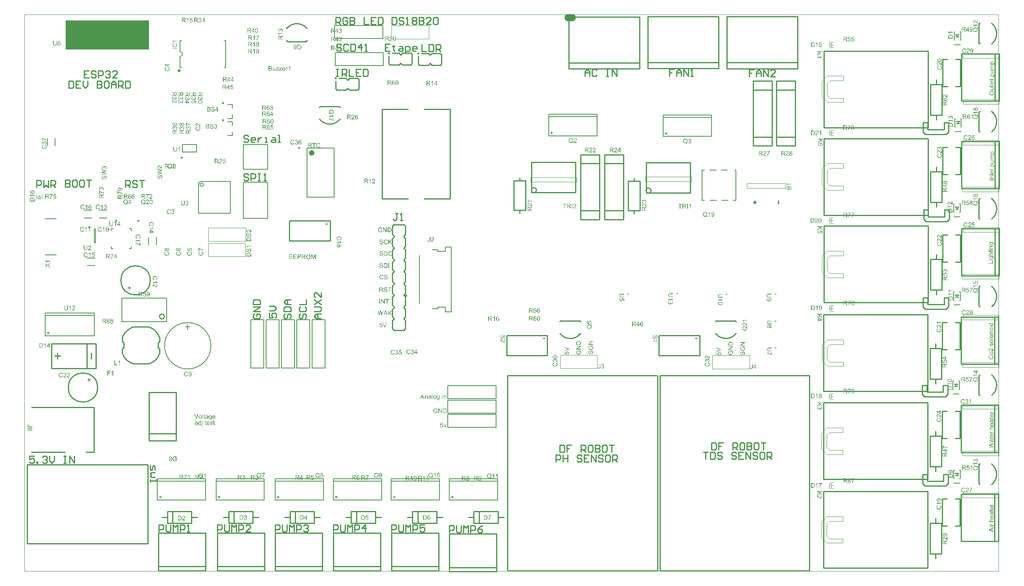
<source format=gto>
G04*
G04 #@! TF.GenerationSoftware,Altium Limited,CircuitMaker,2.2.1 (2.2.1.6)*
G04*
G04 Layer_Color=15132400*
%FSLAX24Y24*%
%MOIN*%
G70*
G04*
G04 #@! TF.SameCoordinates,A2895FC5-3AE1-40D1-BB98-85C0BD90A9E4*
G04*
G04*
G04 #@! TF.FilePolarity,Positive*
G04*
G01*
G75*
%ADD10C,0.0100*%
%ADD11C,0.0098*%
%ADD12C,0.0236*%
%ADD13C,0.0079*%
%ADD14C,0.0150*%
%ADD15C,0.0060*%
%ADD16C,0.0060*%
%ADD17C,0.0039*%
%ADD18C,0.0059*%
%ADD19C,0.0050*%
%ADD20C,0.0600*%
%ADD21C,0.0080*%
%ADD22R,0.7087X0.2480*%
%ADD23C,0.0010*%
%ADD24C,0.0001*%
G36*
X70584Y29388D02*
X70283Y29186D01*
X70584D01*
Y29138D01*
X70200D01*
Y29190D01*
X70502Y29391D01*
X70200D01*
Y29440D01*
X70584D01*
Y29388D01*
D02*
G37*
G36*
X70531Y29063D02*
X70532Y29062D01*
X70534Y29059D01*
X70536Y29057D01*
X70539Y29053D01*
X70541Y29049D01*
X70544Y29044D01*
X70548Y29040D01*
X70551Y29034D01*
X70555Y29028D01*
X70562Y29015D01*
X70569Y29001D01*
X70576Y28986D01*
Y28985D01*
X70576Y28984D01*
X70577Y28982D01*
X70578Y28979D01*
X70579Y28975D01*
X70580Y28971D01*
X70582Y28966D01*
X70583Y28961D01*
X70584Y28955D01*
X70586Y28948D01*
X70588Y28935D01*
X70590Y28920D01*
X70591Y28904D01*
Y28899D01*
X70590Y28895D01*
X70590Y28890D01*
X70589Y28884D01*
X70588Y28877D01*
X70588Y28870D01*
X70586Y28863D01*
X70585Y28854D01*
X70583Y28846D01*
X70580Y28837D01*
X70578Y28828D01*
X70574Y28819D01*
X70571Y28810D01*
X70566Y28802D01*
X70566Y28801D01*
X70565Y28799D01*
X70564Y28797D01*
X70562Y28794D01*
X70559Y28790D01*
X70556Y28786D01*
X70553Y28781D01*
X70549Y28775D01*
X70544Y28770D01*
X70539Y28764D01*
X70533Y28758D01*
X70527Y28752D01*
X70520Y28747D01*
X70513Y28742D01*
X70505Y28736D01*
X70497Y28732D01*
X70496Y28731D01*
X70494Y28731D01*
X70492Y28730D01*
X70489Y28728D01*
X70484Y28726D01*
X70479Y28724D01*
X70473Y28722D01*
X70467Y28720D01*
X70460Y28718D01*
X70452Y28716D01*
X70443Y28714D01*
X70434Y28712D01*
X70425Y28710D01*
X70415Y28709D01*
X70405Y28709D01*
X70394Y28708D01*
X70393D01*
X70392D01*
X70389D01*
X70385Y28709D01*
X70380Y28709D01*
X70374Y28710D01*
X70367Y28710D01*
X70360Y28711D01*
X70352Y28713D01*
X70344Y28714D01*
X70326Y28718D01*
X70317Y28721D01*
X70308Y28724D01*
X70299Y28728D01*
X70290Y28732D01*
X70289Y28732D01*
X70288Y28733D01*
X70285Y28734D01*
X70282Y28736D01*
X70278Y28738D01*
X70273Y28741D01*
X70268Y28745D01*
X70262Y28749D01*
X70257Y28753D01*
X70251Y28758D01*
X70245Y28764D01*
X70239Y28770D01*
X70233Y28776D01*
X70227Y28783D01*
X70222Y28791D01*
X70217Y28799D01*
X70217Y28799D01*
X70217Y28801D01*
X70215Y28803D01*
X70214Y28807D01*
X70212Y28811D01*
X70210Y28816D01*
X70208Y28822D01*
X70205Y28828D01*
X70203Y28835D01*
X70201Y28843D01*
X70199Y28851D01*
X70197Y28860D01*
X70196Y28869D01*
X70195Y28879D01*
X70194Y28890D01*
X70194Y28900D01*
Y28907D01*
X70194Y28911D01*
X70195Y28915D01*
X70195Y28920D01*
X70195Y28925D01*
X70197Y28937D01*
X70200Y28950D01*
X70203Y28963D01*
X70207Y28975D01*
Y28976D01*
X70208Y28977D01*
X70209Y28979D01*
X70210Y28981D01*
X70211Y28984D01*
X70213Y28987D01*
X70217Y28995D01*
X70222Y29003D01*
X70229Y29012D01*
X70236Y29020D01*
X70245Y29028D01*
X70245Y29029D01*
X70246Y29029D01*
X70247Y29030D01*
X70249Y29032D01*
X70252Y29033D01*
X70254Y29035D01*
X70258Y29037D01*
X70262Y29039D01*
X70266Y29042D01*
X70271Y29044D01*
X70276Y29046D01*
X70281Y29049D01*
X70294Y29053D01*
X70308Y29057D01*
X70320Y29011D01*
X70320D01*
X70319Y29011D01*
X70317Y29010D01*
X70315Y29010D01*
X70313Y29009D01*
X70310Y29008D01*
X70304Y29005D01*
X70296Y29002D01*
X70289Y28998D01*
X70281Y28994D01*
X70274Y28990D01*
X70274Y28989D01*
X70271Y28987D01*
X70269Y28984D01*
X70264Y28980D01*
X70260Y28975D01*
X70256Y28969D01*
X70252Y28961D01*
X70247Y28953D01*
Y28953D01*
X70247Y28952D01*
X70247Y28950D01*
X70246Y28949D01*
X70245Y28947D01*
X70244Y28944D01*
X70242Y28938D01*
X70240Y28930D01*
X70239Y28921D01*
X70237Y28911D01*
X70237Y28901D01*
Y28895D01*
X70237Y28892D01*
Y28888D01*
X70238Y28884D01*
X70238Y28880D01*
X70239Y28871D01*
X70242Y28860D01*
X70244Y28850D01*
X70248Y28840D01*
Y28840D01*
X70248Y28839D01*
X70249Y28838D01*
X70250Y28836D01*
X70252Y28832D01*
X70255Y28826D01*
X70259Y28819D01*
X70264Y28812D01*
X70270Y28805D01*
X70276Y28799D01*
X70277Y28798D01*
X70279Y28797D01*
X70283Y28794D01*
X70287Y28790D01*
X70293Y28787D01*
X70299Y28782D01*
X70306Y28779D01*
X70314Y28775D01*
X70314D01*
X70316Y28775D01*
X70317Y28774D01*
X70320Y28773D01*
X70323Y28772D01*
X70327Y28771D01*
X70332Y28770D01*
X70337Y28768D01*
X70342Y28767D01*
X70348Y28765D01*
X70361Y28763D01*
X70376Y28762D01*
X70391Y28761D01*
X70392D01*
X70393D01*
X70396D01*
X70400Y28761D01*
X70404D01*
X70409Y28762D01*
X70415Y28762D01*
X70421Y28763D01*
X70435Y28765D01*
X70449Y28768D01*
X70464Y28772D01*
X70477Y28778D01*
X70478Y28779D01*
X70479Y28779D01*
X70481Y28780D01*
X70483Y28782D01*
X70486Y28783D01*
X70489Y28786D01*
X70497Y28791D01*
X70505Y28799D01*
X70514Y28807D01*
X70521Y28817D01*
X70525Y28823D01*
X70529Y28829D01*
Y28830D01*
X70529Y28831D01*
X70530Y28833D01*
X70531Y28835D01*
X70532Y28839D01*
X70534Y28842D01*
X70535Y28846D01*
X70537Y28851D01*
X70539Y28856D01*
X70540Y28862D01*
X70543Y28874D01*
X70544Y28887D01*
X70545Y28901D01*
Y28905D01*
X70545Y28907D01*
Y28910D01*
X70544Y28913D01*
X70544Y28917D01*
X70544Y28922D01*
X70542Y28931D01*
X70540Y28942D01*
X70537Y28954D01*
X70533Y28965D01*
Y28966D01*
X70532Y28967D01*
X70531Y28968D01*
X70531Y28971D01*
X70529Y28973D01*
X70528Y28976D01*
X70524Y28983D01*
X70520Y28991D01*
X70516Y28999D01*
X70511Y29007D01*
X70506Y29013D01*
X70434D01*
Y28901D01*
X70388D01*
Y29063D01*
X70531D01*
X70531Y29063D01*
D02*
G37*
G36*
X70481Y28651D02*
X70484D01*
X70487Y28651D01*
X70495Y28650D01*
X70504Y28648D01*
X70513Y28644D01*
X70523Y28640D01*
X70529Y28637D01*
X70534Y28634D01*
X70534D01*
X70535Y28633D01*
X70536Y28632D01*
X70538Y28631D01*
X70543Y28627D01*
X70549Y28621D01*
X70556Y28614D01*
X70563Y28605D01*
X70569Y28595D01*
X70576Y28584D01*
Y28583D01*
X70576Y28582D01*
X70577Y28580D01*
X70578Y28578D01*
X70579Y28575D01*
X70580Y28571D01*
X70582Y28567D01*
X70583Y28562D01*
X70584Y28557D01*
X70586Y28551D01*
X70588Y28539D01*
X70590Y28525D01*
X70591Y28510D01*
Y28505D01*
X70590Y28501D01*
Y28497D01*
X70590Y28492D01*
X70589Y28486D01*
X70588Y28479D01*
X70587Y28465D01*
X70584Y28451D01*
X70581Y28436D01*
X70576Y28422D01*
Y28422D01*
X70575Y28421D01*
X70574Y28419D01*
X70573Y28416D01*
X70571Y28413D01*
X70569Y28410D01*
X70564Y28402D01*
X70558Y28393D01*
X70550Y28384D01*
X70541Y28375D01*
X70530Y28367D01*
X70530Y28367D01*
X70529Y28366D01*
X70527Y28366D01*
X70525Y28364D01*
X70522Y28363D01*
X70519Y28361D01*
X70514Y28359D01*
X70510Y28357D01*
X70505Y28355D01*
X70500Y28354D01*
X70488Y28350D01*
X70475Y28348D01*
X70468Y28347D01*
X70461Y28346D01*
X70457Y28394D01*
X70457D01*
X70458D01*
X70460Y28395D01*
X70462Y28395D01*
X70464Y28396D01*
X70467Y28396D01*
X70474Y28398D01*
X70481Y28400D01*
X70489Y28402D01*
X70497Y28406D01*
X70504Y28410D01*
X70505Y28410D01*
X70507Y28412D01*
X70511Y28415D01*
X70515Y28419D01*
X70520Y28425D01*
X70524Y28431D01*
X70529Y28439D01*
X70534Y28448D01*
Y28449D01*
X70534Y28450D01*
X70535Y28451D01*
X70536Y28453D01*
X70536Y28455D01*
X70538Y28458D01*
X70539Y28462D01*
X70539Y28465D01*
X70541Y28474D01*
X70544Y28485D01*
X70545Y28495D01*
X70545Y28507D01*
Y28512D01*
X70545Y28515D01*
Y28518D01*
X70544Y28524D01*
X70543Y28532D01*
X70542Y28541D01*
X70540Y28550D01*
X70537Y28558D01*
Y28559D01*
X70536Y28559D01*
X70536Y28560D01*
X70535Y28562D01*
X70533Y28566D01*
X70531Y28571D01*
X70527Y28576D01*
X70523Y28582D01*
X70519Y28587D01*
X70513Y28591D01*
X70512Y28592D01*
X70511Y28593D01*
X70507Y28595D01*
X70503Y28597D01*
X70498Y28599D01*
X70493Y28601D01*
X70487Y28602D01*
X70480Y28603D01*
X70480D01*
X70479D01*
X70477D01*
X70474Y28602D01*
X70469Y28601D01*
X70465Y28600D01*
X70459Y28598D01*
X70454Y28596D01*
X70449Y28592D01*
X70448Y28591D01*
X70447Y28590D01*
X70444Y28587D01*
X70441Y28584D01*
X70437Y28579D01*
X70434Y28573D01*
X70430Y28566D01*
X70426Y28557D01*
X70426Y28557D01*
X70425Y28556D01*
X70425Y28554D01*
X70425Y28552D01*
X70424Y28550D01*
X70422Y28547D01*
X70422Y28543D01*
X70420Y28539D01*
X70419Y28534D01*
X70417Y28528D01*
X70416Y28522D01*
X70414Y28515D01*
X70412Y28507D01*
X70410Y28499D01*
X70408Y28489D01*
Y28489D01*
X70407Y28487D01*
X70406Y28484D01*
X70405Y28481D01*
X70404Y28476D01*
X70403Y28471D01*
X70401Y28466D01*
X70400Y28460D01*
X70396Y28448D01*
X70392Y28436D01*
X70390Y28430D01*
X70388Y28425D01*
X70385Y28420D01*
X70383Y28416D01*
Y28415D01*
X70383Y28414D01*
X70382Y28413D01*
X70381Y28411D01*
X70378Y28406D01*
X70374Y28400D01*
X70368Y28393D01*
X70363Y28386D01*
X70356Y28380D01*
X70348Y28374D01*
X70348D01*
X70347Y28374D01*
X70346Y28373D01*
X70344Y28372D01*
X70340Y28370D01*
X70334Y28368D01*
X70327Y28365D01*
X70318Y28363D01*
X70309Y28361D01*
X70300Y28361D01*
X70299D01*
X70299D01*
X70297D01*
X70295Y28361D01*
X70292D01*
X70289Y28362D01*
X70282Y28363D01*
X70274Y28365D01*
X70265Y28368D01*
X70255Y28372D01*
X70246Y28377D01*
X70245D01*
X70244Y28378D01*
X70243Y28379D01*
X70242Y28380D01*
X70237Y28384D01*
X70231Y28390D01*
X70225Y28396D01*
X70219Y28405D01*
X70212Y28414D01*
X70207Y28426D01*
Y28426D01*
X70207Y28427D01*
X70206Y28429D01*
X70205Y28431D01*
X70204Y28434D01*
X70203Y28438D01*
X70202Y28442D01*
X70200Y28446D01*
X70199Y28451D01*
X70198Y28457D01*
X70196Y28468D01*
X70194Y28482D01*
X70194Y28496D01*
Y28503D01*
X70194Y28507D01*
X70195Y28511D01*
X70195Y28516D01*
X70195Y28521D01*
X70197Y28533D01*
X70200Y28546D01*
X70203Y28559D01*
X70208Y28571D01*
Y28572D01*
X70209Y28572D01*
X70209Y28574D01*
X70210Y28577D01*
X70212Y28579D01*
X70214Y28582D01*
X70218Y28589D01*
X70224Y28598D01*
X70231Y28606D01*
X70239Y28614D01*
X70248Y28621D01*
X70249Y28621D01*
X70249Y28622D01*
X70251Y28623D01*
X70253Y28624D01*
X70255Y28625D01*
X70258Y28627D01*
X70262Y28628D01*
X70266Y28630D01*
X70274Y28633D01*
X70285Y28636D01*
X70296Y28639D01*
X70308Y28640D01*
X70312Y28591D01*
X70312D01*
X70311Y28591D01*
X70309D01*
X70306Y28591D01*
X70303Y28590D01*
X70300Y28589D01*
X70292Y28586D01*
X70283Y28583D01*
X70274Y28578D01*
X70265Y28572D01*
X70261Y28569D01*
X70258Y28564D01*
X70257Y28564D01*
X70257Y28564D01*
X70256Y28562D01*
X70255Y28560D01*
X70254Y28558D01*
X70252Y28555D01*
X70250Y28552D01*
X70248Y28548D01*
X70247Y28543D01*
X70245Y28538D01*
X70243Y28533D01*
X70242Y28527D01*
X70241Y28520D01*
X70240Y28513D01*
X70239Y28506D01*
Y28494D01*
X70239Y28490D01*
Y28487D01*
X70240Y28482D01*
X70240Y28477D01*
X70241Y28473D01*
X70243Y28461D01*
X70246Y28450D01*
X70250Y28440D01*
X70253Y28435D01*
X70256Y28431D01*
Y28430D01*
X70257Y28430D01*
X70259Y28428D01*
X70263Y28424D01*
X70268Y28421D01*
X70274Y28417D01*
X70281Y28413D01*
X70288Y28411D01*
X70292Y28411D01*
X70297Y28410D01*
X70297D01*
X70298D01*
X70300Y28411D01*
X70304Y28411D01*
X70308Y28412D01*
X70314Y28414D01*
X70320Y28416D01*
X70325Y28420D01*
X70331Y28425D01*
X70331Y28426D01*
X70332Y28426D01*
X70333Y28428D01*
X70334Y28430D01*
X70336Y28433D01*
X70337Y28436D01*
X70339Y28440D01*
X70341Y28444D01*
X70343Y28450D01*
X70346Y28456D01*
X70348Y28463D01*
X70351Y28471D01*
X70353Y28480D01*
X70356Y28490D01*
X70358Y28501D01*
Y28502D01*
X70359Y28504D01*
X70360Y28507D01*
X70361Y28511D01*
X70362Y28516D01*
X70363Y28522D01*
X70365Y28528D01*
X70367Y28535D01*
X70370Y28549D01*
X70374Y28563D01*
X70376Y28570D01*
X70378Y28576D01*
X70380Y28582D01*
X70383Y28586D01*
Y28586D01*
X70383Y28588D01*
X70384Y28589D01*
X70385Y28591D01*
X70387Y28594D01*
X70389Y28598D01*
X70393Y28605D01*
X70399Y28613D01*
X70405Y28621D01*
X70413Y28629D01*
X70417Y28632D01*
X70422Y28636D01*
X70422D01*
X70423Y28636D01*
X70424Y28637D01*
X70426Y28638D01*
X70428Y28639D01*
X70431Y28641D01*
X70437Y28644D01*
X70445Y28647D01*
X70455Y28649D01*
X70465Y28651D01*
X70476Y28652D01*
X70477D01*
X70477D01*
X70479D01*
X70481Y28651D01*
D02*
G37*
G36*
X69378Y29480D02*
X69383D01*
X69388Y29480D01*
X69393Y29480D01*
X69405Y29478D01*
X69418Y29476D01*
X69431Y29474D01*
X69445Y29470D01*
X69445D01*
X69446Y29470D01*
X69448Y29469D01*
X69450Y29469D01*
X69453Y29468D01*
X69456Y29466D01*
X69464Y29463D01*
X69473Y29460D01*
X69482Y29455D01*
X69492Y29450D01*
X69500Y29444D01*
X69501D01*
X69501Y29443D01*
X69502Y29443D01*
X69504Y29441D01*
X69508Y29438D01*
X69513Y29434D01*
X69519Y29429D01*
X69524Y29423D01*
X69530Y29416D01*
X69535Y29409D01*
Y29409D01*
X69536Y29409D01*
X69537Y29406D01*
X69539Y29402D01*
X69542Y29396D01*
X69545Y29390D01*
X69549Y29382D01*
X69552Y29373D01*
X69554Y29363D01*
Y29363D01*
X69555Y29362D01*
Y29361D01*
X69555Y29359D01*
X69556Y29356D01*
X69557Y29353D01*
X69557Y29349D01*
X69557Y29346D01*
X69559Y29337D01*
X69560Y29326D01*
X69560Y29314D01*
X69561Y29302D01*
Y29163D01*
X69177D01*
Y29307D01*
X69177Y29311D01*
Y29316D01*
X69178Y29321D01*
X69178Y29332D01*
X69179Y29343D01*
X69180Y29354D01*
X69182Y29359D01*
X69183Y29364D01*
Y29364D01*
X69183Y29366D01*
X69183Y29367D01*
X69184Y29369D01*
X69185Y29372D01*
X69186Y29376D01*
X69189Y29384D01*
X69193Y29392D01*
X69197Y29401D01*
X69203Y29411D01*
X69210Y29420D01*
X69210Y29421D01*
X69211Y29421D01*
X69212Y29423D01*
X69215Y29425D01*
X69217Y29428D01*
X69220Y29431D01*
X69224Y29434D01*
X69228Y29437D01*
X69232Y29441D01*
X69237Y29445D01*
X69243Y29448D01*
X69249Y29452D01*
X69262Y29459D01*
X69276Y29465D01*
X69276D01*
X69277Y29466D01*
X69280Y29467D01*
X69283Y29468D01*
X69287Y29469D01*
X69291Y29470D01*
X69296Y29472D01*
X69302Y29473D01*
X69309Y29475D01*
X69316Y29476D01*
X69323Y29477D01*
X69331Y29478D01*
X69339Y29480D01*
X69348Y29480D01*
X69367Y29481D01*
X69367D01*
X69369D01*
X69371D01*
X69374D01*
X69378Y29480D01*
D02*
G37*
G36*
X69561Y29026D02*
X69260Y28824D01*
X69561D01*
Y28776D01*
X69177D01*
Y28828D01*
X69478Y29030D01*
X69177D01*
Y29078D01*
X69561D01*
Y29026D01*
D02*
G37*
G36*
X69508Y28701D02*
X69509Y28700D01*
X69510Y28698D01*
X69512Y28695D01*
X69515Y28691D01*
X69517Y28687D01*
X69521Y28683D01*
X69524Y28678D01*
X69527Y28672D01*
X69531Y28666D01*
X69539Y28653D01*
X69546Y28639D01*
X69552Y28624D01*
Y28624D01*
X69553Y28622D01*
X69553Y28620D01*
X69554Y28617D01*
X69555Y28614D01*
X69557Y28609D01*
X69558Y28604D01*
X69559Y28599D01*
X69561Y28593D01*
X69562Y28586D01*
X69564Y28573D01*
X69566Y28558D01*
X69567Y28542D01*
Y28537D01*
X69567Y28533D01*
X69566Y28528D01*
X69566Y28522D01*
X69565Y28515D01*
X69564Y28508D01*
X69563Y28501D01*
X69561Y28492D01*
X69559Y28484D01*
X69557Y28475D01*
X69554Y28466D01*
X69551Y28458D01*
X69547Y28448D01*
X69543Y28440D01*
X69542Y28439D01*
X69542Y28438D01*
X69540Y28435D01*
X69538Y28432D01*
X69536Y28428D01*
X69533Y28424D01*
X69529Y28419D01*
X69525Y28413D01*
X69520Y28408D01*
X69515Y28402D01*
X69510Y28396D01*
X69503Y28391D01*
X69496Y28385D01*
X69489Y28380D01*
X69481Y28374D01*
X69473Y28370D01*
X69472Y28369D01*
X69471Y28369D01*
X69468Y28368D01*
X69465Y28366D01*
X69460Y28364D01*
X69455Y28362D01*
X69450Y28360D01*
X69443Y28358D01*
X69436Y28356D01*
X69428Y28354D01*
X69419Y28352D01*
X69411Y28350D01*
X69401Y28349D01*
X69391Y28347D01*
X69381Y28347D01*
X69371Y28346D01*
X69370D01*
X69368D01*
X69365D01*
X69361Y28347D01*
X69356Y28347D01*
X69350Y28348D01*
X69344Y28349D01*
X69336Y28349D01*
X69329Y28351D01*
X69320Y28352D01*
X69303Y28356D01*
X69294Y28359D01*
X69284Y28362D01*
X69275Y28366D01*
X69266Y28370D01*
X69266Y28370D01*
X69264Y28371D01*
X69262Y28372D01*
X69258Y28374D01*
X69254Y28376D01*
X69250Y28379D01*
X69245Y28383D01*
X69239Y28387D01*
X69233Y28391D01*
X69227Y28396D01*
X69221Y28402D01*
X69215Y28408D01*
X69209Y28414D01*
X69204Y28421D01*
X69198Y28429D01*
X69194Y28437D01*
X69193Y28437D01*
X69193Y28439D01*
X69192Y28441D01*
X69190Y28445D01*
X69188Y28449D01*
X69186Y28454D01*
X69184Y28460D01*
X69182Y28466D01*
X69180Y28473D01*
X69178Y28481D01*
X69175Y28489D01*
X69174Y28498D01*
X69172Y28507D01*
X69171Y28517D01*
X69170Y28528D01*
X69170Y28538D01*
Y28545D01*
X69170Y28549D01*
X69171Y28553D01*
X69171Y28558D01*
X69172Y28563D01*
X69173Y28575D01*
X69176Y28588D01*
X69179Y28601D01*
X69184Y28614D01*
Y28614D01*
X69184Y28615D01*
X69185Y28617D01*
X69186Y28619D01*
X69188Y28622D01*
X69189Y28625D01*
X69193Y28633D01*
X69199Y28641D01*
X69205Y28650D01*
X69212Y28658D01*
X69221Y28666D01*
X69222Y28667D01*
X69222Y28667D01*
X69224Y28668D01*
X69225Y28670D01*
X69228Y28671D01*
X69231Y28673D01*
X69234Y28675D01*
X69238Y28677D01*
X69242Y28680D01*
X69247Y28682D01*
X69252Y28684D01*
X69258Y28687D01*
X69270Y28691D01*
X69284Y28695D01*
X69297Y28649D01*
X69296D01*
X69295Y28649D01*
X69294Y28648D01*
X69292Y28648D01*
X69289Y28647D01*
X69287Y28646D01*
X69280Y28643D01*
X69272Y28640D01*
X69265Y28636D01*
X69257Y28632D01*
X69251Y28628D01*
X69250Y28627D01*
X69248Y28625D01*
X69245Y28622D01*
X69241Y28619D01*
X69237Y28613D01*
X69232Y28607D01*
X69228Y28599D01*
X69224Y28591D01*
Y28591D01*
X69223Y28590D01*
X69223Y28589D01*
X69222Y28587D01*
X69221Y28585D01*
X69220Y28582D01*
X69218Y28576D01*
X69217Y28568D01*
X69215Y28559D01*
X69214Y28549D01*
X69213Y28539D01*
Y28533D01*
X69214Y28530D01*
Y28526D01*
X69214Y28522D01*
X69215Y28518D01*
X69216Y28509D01*
X69218Y28498D01*
X69220Y28488D01*
X69224Y28478D01*
Y28478D01*
X69225Y28477D01*
X69225Y28476D01*
X69226Y28474D01*
X69228Y28470D01*
X69232Y28464D01*
X69236Y28457D01*
X69241Y28450D01*
X69246Y28443D01*
X69252Y28437D01*
X69253Y28436D01*
X69255Y28435D01*
X69259Y28432D01*
X69264Y28428D01*
X69269Y28425D01*
X69276Y28421D01*
X69283Y28417D01*
X69290Y28413D01*
X69291D01*
X69292Y28413D01*
X69294Y28412D01*
X69297Y28411D01*
X69300Y28410D01*
X69304Y28409D01*
X69308Y28408D01*
X69313Y28406D01*
X69319Y28405D01*
X69325Y28403D01*
X69338Y28401D01*
X69352Y28400D01*
X69368Y28399D01*
X69368D01*
X69370D01*
X69373D01*
X69376Y28399D01*
X69381D01*
X69386Y28400D01*
X69391Y28401D01*
X69398Y28401D01*
X69411Y28403D01*
X69425Y28406D01*
X69440Y28411D01*
X69454Y28416D01*
X69454Y28417D01*
X69455Y28417D01*
X69457Y28418D01*
X69460Y28420D01*
X69462Y28421D01*
X69465Y28424D01*
X69473Y28429D01*
X69481Y28437D01*
X69490Y28445D01*
X69498Y28455D01*
X69502Y28461D01*
X69505Y28468D01*
Y28468D01*
X69506Y28469D01*
X69507Y28471D01*
X69507Y28473D01*
X69509Y28477D01*
X69510Y28480D01*
X69512Y28485D01*
X69513Y28489D01*
X69515Y28494D01*
X69516Y28500D01*
X69519Y28512D01*
X69521Y28525D01*
X69522Y28539D01*
Y28543D01*
X69521Y28545D01*
Y28548D01*
X69521Y28552D01*
X69520Y28555D01*
X69520Y28560D01*
X69519Y28569D01*
X69516Y28580D01*
X69513Y28592D01*
X69509Y28604D01*
Y28604D01*
X69509Y28605D01*
X69508Y28606D01*
X69507Y28609D01*
X69506Y28611D01*
X69504Y28614D01*
X69501Y28621D01*
X69497Y28629D01*
X69492Y28637D01*
X69487Y28645D01*
X69482Y28651D01*
X69410D01*
Y28539D01*
X69365D01*
Y28701D01*
X69507D01*
X69508Y28701D01*
D02*
G37*
G36*
X68576Y28826D02*
Y28773D01*
X68192Y28624D01*
Y28680D01*
X68472Y28780D01*
X68472D01*
X68473Y28780D01*
X68475Y28781D01*
X68477Y28782D01*
X68480Y28782D01*
X68484Y28784D01*
X68487Y28785D01*
X68492Y28787D01*
X68502Y28790D01*
X68512Y28793D01*
X68523Y28796D01*
X68534Y28799D01*
X68534D01*
X68533Y28800D01*
X68531Y28800D01*
X68529Y28801D01*
X68526Y28802D01*
X68523Y28803D01*
X68519Y28804D01*
X68515Y28805D01*
X68505Y28808D01*
X68494Y28812D01*
X68483Y28816D01*
X68472Y28820D01*
X68192Y28924D01*
Y28975D01*
X68576Y28826D01*
D02*
G37*
G36*
X68455Y28600D02*
X68460Y28600D01*
X68465Y28599D01*
X68470Y28598D01*
X68477Y28597D01*
X68484Y28595D01*
X68491Y28593D01*
X68499Y28591D01*
X68506Y28588D01*
X68514Y28584D01*
X68522Y28580D01*
X68529Y28576D01*
X68536Y28570D01*
X68537Y28570D01*
X68538Y28569D01*
X68540Y28567D01*
X68543Y28564D01*
X68547Y28560D01*
X68551Y28555D01*
X68555Y28550D01*
X68559Y28544D01*
X68564Y28537D01*
X68568Y28530D01*
X68572Y28521D01*
X68575Y28512D01*
X68579Y28502D01*
X68581Y28492D01*
X68582Y28481D01*
X68583Y28470D01*
Y28465D01*
X68582Y28461D01*
X68582Y28456D01*
X68581Y28451D01*
X68580Y28445D01*
X68579Y28439D01*
X68578Y28433D01*
X68576Y28426D01*
X68573Y28418D01*
X68570Y28411D01*
X68567Y28404D01*
X68563Y28397D01*
X68559Y28391D01*
X68554Y28384D01*
X68553Y28383D01*
X68552Y28383D01*
X68551Y28381D01*
X68548Y28379D01*
X68545Y28376D01*
X68542Y28373D01*
X68538Y28370D01*
X68533Y28367D01*
X68528Y28364D01*
X68522Y28360D01*
X68515Y28357D01*
X68509Y28354D01*
X68501Y28351D01*
X68493Y28349D01*
X68485Y28348D01*
X68476Y28346D01*
X68472Y28396D01*
X68472D01*
X68474Y28396D01*
X68475Y28397D01*
X68478Y28397D01*
X68481Y28398D01*
X68485Y28399D01*
X68492Y28401D01*
X68501Y28404D01*
X68510Y28409D01*
X68519Y28414D01*
X68522Y28418D01*
X68526Y28421D01*
Y28421D01*
X68527Y28422D01*
X68528Y28423D01*
X68529Y28425D01*
X68532Y28429D01*
X68535Y28435D01*
X68538Y28442D01*
X68541Y28450D01*
X68543Y28459D01*
X68544Y28464D01*
X68544Y28470D01*
Y28473D01*
X68544Y28475D01*
X68543Y28478D01*
X68543Y28482D01*
X68541Y28490D01*
X68538Y28499D01*
X68536Y28503D01*
X68533Y28508D01*
X68530Y28513D01*
X68527Y28518D01*
X68523Y28522D01*
X68519Y28527D01*
X68518Y28527D01*
X68517Y28528D01*
X68516Y28529D01*
X68514Y28531D01*
X68511Y28532D01*
X68508Y28534D01*
X68504Y28537D01*
X68500Y28539D01*
X68496Y28541D01*
X68491Y28543D01*
X68485Y28545D01*
X68479Y28547D01*
X68472Y28549D01*
X68465Y28550D01*
X68458Y28550D01*
X68450Y28551D01*
X68450D01*
X68449D01*
X68447D01*
X68444Y28550D01*
X68440Y28550D01*
X68436Y28549D01*
X68432Y28549D01*
X68427Y28548D01*
X68417Y28545D01*
X68406Y28541D01*
X68401Y28539D01*
X68396Y28535D01*
X68391Y28532D01*
X68387Y28528D01*
X68386Y28527D01*
X68386Y28527D01*
X68385Y28525D01*
X68383Y28524D01*
X68381Y28522D01*
X68379Y28519D01*
X68377Y28516D01*
X68375Y28512D01*
X68373Y28508D01*
X68371Y28504D01*
X68367Y28493D01*
X68365Y28488D01*
X68364Y28482D01*
X68363Y28475D01*
X68363Y28469D01*
Y28465D01*
X68363Y28460D01*
X68364Y28455D01*
X68366Y28448D01*
X68368Y28441D01*
X68370Y28434D01*
X68374Y28427D01*
X68374Y28426D01*
X68376Y28424D01*
X68378Y28421D01*
X68381Y28417D01*
X68385Y28413D01*
X68390Y28408D01*
X68395Y28403D01*
X68401Y28399D01*
X68395Y28355D01*
X68197Y28392D01*
Y28583D01*
X68242D01*
Y28429D01*
X68346Y28409D01*
X68345Y28409D01*
X68344Y28411D01*
X68343Y28412D01*
X68342Y28415D01*
X68340Y28418D01*
X68338Y28422D01*
X68336Y28426D01*
X68333Y28431D01*
X68331Y28436D01*
X68329Y28442D01*
X68325Y28454D01*
X68324Y28460D01*
X68322Y28467D01*
X68322Y28474D01*
X68321Y28481D01*
Y28483D01*
X68322Y28486D01*
Y28490D01*
X68323Y28494D01*
X68323Y28499D01*
X68324Y28505D01*
X68326Y28510D01*
X68328Y28517D01*
X68330Y28524D01*
X68333Y28531D01*
X68336Y28538D01*
X68340Y28545D01*
X68345Y28552D01*
X68350Y28559D01*
X68356Y28566D01*
X68357Y28566D01*
X68358Y28567D01*
X68360Y28569D01*
X68363Y28571D01*
X68366Y28574D01*
X68371Y28577D01*
X68375Y28580D01*
X68380Y28583D01*
X68387Y28586D01*
X68394Y28589D01*
X68401Y28593D01*
X68409Y28595D01*
X68418Y28597D01*
X68427Y28599D01*
X68436Y28600D01*
X68446Y28601D01*
X68447D01*
X68449D01*
X68451D01*
X68455Y28600D01*
D02*
G37*
G36*
X57710Y29466D02*
X57409Y29265D01*
X57710D01*
Y29216D01*
X57326D01*
Y29268D01*
X57628Y29470D01*
X57326D01*
Y29519D01*
X57710D01*
Y29466D01*
D02*
G37*
G36*
X57657Y29142D02*
X57658Y29140D01*
X57660Y29138D01*
X57662Y29135D01*
X57665Y29132D01*
X57667Y29128D01*
X57670Y29123D01*
X57674Y29118D01*
X57677Y29113D01*
X57681Y29107D01*
X57688Y29094D01*
X57695Y29080D01*
X57702Y29065D01*
Y29064D01*
X57702Y29063D01*
X57703Y29061D01*
X57704Y29058D01*
X57705Y29054D01*
X57706Y29050D01*
X57708Y29045D01*
X57709Y29040D01*
X57710Y29033D01*
X57712Y29027D01*
X57714Y29013D01*
X57716Y28998D01*
X57717Y28983D01*
Y28978D01*
X57716Y28973D01*
X57716Y28968D01*
X57715Y28963D01*
X57714Y28956D01*
X57714Y28949D01*
X57712Y28941D01*
X57711Y28933D01*
X57709Y28925D01*
X57706Y28916D01*
X57704Y28907D01*
X57700Y28898D01*
X57697Y28889D01*
X57692Y28880D01*
X57692Y28880D01*
X57691Y28878D01*
X57690Y28876D01*
X57688Y28873D01*
X57685Y28869D01*
X57682Y28864D01*
X57679Y28860D01*
X57675Y28854D01*
X57670Y28849D01*
X57665Y28843D01*
X57659Y28837D01*
X57653Y28831D01*
X57646Y28826D01*
X57639Y28820D01*
X57631Y28815D01*
X57623Y28810D01*
X57622Y28810D01*
X57620Y28810D01*
X57618Y28808D01*
X57615Y28807D01*
X57610Y28805D01*
X57605Y28803D01*
X57599Y28801D01*
X57593Y28799D01*
X57585Y28797D01*
X57578Y28795D01*
X57569Y28793D01*
X57560Y28791D01*
X57551Y28789D01*
X57541Y28788D01*
X57531Y28788D01*
X57520Y28787D01*
X57519D01*
X57518D01*
X57515D01*
X57511Y28788D01*
X57506Y28788D01*
X57500Y28788D01*
X57493Y28789D01*
X57486Y28790D01*
X57478Y28791D01*
X57470Y28793D01*
X57452Y28797D01*
X57443Y28800D01*
X57434Y28803D01*
X57425Y28806D01*
X57416Y28810D01*
X57415Y28811D01*
X57414Y28812D01*
X57411Y28813D01*
X57408Y28815D01*
X57404Y28817D01*
X57399Y28820D01*
X57394Y28824D01*
X57388Y28827D01*
X57382Y28832D01*
X57377Y28837D01*
X57371Y28842D01*
X57365Y28849D01*
X57359Y28855D01*
X57353Y28862D01*
X57348Y28869D01*
X57343Y28877D01*
X57343Y28878D01*
X57343Y28879D01*
X57341Y28882D01*
X57340Y28885D01*
X57338Y28889D01*
X57336Y28894D01*
X57334Y28900D01*
X57331Y28907D01*
X57329Y28914D01*
X57327Y28921D01*
X57325Y28930D01*
X57323Y28939D01*
X57322Y28948D01*
X57320Y28958D01*
X57320Y28968D01*
X57320Y28979D01*
Y28986D01*
X57320Y28990D01*
X57320Y28994D01*
X57321Y28998D01*
X57321Y29004D01*
X57323Y29016D01*
X57325Y29028D01*
X57329Y29041D01*
X57333Y29054D01*
Y29055D01*
X57334Y29056D01*
X57335Y29058D01*
X57336Y29060D01*
X57337Y29063D01*
X57339Y29066D01*
X57343Y29073D01*
X57348Y29082D01*
X57355Y29091D01*
X57362Y29099D01*
X57371Y29107D01*
X57371Y29107D01*
X57372Y29108D01*
X57373Y29109D01*
X57375Y29110D01*
X57377Y29112D01*
X57380Y29114D01*
X57384Y29116D01*
X57388Y29118D01*
X57392Y29120D01*
X57397Y29122D01*
X57402Y29125D01*
X57407Y29127D01*
X57420Y29132D01*
X57434Y29136D01*
X57446Y29090D01*
X57446D01*
X57445Y29090D01*
X57443Y29089D01*
X57441Y29088D01*
X57439Y29087D01*
X57436Y29087D01*
X57429Y29084D01*
X57422Y29081D01*
X57415Y29077D01*
X57407Y29073D01*
X57400Y29068D01*
X57400Y29068D01*
X57397Y29066D01*
X57395Y29063D01*
X57390Y29059D01*
X57386Y29054D01*
X57382Y29048D01*
X57377Y29040D01*
X57373Y29032D01*
Y29031D01*
X57373Y29030D01*
X57372Y29029D01*
X57372Y29028D01*
X57371Y29025D01*
X57370Y29023D01*
X57368Y29016D01*
X57366Y29008D01*
X57365Y29000D01*
X57363Y28990D01*
X57363Y28979D01*
Y28973D01*
X57363Y28971D01*
Y28967D01*
X57364Y28963D01*
X57364Y28959D01*
X57365Y28949D01*
X57368Y28939D01*
X57370Y28929D01*
X57374Y28919D01*
Y28919D01*
X57374Y28918D01*
X57375Y28916D01*
X57376Y28915D01*
X57378Y28910D01*
X57381Y28904D01*
X57385Y28898D01*
X57390Y28891D01*
X57396Y28884D01*
X57402Y28878D01*
X57403Y28877D01*
X57405Y28875D01*
X57409Y28872D01*
X57413Y28869D01*
X57419Y28865D01*
X57425Y28861D01*
X57432Y28857D01*
X57440Y28854D01*
X57440D01*
X57442Y28854D01*
X57443Y28853D01*
X57446Y28852D01*
X57449Y28851D01*
X57453Y28850D01*
X57458Y28848D01*
X57463Y28847D01*
X57468Y28845D01*
X57474Y28844D01*
X57487Y28842D01*
X57502Y28840D01*
X57517Y28840D01*
X57518D01*
X57519D01*
X57522D01*
X57526Y28840D01*
X57530D01*
X57535Y28840D01*
X57541Y28841D01*
X57547Y28842D01*
X57561Y28844D01*
X57575Y28847D01*
X57590Y28851D01*
X57603Y28857D01*
X57604Y28857D01*
X57605Y28858D01*
X57607Y28859D01*
X57609Y28860D01*
X57612Y28862D01*
X57615Y28864D01*
X57623Y28870D01*
X57631Y28877D01*
X57640Y28886D01*
X57647Y28896D01*
X57651Y28902D01*
X57655Y28908D01*
Y28909D01*
X57655Y28910D01*
X57656Y28911D01*
X57657Y28914D01*
X57658Y28917D01*
X57660Y28921D01*
X57661Y28925D01*
X57663Y28930D01*
X57665Y28935D01*
X57666Y28941D01*
X57669Y28953D01*
X57670Y28966D01*
X57671Y28980D01*
Y28983D01*
X57671Y28986D01*
Y28989D01*
X57670Y28992D01*
X57670Y28996D01*
X57670Y29001D01*
X57668Y29010D01*
X57666Y29021D01*
X57663Y29033D01*
X57659Y29044D01*
Y29045D01*
X57658Y29045D01*
X57657Y29047D01*
X57657Y29050D01*
X57655Y29052D01*
X57654Y29055D01*
X57650Y29062D01*
X57646Y29070D01*
X57642Y29078D01*
X57637Y29085D01*
X57632Y29092D01*
X57560D01*
Y28979D01*
X57514D01*
Y29142D01*
X57657D01*
X57657Y29142D01*
D02*
G37*
G36*
X57607Y28730D02*
X57610D01*
X57613Y28730D01*
X57621Y28728D01*
X57630Y28726D01*
X57639Y28723D01*
X57649Y28718D01*
X57655Y28716D01*
X57660Y28713D01*
X57660D01*
X57661Y28712D01*
X57662Y28711D01*
X57664Y28709D01*
X57669Y28706D01*
X57675Y28700D01*
X57682Y28693D01*
X57689Y28684D01*
X57695Y28674D01*
X57702Y28662D01*
Y28662D01*
X57702Y28661D01*
X57703Y28659D01*
X57704Y28656D01*
X57705Y28654D01*
X57706Y28650D01*
X57708Y28646D01*
X57709Y28641D01*
X57710Y28636D01*
X57712Y28630D01*
X57714Y28617D01*
X57716Y28604D01*
X57717Y28589D01*
Y28584D01*
X57716Y28580D01*
Y28575D01*
X57716Y28570D01*
X57715Y28565D01*
X57714Y28558D01*
X57713Y28544D01*
X57710Y28530D01*
X57707Y28515D01*
X57702Y28501D01*
Y28500D01*
X57701Y28499D01*
X57700Y28498D01*
X57699Y28495D01*
X57697Y28492D01*
X57695Y28489D01*
X57690Y28481D01*
X57684Y28472D01*
X57676Y28463D01*
X57667Y28454D01*
X57656Y28446D01*
X57656Y28446D01*
X57655Y28445D01*
X57653Y28444D01*
X57651Y28443D01*
X57648Y28441D01*
X57645Y28440D01*
X57640Y28438D01*
X57636Y28436D01*
X57631Y28434D01*
X57626Y28432D01*
X57614Y28429D01*
X57601Y28426D01*
X57594Y28426D01*
X57587Y28425D01*
X57583Y28473D01*
X57583D01*
X57584D01*
X57585Y28473D01*
X57588Y28474D01*
X57590Y28474D01*
X57593Y28475D01*
X57600Y28476D01*
X57607Y28478D01*
X57615Y28481D01*
X57623Y28484D01*
X57630Y28488D01*
X57631Y28489D01*
X57633Y28491D01*
X57637Y28494D01*
X57641Y28498D01*
X57646Y28503D01*
X57650Y28510D01*
X57655Y28518D01*
X57660Y28527D01*
Y28528D01*
X57660Y28528D01*
X57661Y28530D01*
X57662Y28532D01*
X57662Y28534D01*
X57664Y28537D01*
X57665Y28540D01*
X57665Y28544D01*
X57667Y28553D01*
X57670Y28563D01*
X57671Y28574D01*
X57671Y28586D01*
Y28591D01*
X57671Y28594D01*
Y28597D01*
X57670Y28603D01*
X57669Y28611D01*
X57668Y28620D01*
X57666Y28629D01*
X57663Y28637D01*
Y28637D01*
X57662Y28638D01*
X57662Y28639D01*
X57661Y28641D01*
X57659Y28644D01*
X57657Y28649D01*
X57653Y28655D01*
X57649Y28661D01*
X57645Y28666D01*
X57639Y28670D01*
X57638Y28671D01*
X57637Y28672D01*
X57633Y28674D01*
X57629Y28676D01*
X57624Y28678D01*
X57619Y28680D01*
X57613Y28681D01*
X57606Y28681D01*
X57606D01*
X57605D01*
X57603D01*
X57600Y28681D01*
X57595Y28680D01*
X57590Y28679D01*
X57585Y28677D01*
X57580Y28674D01*
X57575Y28671D01*
X57574Y28670D01*
X57573Y28669D01*
X57570Y28666D01*
X57567Y28662D01*
X57563Y28658D01*
X57560Y28651D01*
X57556Y28644D01*
X57552Y28636D01*
X57552Y28635D01*
X57551Y28634D01*
X57551Y28633D01*
X57551Y28631D01*
X57550Y28629D01*
X57548Y28625D01*
X57548Y28622D01*
X57546Y28617D01*
X57545Y28613D01*
X57543Y28607D01*
X57542Y28601D01*
X57540Y28594D01*
X57538Y28586D01*
X57536Y28577D01*
X57533Y28568D01*
Y28567D01*
X57533Y28566D01*
X57532Y28563D01*
X57531Y28560D01*
X57530Y28555D01*
X57529Y28550D01*
X57527Y28545D01*
X57526Y28539D01*
X57522Y28527D01*
X57518Y28515D01*
X57516Y28509D01*
X57514Y28503D01*
X57511Y28498D01*
X57509Y28494D01*
Y28494D01*
X57509Y28493D01*
X57508Y28492D01*
X57507Y28490D01*
X57504Y28485D01*
X57500Y28479D01*
X57494Y28472D01*
X57489Y28465D01*
X57481Y28458D01*
X57474Y28453D01*
X57474D01*
X57473Y28453D01*
X57472Y28452D01*
X57470Y28451D01*
X57466Y28449D01*
X57460Y28446D01*
X57453Y28444D01*
X57444Y28442D01*
X57435Y28440D01*
X57426Y28440D01*
X57425D01*
X57425D01*
X57423D01*
X57421Y28440D01*
X57418D01*
X57415Y28441D01*
X57408Y28442D01*
X57400Y28444D01*
X57391Y28446D01*
X57381Y28451D01*
X57372Y28456D01*
X57371D01*
X57370Y28457D01*
X57369Y28458D01*
X57368Y28459D01*
X57363Y28463D01*
X57357Y28468D01*
X57351Y28475D01*
X57345Y28483D01*
X57338Y28493D01*
X57333Y28504D01*
Y28505D01*
X57333Y28505D01*
X57332Y28508D01*
X57331Y28510D01*
X57330Y28513D01*
X57329Y28516D01*
X57328Y28520D01*
X57326Y28525D01*
X57325Y28530D01*
X57324Y28535D01*
X57322Y28547D01*
X57320Y28560D01*
X57320Y28575D01*
Y28582D01*
X57320Y28585D01*
X57320Y28590D01*
X57321Y28595D01*
X57321Y28600D01*
X57323Y28612D01*
X57325Y28624D01*
X57329Y28637D01*
X57334Y28650D01*
Y28650D01*
X57335Y28651D01*
X57335Y28653D01*
X57336Y28655D01*
X57338Y28658D01*
X57340Y28661D01*
X57344Y28668D01*
X57350Y28676D01*
X57357Y28685D01*
X57365Y28693D01*
X57374Y28700D01*
X57375Y28700D01*
X57375Y28701D01*
X57377Y28701D01*
X57379Y28703D01*
X57381Y28704D01*
X57384Y28706D01*
X57388Y28707D01*
X57392Y28709D01*
X57400Y28712D01*
X57411Y28715D01*
X57422Y28718D01*
X57434Y28719D01*
X57438Y28670D01*
X57438D01*
X57437Y28670D01*
X57435D01*
X57432Y28669D01*
X57429Y28669D01*
X57426Y28668D01*
X57418Y28665D01*
X57409Y28662D01*
X57400Y28657D01*
X57391Y28651D01*
X57387Y28647D01*
X57384Y28643D01*
X57383Y28643D01*
X57383Y28642D01*
X57382Y28641D01*
X57381Y28639D01*
X57380Y28637D01*
X57378Y28634D01*
X57376Y28630D01*
X57374Y28627D01*
X57372Y28622D01*
X57371Y28617D01*
X57369Y28612D01*
X57368Y28606D01*
X57367Y28599D01*
X57366Y28592D01*
X57365Y28585D01*
Y28572D01*
X57365Y28569D01*
Y28565D01*
X57366Y28561D01*
X57366Y28556D01*
X57367Y28551D01*
X57369Y28540D01*
X57372Y28529D01*
X57376Y28519D01*
X57379Y28514D01*
X57382Y28510D01*
Y28509D01*
X57383Y28509D01*
X57385Y28506D01*
X57389Y28503D01*
X57394Y28499D01*
X57400Y28496D01*
X57407Y28492D01*
X57414Y28490D01*
X57418Y28489D01*
X57423Y28489D01*
X57423D01*
X57424D01*
X57426Y28489D01*
X57430Y28490D01*
X57434Y28491D01*
X57440Y28493D01*
X57446Y28495D01*
X57451Y28498D01*
X57457Y28503D01*
X57457Y28504D01*
X57458Y28505D01*
X57459Y28507D01*
X57460Y28509D01*
X57462Y28511D01*
X57463Y28515D01*
X57465Y28518D01*
X57467Y28523D01*
X57469Y28528D01*
X57472Y28535D01*
X57474Y28542D01*
X57477Y28550D01*
X57479Y28559D01*
X57482Y28569D01*
X57484Y28580D01*
Y28581D01*
X57485Y28583D01*
X57486Y28586D01*
X57487Y28590D01*
X57488Y28595D01*
X57489Y28601D01*
X57491Y28607D01*
X57493Y28614D01*
X57496Y28628D01*
X57500Y28642D01*
X57502Y28649D01*
X57504Y28654D01*
X57506Y28660D01*
X57509Y28665D01*
Y28665D01*
X57509Y28666D01*
X57510Y28668D01*
X57511Y28670D01*
X57513Y28673D01*
X57515Y28676D01*
X57519Y28684D01*
X57525Y28692D01*
X57531Y28700D01*
X57539Y28708D01*
X57543Y28711D01*
X57548Y28714D01*
X57548D01*
X57549Y28715D01*
X57550Y28716D01*
X57552Y28717D01*
X57554Y28718D01*
X57557Y28719D01*
X57563Y28723D01*
X57571Y28726D01*
X57580Y28728D01*
X57591Y28730D01*
X57602Y28731D01*
X57603D01*
X57603D01*
X57605D01*
X57607Y28730D01*
D02*
G37*
G36*
X55663Y28865D02*
Y28813D01*
X55279Y28664D01*
Y28719D01*
X55558Y28819D01*
X55559D01*
X55560Y28819D01*
X55562Y28820D01*
X55564Y28821D01*
X55567Y28822D01*
X55570Y28823D01*
X55574Y28824D01*
X55579Y28826D01*
X55588Y28829D01*
X55599Y28832D01*
X55610Y28836D01*
X55621Y28839D01*
X55621D01*
X55620Y28839D01*
X55618Y28840D01*
X55616Y28841D01*
X55613Y28841D01*
X55609Y28842D01*
X55606Y28843D01*
X55601Y28845D01*
X55592Y28848D01*
X55581Y28851D01*
X55570Y28855D01*
X55558Y28860D01*
X55279Y28963D01*
Y29015D01*
X55663Y28865D01*
D02*
G37*
G36*
X55542Y28640D02*
X55546Y28639D01*
X55551Y28638D01*
X55557Y28638D01*
X55564Y28636D01*
X55570Y28635D01*
X55578Y28633D01*
X55585Y28630D01*
X55593Y28627D01*
X55600Y28624D01*
X55608Y28620D01*
X55616Y28615D01*
X55623Y28610D01*
X55623Y28609D01*
X55625Y28608D01*
X55627Y28606D01*
X55630Y28603D01*
X55634Y28599D01*
X55637Y28595D01*
X55642Y28589D01*
X55646Y28583D01*
X55650Y28576D01*
X55655Y28569D01*
X55658Y28561D01*
X55662Y28551D01*
X55665Y28542D01*
X55667Y28531D01*
X55669Y28521D01*
X55669Y28509D01*
Y28504D01*
X55669Y28500D01*
X55668Y28496D01*
X55668Y28491D01*
X55667Y28485D01*
X55666Y28479D01*
X55664Y28472D01*
X55662Y28465D01*
X55660Y28458D01*
X55657Y28451D01*
X55653Y28444D01*
X55650Y28437D01*
X55645Y28430D01*
X55640Y28423D01*
X55640Y28423D01*
X55639Y28422D01*
X55637Y28420D01*
X55635Y28418D01*
X55632Y28415D01*
X55629Y28412D01*
X55624Y28410D01*
X55619Y28406D01*
X55614Y28403D01*
X55609Y28400D01*
X55602Y28397D01*
X55595Y28394D01*
X55588Y28391D01*
X55580Y28389D01*
X55571Y28387D01*
X55562Y28386D01*
X55559Y28435D01*
X55559D01*
X55560Y28436D01*
X55562Y28436D01*
X55564Y28437D01*
X55567Y28437D01*
X55571Y28438D01*
X55579Y28440D01*
X55588Y28444D01*
X55597Y28448D01*
X55605Y28454D01*
X55609Y28457D01*
X55613Y28460D01*
Y28461D01*
X55614Y28461D01*
X55614Y28462D01*
X55616Y28464D01*
X55619Y28468D01*
X55621Y28474D01*
X55625Y28481D01*
X55628Y28489D01*
X55630Y28499D01*
X55630Y28504D01*
X55631Y28509D01*
Y28512D01*
X55630Y28515D01*
X55630Y28518D01*
X55629Y28521D01*
X55627Y28529D01*
X55624Y28538D01*
X55622Y28543D01*
X55620Y28548D01*
X55617Y28553D01*
X55614Y28557D01*
X55610Y28562D01*
X55605Y28566D01*
X55605Y28567D01*
X55604Y28567D01*
X55603Y28568D01*
X55601Y28570D01*
X55598Y28572D01*
X55595Y28574D01*
X55591Y28576D01*
X55587Y28578D01*
X55582Y28581D01*
X55577Y28583D01*
X55572Y28585D01*
X55566Y28586D01*
X55559Y28588D01*
X55552Y28589D01*
X55545Y28590D01*
X55537Y28590D01*
X55537D01*
X55535D01*
X55533D01*
X55530Y28590D01*
X55527Y28589D01*
X55523Y28589D01*
X55519Y28588D01*
X55514Y28587D01*
X55504Y28585D01*
X55493Y28581D01*
X55488Y28578D01*
X55483Y28575D01*
X55478Y28571D01*
X55473Y28567D01*
X55473Y28567D01*
X55473Y28566D01*
X55471Y28565D01*
X55470Y28563D01*
X55468Y28561D01*
X55466Y28558D01*
X55464Y28555D01*
X55461Y28551D01*
X55459Y28547D01*
X55457Y28543D01*
X55453Y28533D01*
X55452Y28527D01*
X55450Y28521D01*
X55450Y28515D01*
X55450Y28508D01*
Y28504D01*
X55450Y28500D01*
X55451Y28494D01*
X55452Y28488D01*
X55454Y28481D01*
X55457Y28474D01*
X55460Y28467D01*
X55461Y28466D01*
X55462Y28464D01*
X55465Y28460D01*
X55468Y28456D01*
X55472Y28452D01*
X55476Y28447D01*
X55482Y28442D01*
X55487Y28438D01*
X55481Y28394D01*
X55284Y28431D01*
Y28622D01*
X55329D01*
Y28469D01*
X55432Y28448D01*
X55432Y28449D01*
X55431Y28450D01*
X55430Y28452D01*
X55428Y28454D01*
X55427Y28457D01*
X55425Y28461D01*
X55422Y28465D01*
X55420Y28470D01*
X55418Y28475D01*
X55416Y28481D01*
X55412Y28493D01*
X55410Y28500D01*
X55409Y28506D01*
X55408Y28514D01*
X55408Y28521D01*
Y28523D01*
X55408Y28526D01*
Y28529D01*
X55409Y28533D01*
X55410Y28538D01*
X55411Y28544D01*
X55412Y28550D01*
X55414Y28556D01*
X55416Y28563D01*
X55419Y28570D01*
X55423Y28577D01*
X55427Y28584D01*
X55431Y28591D01*
X55437Y28598D01*
X55443Y28605D01*
X55443Y28605D01*
X55445Y28607D01*
X55447Y28608D01*
X55449Y28610D01*
X55453Y28613D01*
X55457Y28616D01*
X55462Y28619D01*
X55467Y28623D01*
X55473Y28626D01*
X55480Y28629D01*
X55487Y28632D01*
X55496Y28635D01*
X55504Y28637D01*
X55513Y28638D01*
X55523Y28640D01*
X55533Y28640D01*
X55533D01*
X55535D01*
X55538D01*
X55542Y28640D01*
D02*
G37*
G36*
X56504Y29520D02*
X56509D01*
X56514Y29519D01*
X56519Y29519D01*
X56531Y29518D01*
X56544Y29516D01*
X56557Y29513D01*
X56571Y29510D01*
X56571D01*
X56572Y29509D01*
X56574Y29509D01*
X56576Y29508D01*
X56579Y29507D01*
X56582Y29506D01*
X56590Y29503D01*
X56599Y29499D01*
X56608Y29494D01*
X56618Y29489D01*
X56626Y29484D01*
X56627D01*
X56627Y29483D01*
X56628Y29482D01*
X56630Y29481D01*
X56634Y29478D01*
X56639Y29473D01*
X56645Y29468D01*
X56650Y29462D01*
X56656Y29456D01*
X56661Y29449D01*
Y29448D01*
X56662Y29448D01*
X56663Y29445D01*
X56665Y29441D01*
X56668Y29436D01*
X56671Y29429D01*
X56675Y29421D01*
X56678Y29412D01*
X56680Y29403D01*
Y29402D01*
X56681Y29401D01*
Y29400D01*
X56681Y29398D01*
X56682Y29395D01*
X56683Y29392D01*
X56683Y29389D01*
X56683Y29385D01*
X56685Y29376D01*
X56686Y29366D01*
X56686Y29354D01*
X56687Y29341D01*
Y29203D01*
X56303D01*
Y29346D01*
X56303Y29350D01*
Y29355D01*
X56304Y29360D01*
X56304Y29371D01*
X56305Y29383D01*
X56306Y29394D01*
X56308Y29399D01*
X56309Y29403D01*
Y29404D01*
X56309Y29405D01*
X56309Y29407D01*
X56310Y29409D01*
X56311Y29412D01*
X56312Y29415D01*
X56315Y29423D01*
X56319Y29432D01*
X56323Y29441D01*
X56329Y29450D01*
X56336Y29460D01*
X56336Y29460D01*
X56337Y29461D01*
X56338Y29462D01*
X56341Y29465D01*
X56343Y29467D01*
X56346Y29470D01*
X56350Y29473D01*
X56354Y29477D01*
X56358Y29480D01*
X56363Y29484D01*
X56369Y29488D01*
X56375Y29492D01*
X56388Y29499D01*
X56402Y29505D01*
X56402D01*
X56403Y29506D01*
X56406Y29506D01*
X56409Y29507D01*
X56413Y29509D01*
X56417Y29510D01*
X56422Y29511D01*
X56428Y29513D01*
X56435Y29514D01*
X56442Y29515D01*
X56449Y29517D01*
X56457Y29518D01*
X56465Y29519D01*
X56474Y29519D01*
X56493Y29520D01*
X56493D01*
X56495D01*
X56497D01*
X56500D01*
X56504Y29520D01*
D02*
G37*
G36*
X56687Y29065D02*
X56385Y28864D01*
X56687D01*
Y28815D01*
X56303D01*
Y28867D01*
X56604Y29069D01*
X56303D01*
Y29118D01*
X56687D01*
Y29065D01*
D02*
G37*
G36*
X56634Y28740D02*
X56635Y28739D01*
X56636Y28737D01*
X56638Y28734D01*
X56641Y28731D01*
X56643Y28727D01*
X56647Y28722D01*
X56650Y28717D01*
X56653Y28712D01*
X56657Y28705D01*
X56665Y28692D01*
X56672Y28678D01*
X56678Y28663D01*
Y28663D01*
X56679Y28662D01*
X56679Y28660D01*
X56680Y28656D01*
X56681Y28653D01*
X56683Y28648D01*
X56684Y28644D01*
X56685Y28638D01*
X56687Y28632D01*
X56688Y28626D01*
X56690Y28612D01*
X56692Y28597D01*
X56693Y28582D01*
Y28576D01*
X56692Y28572D01*
X56692Y28567D01*
X56692Y28561D01*
X56691Y28555D01*
X56690Y28548D01*
X56689Y28540D01*
X56687Y28532D01*
X56685Y28524D01*
X56683Y28514D01*
X56680Y28506D01*
X56677Y28497D01*
X56673Y28488D01*
X56669Y28479D01*
X56668Y28479D01*
X56668Y28477D01*
X56666Y28474D01*
X56664Y28472D01*
X56662Y28468D01*
X56659Y28463D01*
X56655Y28458D01*
X56651Y28453D01*
X56646Y28447D01*
X56641Y28442D01*
X56635Y28436D01*
X56629Y28430D01*
X56622Y28425D01*
X56615Y28419D01*
X56607Y28414D01*
X56599Y28409D01*
X56598Y28409D01*
X56597Y28408D01*
X56594Y28407D01*
X56591Y28405D01*
X56586Y28404D01*
X56581Y28402D01*
X56576Y28400D01*
X56569Y28397D01*
X56562Y28395D01*
X56554Y28393D01*
X56545Y28391D01*
X56536Y28390D01*
X56527Y28388D01*
X56517Y28387D01*
X56507Y28386D01*
X56497Y28386D01*
X56496D01*
X56494D01*
X56491D01*
X56487Y28386D01*
X56482Y28387D01*
X56476Y28387D01*
X56470Y28388D01*
X56462Y28389D01*
X56455Y28390D01*
X56446Y28392D01*
X56429Y28396D01*
X56420Y28398D01*
X56410Y28402D01*
X56401Y28405D01*
X56392Y28409D01*
X56392Y28410D01*
X56390Y28410D01*
X56388Y28412D01*
X56384Y28413D01*
X56380Y28416D01*
X56375Y28419D01*
X56371Y28422D01*
X56365Y28426D01*
X56359Y28431D01*
X56353Y28436D01*
X56347Y28441D01*
X56341Y28447D01*
X56335Y28454D01*
X56330Y28461D01*
X56324Y28468D01*
X56320Y28476D01*
X56319Y28477D01*
X56319Y28478D01*
X56318Y28481D01*
X56316Y28484D01*
X56314Y28488D01*
X56312Y28493D01*
X56310Y28499D01*
X56308Y28505D01*
X56306Y28512D01*
X56304Y28520D01*
X56301Y28529D01*
X56300Y28538D01*
X56298Y28547D01*
X56297Y28557D01*
X56296Y28567D01*
X56296Y28578D01*
Y28585D01*
X56296Y28588D01*
X56297Y28593D01*
X56297Y28597D01*
X56298Y28603D01*
X56299Y28614D01*
X56302Y28627D01*
X56305Y28640D01*
X56310Y28653D01*
Y28653D01*
X56310Y28655D01*
X56311Y28656D01*
X56312Y28658D01*
X56314Y28661D01*
X56315Y28665D01*
X56319Y28672D01*
X56325Y28681D01*
X56331Y28690D01*
X56338Y28698D01*
X56347Y28706D01*
X56348Y28706D01*
X56348Y28707D01*
X56350Y28707D01*
X56351Y28709D01*
X56354Y28710D01*
X56357Y28712D01*
X56360Y28714D01*
X56364Y28717D01*
X56368Y28719D01*
X56373Y28721D01*
X56378Y28724D01*
X56384Y28726D01*
X56396Y28731D01*
X56410Y28735D01*
X56423Y28689D01*
X56422D01*
X56421Y28688D01*
X56420Y28688D01*
X56418Y28687D01*
X56415Y28686D01*
X56413Y28685D01*
X56406Y28683D01*
X56398Y28680D01*
X56391Y28676D01*
X56383Y28672D01*
X56377Y28667D01*
X56376Y28667D01*
X56374Y28665D01*
X56371Y28662D01*
X56367Y28658D01*
X56363Y28652D01*
X56358Y28646D01*
X56354Y28639D01*
X56350Y28630D01*
Y28630D01*
X56349Y28629D01*
X56349Y28628D01*
X56348Y28626D01*
X56347Y28624D01*
X56346Y28621D01*
X56344Y28615D01*
X56343Y28607D01*
X56341Y28598D01*
X56340Y28588D01*
X56339Y28578D01*
Y28572D01*
X56340Y28569D01*
Y28566D01*
X56340Y28562D01*
X56341Y28557D01*
X56342Y28548D01*
X56344Y28538D01*
X56346Y28528D01*
X56350Y28518D01*
Y28517D01*
X56351Y28516D01*
X56351Y28515D01*
X56352Y28514D01*
X56354Y28509D01*
X56358Y28503D01*
X56362Y28496D01*
X56367Y28490D01*
X56372Y28483D01*
X56378Y28477D01*
X56379Y28476D01*
X56381Y28474D01*
X56385Y28471D01*
X56390Y28468D01*
X56395Y28464D01*
X56402Y28460D01*
X56409Y28456D01*
X56416Y28453D01*
X56417D01*
X56418Y28452D01*
X56420Y28452D01*
X56423Y28451D01*
X56426Y28449D01*
X56430Y28448D01*
X56434Y28447D01*
X56439Y28446D01*
X56445Y28444D01*
X56451Y28443D01*
X56464Y28441D01*
X56478Y28439D01*
X56494Y28438D01*
X56494D01*
X56496D01*
X56499D01*
X56502Y28439D01*
X56507D01*
X56512Y28439D01*
X56517Y28440D01*
X56524Y28440D01*
X56537Y28442D01*
X56551Y28446D01*
X56566Y28450D01*
X56580Y28456D01*
X56580Y28456D01*
X56581Y28457D01*
X56583Y28457D01*
X56586Y28459D01*
X56588Y28461D01*
X56591Y28463D01*
X56599Y28469D01*
X56607Y28476D01*
X56616Y28485D01*
X56624Y28495D01*
X56628Y28501D01*
X56631Y28507D01*
Y28507D01*
X56632Y28509D01*
X56633Y28510D01*
X56633Y28513D01*
X56635Y28516D01*
X56636Y28520D01*
X56638Y28524D01*
X56639Y28529D01*
X56641Y28534D01*
X56642Y28539D01*
X56645Y28551D01*
X56647Y28565D01*
X56648Y28579D01*
Y28582D01*
X56647Y28585D01*
Y28588D01*
X56647Y28591D01*
X56646Y28595D01*
X56646Y28599D01*
X56645Y28609D01*
X56642Y28620D01*
X56639Y28631D01*
X56635Y28643D01*
Y28643D01*
X56635Y28644D01*
X56634Y28646D01*
X56633Y28648D01*
X56632Y28651D01*
X56630Y28654D01*
X56627Y28661D01*
X56623Y28669D01*
X56618Y28677D01*
X56613Y28684D01*
X56608Y28691D01*
X56536D01*
Y28578D01*
X56491D01*
Y28741D01*
X56633D01*
X56634Y28740D01*
D02*
G37*
G36*
X24596Y22753D02*
X24549D01*
Y22808D01*
X24596D01*
Y22753D01*
D02*
G37*
G36*
X24475Y22424D02*
X24431D01*
Y22459D01*
X24431Y22458D01*
X24430Y22457D01*
X24428Y22455D01*
X24426Y22452D01*
X24423Y22449D01*
X24420Y22446D01*
X24416Y22442D01*
X24411Y22438D01*
X24406Y22434D01*
X24400Y22430D01*
X24394Y22427D01*
X24387Y22424D01*
X24379Y22421D01*
X24371Y22419D01*
X24362Y22418D01*
X24353Y22417D01*
X24349D01*
X24347Y22418D01*
X24344D01*
X24341Y22418D01*
X24337Y22419D01*
X24333Y22420D01*
X24323Y22422D01*
X24313Y22425D01*
X24302Y22430D01*
X24297Y22432D01*
X24292Y22436D01*
X24291Y22436D01*
X24290Y22437D01*
X24289Y22438D01*
X24287Y22439D01*
X24285Y22441D01*
X24282Y22443D01*
X24276Y22449D01*
X24269Y22456D01*
X24262Y22465D01*
X24255Y22475D01*
X24248Y22487D01*
Y22487D01*
X24247Y22489D01*
X24247Y22490D01*
X24246Y22493D01*
X24245Y22496D01*
X24244Y22499D01*
X24242Y22504D01*
X24241Y22509D01*
X24240Y22514D01*
X24238Y22520D01*
X24237Y22526D01*
X24236Y22533D01*
X24234Y22547D01*
X24233Y22562D01*
Y22563D01*
Y22564D01*
Y22566D01*
X24234Y22569D01*
Y22573D01*
X24234Y22577D01*
X24235Y22582D01*
X24235Y22588D01*
X24237Y22599D01*
X24239Y22612D01*
X24242Y22625D01*
X24247Y22638D01*
Y22638D01*
X24248Y22640D01*
X24249Y22641D01*
X24250Y22644D01*
X24251Y22646D01*
X24253Y22650D01*
X24257Y22657D01*
X24263Y22666D01*
X24270Y22674D01*
X24279Y22682D01*
X24289Y22690D01*
X24289Y22690D01*
X24290Y22691D01*
X24292Y22692D01*
X24294Y22693D01*
X24296Y22694D01*
X24299Y22696D01*
X24303Y22697D01*
X24307Y22699D01*
X24316Y22702D01*
X24327Y22705D01*
X24338Y22707D01*
X24344Y22708D01*
X24355D01*
X24360Y22708D01*
X24366Y22707D01*
X24373Y22706D01*
X24380Y22704D01*
X24388Y22701D01*
X24396Y22697D01*
X24396D01*
X24396Y22697D01*
X24399Y22695D01*
X24402Y22693D01*
X24407Y22690D01*
X24412Y22686D01*
X24417Y22681D01*
X24423Y22676D01*
X24428Y22670D01*
Y22808D01*
X24475D01*
Y22424D01*
D02*
G37*
G36*
X25364Y22708D02*
X25367D01*
X25375Y22707D01*
X25384Y22706D01*
X25394Y22704D01*
X25404Y22702D01*
X25413Y22699D01*
X25414D01*
X25414Y22698D01*
X25416Y22698D01*
X25417Y22697D01*
X25421Y22695D01*
X25427Y22692D01*
X25433Y22688D01*
X25439Y22684D01*
X25445Y22679D01*
X25450Y22673D01*
X25450Y22672D01*
X25452Y22670D01*
X25454Y22666D01*
X25456Y22662D01*
X25459Y22655D01*
X25462Y22648D01*
X25464Y22640D01*
X25466Y22630D01*
X25420Y22624D01*
Y22624D01*
Y22625D01*
X25419Y22627D01*
X25419Y22631D01*
X25417Y22636D01*
X25414Y22641D01*
X25411Y22647D01*
X25407Y22652D01*
X25402Y22657D01*
X25401Y22657D01*
X25399Y22659D01*
X25396Y22661D01*
X25391Y22663D01*
X25385Y22666D01*
X25377Y22667D01*
X25369Y22669D01*
X25359Y22670D01*
X25354D01*
X25351Y22669D01*
X25348D01*
X25341Y22668D01*
X25334Y22667D01*
X25326Y22665D01*
X25319Y22662D01*
X25316Y22661D01*
X25313Y22659D01*
X25312Y22658D01*
X25311Y22657D01*
X25309Y22655D01*
X25306Y22652D01*
X25303Y22648D01*
X25301Y22643D01*
X25300Y22639D01*
X25299Y22633D01*
Y22633D01*
Y22632D01*
X25300Y22630D01*
X25300Y22628D01*
X25302Y22623D01*
X25303Y22620D01*
X25305Y22617D01*
X25305Y22616D01*
X25306Y22615D01*
X25307Y22614D01*
X25309Y22613D01*
X25312Y22610D01*
X25315Y22608D01*
X25319Y22606D01*
X25323Y22604D01*
X25323D01*
X25324Y22604D01*
X25327Y22603D01*
X25331Y22602D01*
X25333Y22601D01*
X25336Y22600D01*
X25339Y22599D01*
X25343Y22598D01*
X25348Y22597D01*
X25353Y22596D01*
X25358Y22594D01*
X25364Y22592D01*
X25365D01*
X25367Y22592D01*
X25369Y22591D01*
X25373Y22590D01*
X25377Y22589D01*
X25381Y22588D01*
X25386Y22586D01*
X25392Y22584D01*
X25404Y22581D01*
X25415Y22577D01*
X25420Y22576D01*
X25425Y22573D01*
X25430Y22572D01*
X25434Y22570D01*
X25434D01*
X25435Y22570D01*
X25437Y22568D01*
X25441Y22567D01*
X25445Y22564D01*
X25450Y22561D01*
X25456Y22556D01*
X25461Y22551D01*
X25465Y22546D01*
X25466Y22545D01*
X25467Y22543D01*
X25469Y22539D01*
X25471Y22534D01*
X25473Y22529D01*
X25475Y22522D01*
X25476Y22514D01*
X25477Y22505D01*
Y22505D01*
Y22504D01*
Y22503D01*
Y22501D01*
X25476Y22497D01*
X25475Y22491D01*
X25473Y22484D01*
X25471Y22477D01*
X25467Y22469D01*
X25463Y22461D01*
Y22460D01*
X25462Y22460D01*
X25460Y22457D01*
X25457Y22454D01*
X25453Y22449D01*
X25447Y22444D01*
X25440Y22438D01*
X25432Y22433D01*
X25423Y22429D01*
X25423D01*
X25422Y22428D01*
X25421Y22428D01*
X25419Y22427D01*
X25416Y22426D01*
X25413Y22425D01*
X25410Y22424D01*
X25406Y22423D01*
X25397Y22421D01*
X25387Y22419D01*
X25377Y22418D01*
X25364Y22417D01*
X25359D01*
X25355Y22418D01*
X25351Y22418D01*
X25346Y22419D01*
X25340Y22419D01*
X25334Y22420D01*
X25320Y22423D01*
X25306Y22427D01*
X25300Y22429D01*
X25293Y22432D01*
X25287Y22436D01*
X25281Y22440D01*
X25281Y22440D01*
X25280Y22441D01*
X25279Y22442D01*
X25277Y22444D01*
X25275Y22446D01*
X25272Y22449D01*
X25269Y22452D01*
X25266Y22456D01*
X25263Y22461D01*
X25260Y22466D01*
X25257Y22471D01*
X25254Y22477D01*
X25252Y22484D01*
X25249Y22491D01*
X25247Y22499D01*
X25245Y22506D01*
X25292Y22514D01*
Y22514D01*
X25292Y22513D01*
Y22511D01*
X25293Y22509D01*
X25293Y22507D01*
X25294Y22504D01*
X25296Y22498D01*
X25299Y22491D01*
X25303Y22484D01*
X25307Y22477D01*
X25314Y22471D01*
X25314D01*
X25315Y22470D01*
X25317Y22469D01*
X25321Y22466D01*
X25327Y22464D01*
X25334Y22461D01*
X25343Y22459D01*
X25353Y22457D01*
X25364Y22456D01*
X25367D01*
X25369Y22457D01*
X25372D01*
X25375Y22457D01*
X25382Y22458D01*
X25390Y22459D01*
X25399Y22462D01*
X25406Y22465D01*
X25413Y22469D01*
X25414Y22469D01*
X25415Y22472D01*
X25418Y22474D01*
X25421Y22478D01*
X25424Y22482D01*
X25426Y22488D01*
X25428Y22494D01*
X25429Y22500D01*
Y22501D01*
Y22503D01*
X25428Y22506D01*
X25427Y22509D01*
X25425Y22514D01*
X25423Y22518D01*
X25419Y22522D01*
X25414Y22526D01*
X25414Y22526D01*
X25412Y22527D01*
X25409Y22528D01*
X25407Y22529D01*
X25405Y22530D01*
X25401Y22531D01*
X25398Y22532D01*
X25394Y22534D01*
X25390Y22535D01*
X25385Y22536D01*
X25379Y22538D01*
X25373Y22540D01*
X25366Y22541D01*
X25366D01*
X25364Y22542D01*
X25361Y22543D01*
X25358Y22544D01*
X25354Y22545D01*
X25349Y22546D01*
X25343Y22548D01*
X25337Y22549D01*
X25326Y22553D01*
X25314Y22557D01*
X25308Y22558D01*
X25303Y22561D01*
X25298Y22563D01*
X25294Y22564D01*
X25293D01*
X25293Y22565D01*
X25290Y22566D01*
X25287Y22568D01*
X25282Y22571D01*
X25278Y22575D01*
X25273Y22579D01*
X25268Y22585D01*
X25263Y22591D01*
X25263Y22591D01*
X25262Y22593D01*
X25260Y22597D01*
X25258Y22602D01*
X25257Y22607D01*
X25255Y22613D01*
X25254Y22620D01*
X25253Y22628D01*
Y22628D01*
Y22629D01*
Y22631D01*
X25254Y22635D01*
X25255Y22639D01*
X25255Y22645D01*
X25257Y22650D01*
X25259Y22657D01*
X25262Y22662D01*
X25262Y22663D01*
X25263Y22665D01*
X25265Y22668D01*
X25268Y22672D01*
X25271Y22676D01*
X25275Y22680D01*
X25280Y22685D01*
X25285Y22689D01*
X25285Y22689D01*
X25287Y22690D01*
X25290Y22692D01*
X25293Y22693D01*
X25297Y22695D01*
X25302Y22698D01*
X25308Y22700D01*
X25315Y22702D01*
X25315D01*
X25316Y22703D01*
X25318Y22703D01*
X25322Y22704D01*
X25327Y22705D01*
X25333Y22707D01*
X25340Y22707D01*
X25348Y22708D01*
X25356Y22708D01*
X25361D01*
X25364Y22708D01*
D02*
G37*
G36*
X24079D02*
X24083D01*
X24091Y22707D01*
X24100Y22706D01*
X24109Y22705D01*
X24119Y22702D01*
X24128Y22700D01*
X24128D01*
X24129Y22699D01*
X24130Y22699D01*
X24131Y22698D01*
X24135Y22696D01*
X24140Y22694D01*
X24146Y22691D01*
X24151Y22687D01*
X24156Y22683D01*
X24161Y22678D01*
X24161Y22678D01*
X24162Y22676D01*
X24164Y22673D01*
X24166Y22670D01*
X24169Y22665D01*
X24171Y22660D01*
X24174Y22653D01*
X24176Y22646D01*
Y22646D01*
X24176Y22644D01*
X24176Y22641D01*
X24177Y22636D01*
X24177Y22630D01*
X24178Y22623D01*
Y22618D01*
X24178Y22614D01*
Y22609D01*
Y22603D01*
Y22540D01*
Y22539D01*
Y22537D01*
Y22534D01*
Y22530D01*
Y22524D01*
Y22519D01*
X24178Y22512D01*
Y22505D01*
X24179Y22491D01*
Y22484D01*
X24179Y22477D01*
X24180Y22471D01*
X24180Y22466D01*
X24181Y22461D01*
X24181Y22457D01*
Y22456D01*
X24181Y22454D01*
X24182Y22451D01*
X24183Y22446D01*
X24185Y22441D01*
X24187Y22436D01*
X24190Y22430D01*
X24193Y22424D01*
X24143D01*
X24143Y22425D01*
X24142Y22426D01*
X24141Y22430D01*
X24140Y22434D01*
X24138Y22439D01*
X24136Y22445D01*
X24135Y22451D01*
X24134Y22459D01*
X24134Y22458D01*
X24133Y22458D01*
X24132Y22457D01*
X24130Y22455D01*
X24127Y22453D01*
X24125Y22451D01*
X24118Y22446D01*
X24110Y22441D01*
X24102Y22435D01*
X24093Y22431D01*
X24084Y22427D01*
X24083D01*
X24082Y22426D01*
X24081Y22426D01*
X24079Y22425D01*
X24077Y22425D01*
X24074Y22424D01*
X24068Y22422D01*
X24060Y22420D01*
X24052Y22419D01*
X24042Y22418D01*
X24032Y22417D01*
X24027D01*
X24024Y22418D01*
X24020Y22418D01*
X24016Y22419D01*
X24011Y22419D01*
X24006Y22420D01*
X23994Y22423D01*
X23982Y22427D01*
X23977Y22429D01*
X23971Y22432D01*
X23966Y22436D01*
X23961Y22440D01*
X23961Y22440D01*
X23960Y22441D01*
X23959Y22442D01*
X23958Y22444D01*
X23955Y22446D01*
X23953Y22449D01*
X23951Y22452D01*
X23949Y22455D01*
X23945Y22463D01*
X23940Y22473D01*
X23939Y22479D01*
X23938Y22484D01*
X23937Y22491D01*
X23937Y22497D01*
Y22497D01*
Y22498D01*
Y22500D01*
X23937Y22504D01*
X23938Y22509D01*
X23939Y22515D01*
X23940Y22521D01*
X23943Y22528D01*
X23946Y22534D01*
X23946Y22535D01*
X23948Y22537D01*
X23950Y22540D01*
X23953Y22544D01*
X23956Y22548D01*
X23960Y22553D01*
X23965Y22557D01*
X23970Y22561D01*
X23971Y22562D01*
X23973Y22563D01*
X23976Y22565D01*
X23980Y22567D01*
X23985Y22570D01*
X23991Y22572D01*
X23997Y22575D01*
X24004Y22577D01*
X24005D01*
X24007Y22578D01*
X24010Y22578D01*
X24015Y22579D01*
X24020Y22580D01*
X24028Y22581D01*
X24036Y22583D01*
X24046Y22584D01*
X24047D01*
X24049Y22584D01*
X24052Y22585D01*
X24055Y22585D01*
X24060Y22586D01*
X24066Y22587D01*
X24072Y22588D01*
X24078Y22588D01*
X24092Y22591D01*
X24106Y22594D01*
X24112Y22596D01*
X24119Y22597D01*
X24125Y22599D01*
X24130Y22601D01*
Y22601D01*
Y22602D01*
Y22604D01*
X24131Y22605D01*
Y22610D01*
Y22611D01*
Y22613D01*
Y22613D01*
Y22614D01*
Y22615D01*
Y22617D01*
X24130Y22622D01*
X24129Y22628D01*
X24127Y22635D01*
X24125Y22642D01*
X24121Y22648D01*
X24117Y22653D01*
X24116Y22654D01*
X24115Y22655D01*
X24114Y22655D01*
X24111Y22657D01*
X24109Y22658D01*
X24104Y22661D01*
X24096Y22664D01*
X24087Y22667D01*
X24076Y22668D01*
X24064Y22669D01*
X24058D01*
X24055Y22669D01*
X24052D01*
X24045Y22668D01*
X24037Y22666D01*
X24029Y22664D01*
X24021Y22661D01*
X24015Y22657D01*
X24014Y22657D01*
X24012Y22655D01*
X24009Y22652D01*
X24006Y22648D01*
X24002Y22643D01*
X23998Y22635D01*
X23995Y22627D01*
X23993Y22622D01*
X23991Y22616D01*
X23945Y22623D01*
Y22623D01*
X23945Y22624D01*
X23946Y22625D01*
X23946Y22628D01*
X23947Y22630D01*
X23948Y22633D01*
X23950Y22640D01*
X23953Y22647D01*
X23956Y22655D01*
X23960Y22663D01*
X23965Y22670D01*
Y22670D01*
X23966Y22671D01*
X23968Y22673D01*
X23972Y22676D01*
X23976Y22680D01*
X23982Y22685D01*
X23989Y22690D01*
X23997Y22694D01*
X24007Y22698D01*
X24007D01*
X24008Y22699D01*
X24010Y22699D01*
X24012Y22700D01*
X24015Y22701D01*
X24017Y22702D01*
X24021Y22702D01*
X24025Y22703D01*
X24030Y22704D01*
X24034Y22705D01*
X24045Y22707D01*
X24057Y22708D01*
X24070Y22708D01*
X24076D01*
X24079Y22708D01*
D02*
G37*
G36*
X25587Y22702D02*
X25635D01*
Y22665D01*
X25587D01*
Y22502D01*
Y22502D01*
Y22501D01*
Y22499D01*
Y22496D01*
X25588Y22492D01*
Y22487D01*
X25589Y22483D01*
X25589Y22479D01*
X25590Y22477D01*
Y22476D01*
X25590Y22476D01*
X25592Y22473D01*
X25594Y22470D01*
X25598Y22467D01*
X25598D01*
X25599Y22467D01*
X25600Y22467D01*
X25602Y22466D01*
X25604Y22465D01*
X25607Y22464D01*
X25610Y22464D01*
X25617D01*
X25620Y22464D01*
X25623D01*
X25627Y22465D01*
X25631Y22465D01*
X25635Y22466D01*
X25642Y22424D01*
X25641D01*
X25638Y22423D01*
X25634Y22423D01*
X25629Y22422D01*
X25624Y22421D01*
X25618Y22421D01*
X25606Y22420D01*
X25602D01*
X25597Y22420D01*
X25591Y22421D01*
X25584Y22422D01*
X25578Y22423D01*
X25572Y22425D01*
X25566Y22428D01*
X25565Y22428D01*
X25564Y22430D01*
X25561Y22431D01*
X25558Y22434D01*
X25555Y22437D01*
X25551Y22440D01*
X25548Y22445D01*
X25546Y22449D01*
X25545Y22450D01*
X25545Y22452D01*
X25545Y22454D01*
X25544Y22456D01*
X25544Y22458D01*
X25543Y22461D01*
X25542Y22464D01*
X25542Y22469D01*
X25542Y22473D01*
X25541Y22478D01*
X25541Y22484D01*
Y22490D01*
X25540Y22497D01*
Y22505D01*
Y22665D01*
X25505D01*
Y22702D01*
X25540D01*
Y22771D01*
X25587Y22799D01*
Y22702D01*
D02*
G37*
G36*
X24872D02*
X24920D01*
Y22665D01*
X24872D01*
Y22502D01*
Y22502D01*
Y22501D01*
Y22499D01*
Y22496D01*
X24872Y22492D01*
Y22487D01*
X24873Y22483D01*
X24874Y22479D01*
X24874Y22477D01*
Y22476D01*
X24875Y22476D01*
X24876Y22473D01*
X24879Y22470D01*
X24882Y22467D01*
X24883D01*
X24884Y22467D01*
X24885Y22467D01*
X24886Y22466D01*
X24889Y22465D01*
X24891Y22464D01*
X24895Y22464D01*
X24902D01*
X24904Y22464D01*
X24907D01*
X24911Y22465D01*
X24915Y22465D01*
X24920Y22466D01*
X24926Y22424D01*
X24925D01*
X24923Y22423D01*
X24919Y22423D01*
X24914Y22422D01*
X24909Y22421D01*
X24903Y22421D01*
X24890Y22420D01*
X24886D01*
X24881Y22420D01*
X24876Y22421D01*
X24869Y22422D01*
X24862Y22423D01*
X24856Y22425D01*
X24850Y22428D01*
X24850Y22428D01*
X24848Y22430D01*
X24846Y22431D01*
X24842Y22434D01*
X24839Y22437D01*
X24836Y22440D01*
X24833Y22445D01*
X24830Y22449D01*
X24830Y22450D01*
X24829Y22452D01*
X24829Y22454D01*
X24829Y22456D01*
X24828Y22458D01*
X24828Y22461D01*
X24827Y22464D01*
X24827Y22469D01*
X24826Y22473D01*
X24826Y22478D01*
X24825Y22484D01*
Y22490D01*
X24825Y22497D01*
Y22505D01*
Y22665D01*
X24790D01*
Y22702D01*
X24825D01*
Y22771D01*
X24872Y22799D01*
Y22702D01*
D02*
G37*
G36*
X25085Y22708D02*
X25089D01*
X25094Y22707D01*
X25099Y22706D01*
X25106Y22705D01*
X25112Y22704D01*
X25119Y22702D01*
X25126Y22699D01*
X25134Y22696D01*
X25142Y22692D01*
X25149Y22688D01*
X25157Y22682D01*
X25164Y22677D01*
X25171Y22670D01*
X25171Y22670D01*
X25173Y22668D01*
X25174Y22666D01*
X25176Y22663D01*
X25179Y22659D01*
X25182Y22655D01*
X25186Y22649D01*
X25189Y22643D01*
X25192Y22635D01*
X25195Y22628D01*
X25198Y22619D01*
X25201Y22609D01*
X25203Y22599D01*
X25205Y22588D01*
X25206Y22576D01*
X25206Y22563D01*
Y22563D01*
Y22561D01*
Y22556D01*
X25206Y22551D01*
X24998D01*
Y22551D01*
Y22549D01*
X24999Y22546D01*
X24999Y22544D01*
X25000Y22539D01*
X25000Y22535D01*
X25001Y22530D01*
X25003Y22525D01*
X25006Y22514D01*
X25010Y22501D01*
X25013Y22496D01*
X25016Y22490D01*
X25020Y22485D01*
X25024Y22480D01*
X25025Y22480D01*
X25025Y22479D01*
X25027Y22478D01*
X25028Y22477D01*
X25031Y22475D01*
X25033Y22473D01*
X25037Y22470D01*
X25040Y22468D01*
X25049Y22464D01*
X25059Y22460D01*
X25064Y22458D01*
X25070Y22457D01*
X25076Y22457D01*
X25082Y22456D01*
X25085D01*
X25087Y22457D01*
X25092Y22457D01*
X25098Y22458D01*
X25104Y22459D01*
X25112Y22462D01*
X25119Y22465D01*
X25126Y22469D01*
X25127D01*
X25127Y22470D01*
X25129Y22472D01*
X25133Y22475D01*
X25137Y22480D01*
X25141Y22486D01*
X25146Y22494D01*
X25151Y22503D01*
X25156Y22514D01*
X25205Y22507D01*
Y22507D01*
X25204Y22505D01*
X25203Y22503D01*
X25202Y22500D01*
X25201Y22497D01*
X25199Y22492D01*
X25197Y22488D01*
X25195Y22483D01*
X25189Y22472D01*
X25182Y22461D01*
X25177Y22456D01*
X25173Y22450D01*
X25168Y22445D01*
X25162Y22441D01*
X25161Y22440D01*
X25161Y22440D01*
X25159Y22439D01*
X25156Y22437D01*
X25153Y22435D01*
X25149Y22433D01*
X25145Y22431D01*
X25140Y22429D01*
X25135Y22427D01*
X25129Y22425D01*
X25122Y22423D01*
X25115Y22421D01*
X25108Y22420D01*
X25100Y22418D01*
X25091Y22418D01*
X25082Y22417D01*
X25080D01*
X25077Y22418D01*
X25072D01*
X25067Y22419D01*
X25061Y22420D01*
X25055Y22421D01*
X25047Y22422D01*
X25040Y22424D01*
X25032Y22427D01*
X25024Y22430D01*
X25016Y22433D01*
X25008Y22437D01*
X25000Y22442D01*
X24993Y22448D01*
X24985Y22455D01*
X24985Y22455D01*
X24984Y22457D01*
X24982Y22459D01*
X24980Y22462D01*
X24977Y22466D01*
X24974Y22470D01*
X24971Y22476D01*
X24968Y22482D01*
X24965Y22489D01*
X24961Y22497D01*
X24958Y22506D01*
X24956Y22515D01*
X24953Y22525D01*
X24952Y22536D01*
X24951Y22548D01*
X24950Y22560D01*
Y22561D01*
Y22563D01*
X24951Y22567D01*
Y22572D01*
X24951Y22578D01*
X24952Y22584D01*
X24953Y22592D01*
X24955Y22600D01*
X24956Y22609D01*
X24959Y22618D01*
X24962Y22627D01*
X24965Y22636D01*
X24969Y22645D01*
X24974Y22653D01*
X24980Y22662D01*
X24986Y22669D01*
X24986Y22670D01*
X24988Y22671D01*
X24990Y22673D01*
X24993Y22675D01*
X24996Y22678D01*
X25000Y22682D01*
X25005Y22685D01*
X25011Y22689D01*
X25017Y22692D01*
X25025Y22696D01*
X25032Y22699D01*
X25041Y22702D01*
X25050Y22705D01*
X25059Y22707D01*
X25069Y22708D01*
X25080Y22708D01*
X25082D01*
X25085Y22708D01*
D02*
G37*
G36*
X24596Y22409D02*
Y22408D01*
Y22407D01*
Y22404D01*
Y22400D01*
X24595Y22396D01*
X24595Y22392D01*
X24594Y22386D01*
X24594Y22380D01*
X24592Y22369D01*
X24590Y22357D01*
X24589Y22351D01*
X24587Y22346D01*
X24585Y22341D01*
X24582Y22337D01*
Y22337D01*
X24582Y22336D01*
X24581Y22335D01*
X24579Y22333D01*
X24577Y22331D01*
X24575Y22329D01*
X24572Y22326D01*
X24569Y22324D01*
X24565Y22322D01*
X24561Y22319D01*
X24557Y22317D01*
X24551Y22315D01*
X24546Y22313D01*
X24540Y22312D01*
X24533Y22311D01*
X24526Y22311D01*
X24522D01*
X24519Y22311D01*
X24514Y22312D01*
X24509Y22312D01*
X24502Y22313D01*
X24496Y22314D01*
X24489Y22316D01*
X24498Y22356D01*
X24499D01*
X24500Y22355D01*
X24503Y22355D01*
X24506Y22354D01*
X24513Y22353D01*
X24517Y22352D01*
X24522D01*
X24525Y22353D01*
X24528Y22353D01*
X24532Y22355D01*
X24535Y22356D01*
X24539Y22358D01*
X24542Y22362D01*
X24542Y22362D01*
X24543Y22364D01*
X24544Y22367D01*
X24544Y22369D01*
X24545Y22371D01*
X24546Y22374D01*
X24547Y22378D01*
X24547Y22382D01*
X24547Y22386D01*
X24548Y22391D01*
X24548Y22397D01*
X24549Y22403D01*
Y22410D01*
Y22702D01*
X24596D01*
Y22409D01*
D02*
G37*
G36*
X24099Y22947D02*
X24047D01*
X23898Y23331D01*
X23953D01*
X24053Y23052D01*
Y23052D01*
X24053Y23051D01*
X24054Y23049D01*
X24055Y23046D01*
X24056Y23043D01*
X24057Y23040D01*
X24058Y23036D01*
X24060Y23032D01*
X24063Y23022D01*
X24066Y23012D01*
X24069Y23001D01*
X24073Y22989D01*
Y22990D01*
X24073Y22991D01*
X24074Y22993D01*
X24074Y22995D01*
X24075Y22998D01*
X24076Y23001D01*
X24077Y23005D01*
X24079Y23009D01*
X24082Y23019D01*
X24085Y23029D01*
X24089Y23041D01*
X24094Y23052D01*
X24197Y23331D01*
X24249D01*
X24099Y22947D01*
D02*
G37*
G36*
X24981Y23232D02*
X24985D01*
X24993Y23231D01*
X25002Y23230D01*
X25012Y23228D01*
X25021Y23226D01*
X25030Y23223D01*
X25030D01*
X25031Y23223D01*
X25032Y23222D01*
X25034Y23222D01*
X25037Y23220D01*
X25042Y23217D01*
X25048Y23214D01*
X25053Y23211D01*
X25058Y23207D01*
X25063Y23202D01*
X25063Y23202D01*
X25065Y23200D01*
X25067Y23197D01*
X25069Y23193D01*
X25071Y23189D01*
X25074Y23183D01*
X25076Y23177D01*
X25078Y23170D01*
Y23170D01*
X25078Y23167D01*
X25079Y23165D01*
X25079Y23160D01*
X25079Y23154D01*
X25080Y23147D01*
Y23142D01*
X25080Y23137D01*
Y23133D01*
Y23127D01*
Y23064D01*
Y23063D01*
Y23061D01*
Y23058D01*
Y23053D01*
Y23048D01*
Y23042D01*
X25081Y23036D01*
Y23029D01*
X25081Y23015D01*
Y23008D01*
X25082Y23001D01*
X25082Y22995D01*
X25082Y22989D01*
X25083Y22984D01*
X25083Y22981D01*
Y22980D01*
X25084Y22978D01*
X25084Y22974D01*
X25086Y22970D01*
X25087Y22965D01*
X25089Y22959D01*
X25092Y22953D01*
X25095Y22947D01*
X25046D01*
X25045Y22948D01*
X25045Y22950D01*
X25043Y22953D01*
X25042Y22957D01*
X25040Y22962D01*
X25039Y22968D01*
X25037Y22975D01*
X25037Y22982D01*
X25036Y22982D01*
X25035Y22981D01*
X25034Y22980D01*
X25032Y22979D01*
X25030Y22977D01*
X25027Y22974D01*
X25020Y22970D01*
X25013Y22964D01*
X25004Y22959D01*
X24995Y22954D01*
X24986Y22950D01*
X24985D01*
X24985Y22950D01*
X24983Y22949D01*
X24982Y22949D01*
X24980Y22948D01*
X24977Y22947D01*
X24971Y22946D01*
X24963Y22944D01*
X24954Y22942D01*
X24944Y22942D01*
X24934Y22941D01*
X24929D01*
X24926Y22942D01*
X24923Y22942D01*
X24918Y22942D01*
X24913Y22943D01*
X24908Y22944D01*
X24896Y22947D01*
X24885Y22950D01*
X24879Y22953D01*
X24874Y22956D01*
X24869Y22959D01*
X24864Y22963D01*
X24863Y22964D01*
X24862Y22964D01*
X24862Y22966D01*
X24860Y22967D01*
X24858Y22969D01*
X24856Y22972D01*
X24854Y22975D01*
X24852Y22979D01*
X24847Y22987D01*
X24843Y22997D01*
X24841Y23002D01*
X24840Y23008D01*
X24839Y23014D01*
X24839Y23021D01*
Y23021D01*
Y23021D01*
Y23024D01*
X24839Y23028D01*
X24840Y23033D01*
X24841Y23039D01*
X24843Y23045D01*
X24845Y23051D01*
X24848Y23058D01*
X24849Y23059D01*
X24850Y23061D01*
X24852Y23064D01*
X24855Y23068D01*
X24858Y23072D01*
X24862Y23077D01*
X24867Y23081D01*
X24872Y23085D01*
X24873Y23085D01*
X24875Y23087D01*
X24878Y23089D01*
X24882Y23091D01*
X24887Y23093D01*
X24893Y23096D01*
X24900Y23098D01*
X24906Y23100D01*
X24907D01*
X24909Y23101D01*
X24912Y23102D01*
X24917Y23103D01*
X24923Y23104D01*
X24930Y23105D01*
X24938Y23106D01*
X24948Y23108D01*
X24949D01*
X24951Y23108D01*
X24954Y23108D01*
X24958Y23109D01*
X24963Y23110D01*
X24968Y23110D01*
X24974Y23111D01*
X24980Y23112D01*
X24994Y23115D01*
X25008Y23118D01*
X25015Y23119D01*
X25021Y23121D01*
X25027Y23123D01*
X25032Y23124D01*
Y23125D01*
Y23126D01*
Y23128D01*
X25033Y23129D01*
Y23133D01*
Y23135D01*
Y23136D01*
Y23137D01*
Y23137D01*
Y23139D01*
Y23141D01*
X25032Y23146D01*
X25031Y23152D01*
X25030Y23159D01*
X25027Y23165D01*
X25024Y23172D01*
X25019Y23177D01*
X25018Y23177D01*
X25018Y23178D01*
X25016Y23179D01*
X25014Y23180D01*
X25012Y23182D01*
X25006Y23185D01*
X24998Y23188D01*
X24989Y23190D01*
X24978Y23192D01*
X24966Y23193D01*
X24961D01*
X24958Y23192D01*
X24955D01*
X24947Y23192D01*
X24939Y23190D01*
X24931Y23188D01*
X24923Y23185D01*
X24917Y23181D01*
X24916Y23181D01*
X24914Y23179D01*
X24911Y23176D01*
X24908Y23172D01*
X24904Y23166D01*
X24900Y23159D01*
X24897Y23150D01*
X24895Y23145D01*
X24894Y23140D01*
X24847Y23146D01*
Y23147D01*
X24848Y23147D01*
X24848Y23149D01*
X24849Y23151D01*
X24849Y23154D01*
X24850Y23157D01*
X24852Y23163D01*
X24855Y23171D01*
X24859Y23179D01*
X24863Y23187D01*
X24868Y23194D01*
Y23194D01*
X24869Y23194D01*
X24871Y23197D01*
X24874Y23200D01*
X24879Y23204D01*
X24884Y23209D01*
X24891Y23213D01*
X24900Y23218D01*
X24909Y23222D01*
X24910D01*
X24911Y23222D01*
X24912Y23223D01*
X24914Y23224D01*
X24917Y23224D01*
X24920Y23225D01*
X24923Y23226D01*
X24928Y23227D01*
X24932Y23228D01*
X24937Y23229D01*
X24948Y23230D01*
X24960Y23232D01*
X24973Y23232D01*
X24978D01*
X24981Y23232D01*
D02*
G37*
G36*
X24633Y22947D02*
X24586D01*
Y23331D01*
X24633D01*
Y22947D01*
D02*
G37*
G36*
X24761Y23226D02*
X24809D01*
Y23189D01*
X24761D01*
Y23026D01*
Y23026D01*
Y23025D01*
Y23023D01*
Y23019D01*
X24761Y23015D01*
Y23011D01*
X24762Y23007D01*
X24762Y23003D01*
X24763Y23000D01*
Y23000D01*
X24764Y22999D01*
X24765Y22997D01*
X24768Y22994D01*
X24771Y22991D01*
X24772D01*
X24772Y22991D01*
X24774Y22990D01*
X24775Y22989D01*
X24778Y22989D01*
X24780Y22988D01*
X24784Y22988D01*
X24791D01*
X24793Y22988D01*
X24796D01*
X24800Y22989D01*
X24804Y22989D01*
X24809Y22989D01*
X24815Y22948D01*
X24814D01*
X24812Y22947D01*
X24808Y22947D01*
X24803Y22946D01*
X24797Y22945D01*
X24792Y22944D01*
X24779Y22944D01*
X24775D01*
X24770Y22944D01*
X24765Y22944D01*
X24758Y22946D01*
X24751Y22947D01*
X24745Y22949D01*
X24739Y22952D01*
X24739Y22952D01*
X24737Y22953D01*
X24735Y22955D01*
X24731Y22957D01*
X24728Y22960D01*
X24725Y22964D01*
X24722Y22968D01*
X24719Y22973D01*
X24719Y22974D01*
X24718Y22976D01*
X24718Y22977D01*
X24718Y22979D01*
X24717Y22982D01*
X24717Y22985D01*
X24716Y22988D01*
X24715Y22992D01*
X24715Y22997D01*
X24715Y23002D01*
X24714Y23008D01*
Y23014D01*
X24714Y23021D01*
Y23029D01*
Y23189D01*
X24679D01*
Y23226D01*
X24714D01*
Y23294D01*
X24761Y23323D01*
Y23226D01*
D02*
G37*
G36*
X25571Y23232D02*
X25575D01*
X25580Y23231D01*
X25585Y23230D01*
X25591Y23229D01*
X25598Y23227D01*
X25605Y23225D01*
X25612Y23223D01*
X25620Y23219D01*
X25627Y23216D01*
X25635Y23212D01*
X25642Y23206D01*
X25650Y23200D01*
X25656Y23194D01*
X25657Y23193D01*
X25658Y23192D01*
X25660Y23190D01*
X25662Y23187D01*
X25665Y23183D01*
X25668Y23178D01*
X25671Y23172D01*
X25674Y23166D01*
X25677Y23159D01*
X25681Y23151D01*
X25684Y23142D01*
X25686Y23133D01*
X25689Y23123D01*
X25690Y23111D01*
X25691Y23100D01*
X25692Y23087D01*
Y23086D01*
Y23084D01*
Y23080D01*
X25691Y23075D01*
X25484D01*
Y23074D01*
Y23073D01*
X25484Y23070D01*
X25485Y23067D01*
X25485Y23063D01*
X25486Y23059D01*
X25487Y23054D01*
X25488Y23048D01*
X25491Y23037D01*
X25496Y23025D01*
X25499Y23020D01*
X25502Y23014D01*
X25505Y23009D01*
X25510Y23004D01*
X25510Y23004D01*
X25511Y23003D01*
X25512Y23002D01*
X25514Y23000D01*
X25516Y22999D01*
X25519Y22996D01*
X25522Y22994D01*
X25526Y22992D01*
X25534Y22987D01*
X25544Y22984D01*
X25550Y22982D01*
X25555Y22981D01*
X25562Y22980D01*
X25568Y22980D01*
X25570D01*
X25572Y22980D01*
X25577Y22981D01*
X25583Y22981D01*
X25590Y22983D01*
X25597Y22986D01*
X25605Y22989D01*
X25612Y22993D01*
X25612D01*
X25613Y22994D01*
X25615Y22996D01*
X25618Y22999D01*
X25622Y23004D01*
X25627Y23010D01*
X25632Y23018D01*
X25637Y23027D01*
X25641Y23037D01*
X25690Y23031D01*
Y23031D01*
X25690Y23029D01*
X25689Y23027D01*
X25688Y23024D01*
X25686Y23020D01*
X25685Y23016D01*
X25683Y23011D01*
X25681Y23006D01*
X25675Y22996D01*
X25667Y22985D01*
X25663Y22979D01*
X25658Y22974D01*
X25653Y22969D01*
X25647Y22964D01*
X25647Y22964D01*
X25646Y22964D01*
X25644Y22962D01*
X25642Y22961D01*
X25639Y22959D01*
X25635Y22957D01*
X25631Y22955D01*
X25626Y22953D01*
X25620Y22951D01*
X25614Y22949D01*
X25608Y22947D01*
X25601Y22945D01*
X25593Y22943D01*
X25585Y22942D01*
X25577Y22942D01*
X25568Y22941D01*
X25565D01*
X25562Y22942D01*
X25558D01*
X25552Y22942D01*
X25547Y22943D01*
X25540Y22944D01*
X25533Y22946D01*
X25525Y22948D01*
X25518Y22950D01*
X25509Y22953D01*
X25501Y22957D01*
X25493Y22961D01*
X25486Y22966D01*
X25478Y22972D01*
X25471Y22979D01*
X25471Y22979D01*
X25469Y22980D01*
X25468Y22982D01*
X25466Y22986D01*
X25463Y22989D01*
X25460Y22994D01*
X25456Y22999D01*
X25453Y23006D01*
X25450Y23013D01*
X25447Y23021D01*
X25444Y23029D01*
X25441Y23039D01*
X25439Y23049D01*
X25437Y23060D01*
X25436Y23071D01*
X25436Y23084D01*
Y23085D01*
Y23087D01*
X25436Y23090D01*
Y23095D01*
X25437Y23101D01*
X25438Y23108D01*
X25438Y23116D01*
X25440Y23124D01*
X25442Y23133D01*
X25444Y23141D01*
X25447Y23150D01*
X25451Y23160D01*
X25455Y23168D01*
X25460Y23177D01*
X25465Y23185D01*
X25471Y23193D01*
X25472Y23193D01*
X25473Y23194D01*
X25475Y23197D01*
X25478Y23199D01*
X25481Y23202D01*
X25486Y23205D01*
X25491Y23209D01*
X25497Y23212D01*
X25503Y23216D01*
X25510Y23219D01*
X25518Y23223D01*
X25526Y23226D01*
X25535Y23228D01*
X25545Y23230D01*
X25555Y23232D01*
X25565Y23232D01*
X25568D01*
X25571Y23232D01*
D02*
G37*
G36*
X24407D02*
X24411D01*
X24416Y23231D01*
X24421Y23230D01*
X24428Y23229D01*
X24435Y23227D01*
X24442Y23225D01*
X24450Y23223D01*
X24457Y23219D01*
X24465Y23216D01*
X24473Y23212D01*
X24480Y23207D01*
X24488Y23201D01*
X24495Y23194D01*
X24495Y23194D01*
X24497Y23192D01*
X24498Y23190D01*
X24501Y23187D01*
X24503Y23183D01*
X24507Y23179D01*
X24510Y23173D01*
X24513Y23167D01*
X24517Y23160D01*
X24520Y23152D01*
X24523Y23144D01*
X24526Y23135D01*
X24528Y23125D01*
X24530Y23114D01*
X24531Y23102D01*
X24532Y23090D01*
Y23090D01*
Y23088D01*
Y23085D01*
X24531Y23081D01*
Y23077D01*
X24531Y23071D01*
X24530Y23066D01*
X24530Y23059D01*
X24528Y23046D01*
X24525Y23032D01*
X24521Y23018D01*
X24518Y23012D01*
X24515Y23006D01*
Y23005D01*
X24515Y23004D01*
X24514Y23003D01*
X24512Y23001D01*
X24511Y22998D01*
X24509Y22995D01*
X24503Y22988D01*
X24497Y22980D01*
X24489Y22972D01*
X24479Y22965D01*
X24468Y22958D01*
X24468D01*
X24467Y22957D01*
X24465Y22956D01*
X24463Y22955D01*
X24460Y22954D01*
X24457Y22952D01*
X24453Y22951D01*
X24448Y22949D01*
X24444Y22948D01*
X24438Y22947D01*
X24427Y22944D01*
X24415Y22942D01*
X24401Y22941D01*
X24399D01*
X24396Y22942D01*
X24392D01*
X24387Y22942D01*
X24381Y22943D01*
X24375Y22944D01*
X24368Y22946D01*
X24360Y22948D01*
X24353Y22950D01*
X24345Y22953D01*
X24337Y22957D01*
X24329Y22961D01*
X24322Y22966D01*
X24314Y22972D01*
X24307Y22979D01*
X24307Y22979D01*
X24305Y22980D01*
X24304Y22982D01*
X24302Y22986D01*
X24299Y22989D01*
X24296Y22994D01*
X24292Y23000D01*
X24289Y23006D01*
X24286Y23014D01*
X24282Y23021D01*
X24280Y23030D01*
X24277Y23040D01*
X24275Y23050D01*
X24273Y23061D01*
X24272Y23073D01*
X24271Y23086D01*
Y23087D01*
Y23087D01*
Y23090D01*
X24272Y23094D01*
X24272Y23099D01*
X24272Y23105D01*
X24273Y23113D01*
X24275Y23121D01*
X24277Y23130D01*
X24279Y23139D01*
X24282Y23148D01*
X24285Y23158D01*
X24289Y23167D01*
X24294Y23177D01*
X24300Y23185D01*
X24307Y23193D01*
X24314Y23201D01*
X24314Y23201D01*
X24316Y23202D01*
X24318Y23204D01*
X24320Y23206D01*
X24324Y23208D01*
X24328Y23211D01*
X24333Y23214D01*
X24339Y23217D01*
X24344Y23219D01*
X24351Y23222D01*
X24358Y23225D01*
X24366Y23227D01*
X24374Y23229D01*
X24383Y23231D01*
X24392Y23232D01*
X24401Y23232D01*
X24404D01*
X24407Y23232D01*
D02*
G37*
G36*
X25260D02*
X25263D01*
X25268Y23231D01*
X25273Y23230D01*
X25278Y23229D01*
X25284Y23227D01*
X25290Y23225D01*
X25297Y23222D01*
X25303Y23219D01*
X25310Y23215D01*
X25317Y23210D01*
X25324Y23205D01*
X25330Y23199D01*
X25337Y23192D01*
Y23226D01*
X25380D01*
Y22985D01*
Y22984D01*
Y22982D01*
Y22979D01*
Y22975D01*
X25379Y22969D01*
X25379Y22963D01*
X25379Y22957D01*
X25378Y22949D01*
X25377Y22934D01*
X25374Y22919D01*
X25373Y22912D01*
X25371Y22905D01*
X25369Y22899D01*
X25367Y22893D01*
Y22893D01*
X25366Y22892D01*
X25365Y22891D01*
X25364Y22889D01*
X25361Y22884D01*
X25356Y22878D01*
X25350Y22871D01*
X25343Y22864D01*
X25334Y22857D01*
X25325Y22850D01*
X25324D01*
X25323Y22850D01*
X25322Y22849D01*
X25320Y22848D01*
X25317Y22847D01*
X25313Y22845D01*
X25310Y22844D01*
X25305Y22843D01*
X25300Y22841D01*
X25295Y22840D01*
X25289Y22838D01*
X25283Y22837D01*
X25269Y22835D01*
X25254Y22835D01*
X25249D01*
X25246Y22835D01*
X25242Y22835D01*
X25237Y22836D01*
X25231Y22837D01*
X25226Y22838D01*
X25213Y22840D01*
X25199Y22844D01*
X25192Y22847D01*
X25186Y22850D01*
X25179Y22853D01*
X25174Y22857D01*
X25173Y22858D01*
X25172Y22858D01*
X25171Y22860D01*
X25169Y22861D01*
X25166Y22864D01*
X25164Y22867D01*
X25161Y22870D01*
X25159Y22874D01*
X25156Y22878D01*
X25153Y22883D01*
X25151Y22889D01*
X25149Y22895D01*
X25146Y22902D01*
X25145Y22909D01*
X25144Y22916D01*
Y22924D01*
X25190Y22918D01*
Y22918D01*
Y22917D01*
X25191Y22915D01*
X25192Y22911D01*
X25193Y22907D01*
X25195Y22901D01*
X25198Y22896D01*
X25201Y22891D01*
X25206Y22887D01*
X25207Y22887D01*
X25209Y22885D01*
X25213Y22883D01*
X25218Y22880D01*
X25226Y22878D01*
X25233Y22876D01*
X25243Y22874D01*
X25254Y22874D01*
X25257D01*
X25259Y22874D01*
X25262D01*
X25265Y22875D01*
X25273Y22875D01*
X25280Y22877D01*
X25289Y22880D01*
X25297Y22882D01*
X25304Y22887D01*
X25305D01*
X25305Y22887D01*
X25307Y22890D01*
X25310Y22892D01*
X25314Y22897D01*
X25318Y22902D01*
X25322Y22908D01*
X25326Y22915D01*
X25329Y22924D01*
Y22924D01*
X25329Y22925D01*
Y22927D01*
X25330Y22928D01*
X25330Y22931D01*
Y22933D01*
X25330Y22937D01*
X25331Y22940D01*
X25331Y22944D01*
Y22949D01*
X25332Y22955D01*
Y22961D01*
X25332Y22968D01*
Y22975D01*
Y22984D01*
X25332Y22983D01*
X25331Y22982D01*
X25329Y22980D01*
X25327Y22978D01*
X25323Y22975D01*
X25320Y22972D01*
X25315Y22969D01*
X25311Y22966D01*
X25305Y22962D01*
X25300Y22959D01*
X25293Y22956D01*
X25286Y22953D01*
X25279Y22951D01*
X25272Y22949D01*
X25263Y22948D01*
X25255Y22947D01*
X25253D01*
X25250Y22948D01*
X25245Y22948D01*
X25241Y22949D01*
X25235Y22949D01*
X25229Y22951D01*
X25223Y22952D01*
X25216Y22955D01*
X25208Y22957D01*
X25201Y22961D01*
X25193Y22965D01*
X25186Y22969D01*
X25179Y22975D01*
X25172Y22981D01*
X25166Y22989D01*
X25166Y22989D01*
X25165Y22991D01*
X25163Y22993D01*
X25161Y22996D01*
X25159Y23000D01*
X25156Y23005D01*
X25154Y23010D01*
X25151Y23016D01*
X25148Y23024D01*
X25145Y23031D01*
X25142Y23039D01*
X25140Y23048D01*
X25138Y23057D01*
X25136Y23067D01*
X25135Y23077D01*
X25135Y23088D01*
Y23088D01*
Y23090D01*
Y23092D01*
X25135Y23095D01*
Y23098D01*
X25136Y23102D01*
X25136Y23107D01*
X25136Y23112D01*
X25138Y23123D01*
X25141Y23135D01*
X25144Y23148D01*
X25149Y23161D01*
Y23162D01*
X25150Y23163D01*
X25151Y23165D01*
X25152Y23167D01*
X25153Y23170D01*
X25155Y23173D01*
X25160Y23180D01*
X25166Y23189D01*
X25173Y23197D01*
X25181Y23206D01*
X25191Y23213D01*
X25191Y23214D01*
X25192Y23214D01*
X25194Y23215D01*
X25196Y23216D01*
X25198Y23217D01*
X25202Y23219D01*
X25205Y23221D01*
X25209Y23223D01*
X25214Y23224D01*
X25219Y23226D01*
X25230Y23229D01*
X25242Y23231D01*
X25248Y23232D01*
X25257D01*
X25260Y23232D01*
D02*
G37*
G36*
X91647Y31013D02*
X91612D01*
X91613Y31013D01*
X91614Y31012D01*
X91616Y31010D01*
X91619Y31008D01*
X91622Y31005D01*
X91625Y31002D01*
X91629Y30998D01*
X91633Y30994D01*
X91637Y30988D01*
X91641Y30982D01*
X91644Y30976D01*
X91647Y30969D01*
X91650Y30961D01*
X91652Y30953D01*
X91653Y30944D01*
X91654Y30935D01*
Y30932D01*
X91653Y30929D01*
Y30926D01*
X91653Y30923D01*
X91652Y30919D01*
X91651Y30915D01*
X91649Y30905D01*
X91646Y30895D01*
X91641Y30885D01*
X91639Y30879D01*
X91635Y30874D01*
X91635Y30873D01*
X91634Y30873D01*
X91633Y30871D01*
X91632Y30869D01*
X91630Y30867D01*
X91628Y30864D01*
X91622Y30858D01*
X91615Y30851D01*
X91606Y30844D01*
X91596Y30837D01*
X91584Y30830D01*
X91584D01*
X91582Y30830D01*
X91581Y30829D01*
X91578Y30828D01*
X91575Y30827D01*
X91572Y30826D01*
X91567Y30824D01*
X91562Y30823D01*
X91557Y30822D01*
X91551Y30820D01*
X91545Y30819D01*
X91538Y30818D01*
X91524Y30816D01*
X91509Y30816D01*
X91508D01*
X91507D01*
X91505D01*
X91502Y30816D01*
X91498D01*
X91494Y30816D01*
X91489Y30817D01*
X91483Y30817D01*
X91472Y30819D01*
X91459Y30821D01*
X91446Y30825D01*
X91433Y30829D01*
X91433D01*
X91431Y30830D01*
X91430Y30831D01*
X91427Y30832D01*
X91425Y30833D01*
X91421Y30835D01*
X91414Y30840D01*
X91405Y30845D01*
X91397Y30853D01*
X91389Y30861D01*
X91381Y30871D01*
X91381Y30871D01*
X91380Y30872D01*
X91379Y30874D01*
X91378Y30876D01*
X91377Y30878D01*
X91375Y30882D01*
X91374Y30885D01*
X91372Y30889D01*
X91369Y30898D01*
X91366Y30909D01*
X91364Y30920D01*
X91363Y30927D01*
Y30937D01*
X91363Y30942D01*
X91364Y30948D01*
X91365Y30955D01*
X91367Y30962D01*
X91370Y30970D01*
X91374Y30978D01*
Y30978D01*
X91374Y30979D01*
X91376Y30981D01*
X91378Y30984D01*
X91381Y30989D01*
X91385Y30994D01*
X91390Y30999D01*
X91395Y31005D01*
X91401Y31010D01*
X91263D01*
Y31057D01*
X91647D01*
Y31013D01*
D02*
G37*
G36*
Y30714D02*
X91369D01*
Y30761D01*
X91647D01*
Y30714D01*
D02*
G37*
G36*
X91317D02*
X91263D01*
Y30761D01*
X91317D01*
Y30714D01*
D02*
G37*
G36*
X91513Y30658D02*
X91518D01*
X91523Y30658D01*
X91529Y30657D01*
X91535Y30657D01*
X91549Y30655D01*
X91563Y30652D01*
X91577Y30648D01*
X91583Y30645D01*
X91589Y30642D01*
X91589D01*
X91590Y30642D01*
X91592Y30641D01*
X91594Y30640D01*
X91597Y30638D01*
X91600Y30636D01*
X91607Y30630D01*
X91614Y30624D01*
X91622Y30616D01*
X91630Y30606D01*
X91637Y30595D01*
Y30595D01*
X91638Y30594D01*
X91639Y30593D01*
X91639Y30590D01*
X91641Y30587D01*
X91642Y30584D01*
X91644Y30580D01*
X91645Y30575D01*
X91647Y30571D01*
X91648Y30566D01*
X91651Y30554D01*
X91653Y30542D01*
X91654Y30528D01*
Y30526D01*
X91653Y30523D01*
Y30519D01*
X91652Y30514D01*
X91651Y30508D01*
X91650Y30502D01*
X91649Y30495D01*
X91647Y30487D01*
X91644Y30480D01*
X91641Y30472D01*
X91638Y30464D01*
X91634Y30456D01*
X91629Y30449D01*
X91623Y30441D01*
X91616Y30434D01*
X91616Y30434D01*
X91614Y30432D01*
X91612Y30431D01*
X91609Y30429D01*
X91605Y30426D01*
X91601Y30423D01*
X91595Y30419D01*
X91589Y30416D01*
X91581Y30413D01*
X91573Y30410D01*
X91565Y30407D01*
X91555Y30404D01*
X91545Y30402D01*
X91533Y30400D01*
X91521Y30399D01*
X91508Y30398D01*
X91508D01*
X91508D01*
X91505D01*
X91501Y30399D01*
X91496Y30399D01*
X91489Y30400D01*
X91482Y30400D01*
X91474Y30402D01*
X91465Y30404D01*
X91456Y30406D01*
X91446Y30409D01*
X91437Y30412D01*
X91427Y30416D01*
X91418Y30421D01*
X91409Y30427D01*
X91401Y30434D01*
X91394Y30441D01*
X91394Y30442D01*
X91393Y30443D01*
X91391Y30445D01*
X91389Y30447D01*
X91387Y30451D01*
X91384Y30455D01*
X91381Y30460D01*
X91378Y30466D01*
X91375Y30471D01*
X91373Y30478D01*
X91370Y30485D01*
X91368Y30493D01*
X91366Y30501D01*
X91364Y30510D01*
X91363Y30519D01*
X91363Y30528D01*
Y30531D01*
X91363Y30534D01*
Y30538D01*
X91364Y30543D01*
X91365Y30548D01*
X91366Y30555D01*
X91367Y30562D01*
X91369Y30569D01*
X91372Y30577D01*
X91375Y30584D01*
X91379Y30592D01*
X91383Y30600D01*
X91388Y30608D01*
X91394Y30615D01*
X91401Y30622D01*
X91401Y30622D01*
X91402Y30624D01*
X91404Y30625D01*
X91408Y30628D01*
X91411Y30630D01*
X91416Y30634D01*
X91421Y30637D01*
X91428Y30640D01*
X91435Y30644D01*
X91443Y30647D01*
X91451Y30650D01*
X91460Y30653D01*
X91470Y30655D01*
X91481Y30657D01*
X91493Y30658D01*
X91505Y30659D01*
X91505D01*
X91507D01*
X91510D01*
X91513Y30658D01*
D02*
G37*
G36*
X91647Y30296D02*
X91478D01*
X91478D01*
X91477D01*
X91475D01*
X91473D01*
X91471D01*
X91468Y30296D01*
X91462Y30296D01*
X91455Y30295D01*
X91448Y30294D01*
X91441Y30293D01*
X91435Y30291D01*
X91434Y30290D01*
X91433Y30289D01*
X91430Y30288D01*
X91427Y30286D01*
X91423Y30283D01*
X91419Y30280D01*
X91416Y30276D01*
X91412Y30271D01*
X91412Y30271D01*
X91411Y30268D01*
X91409Y30266D01*
X91408Y30262D01*
X91406Y30257D01*
X91405Y30251D01*
X91404Y30245D01*
X91404Y30238D01*
Y30235D01*
X91404Y30233D01*
Y30231D01*
X91404Y30227D01*
X91406Y30220D01*
X91408Y30212D01*
X91411Y30204D01*
X91416Y30195D01*
X91419Y30190D01*
X91423Y30186D01*
X91423Y30186D01*
X91423Y30185D01*
X91425Y30184D01*
X91426Y30183D01*
X91429Y30181D01*
X91431Y30179D01*
X91435Y30177D01*
X91439Y30175D01*
X91443Y30173D01*
X91449Y30171D01*
X91455Y30169D01*
X91461Y30168D01*
X91469Y30167D01*
X91477Y30165D01*
X91486Y30165D01*
X91495Y30164D01*
X91647D01*
Y30117D01*
X91369D01*
Y30160D01*
X91409D01*
X91409Y30160D01*
X91407Y30161D01*
X91405Y30163D01*
X91402Y30166D01*
X91398Y30169D01*
X91394Y30172D01*
X91390Y30177D01*
X91386Y30182D01*
X91381Y30188D01*
X91377Y30195D01*
X91374Y30202D01*
X91370Y30210D01*
X91367Y30219D01*
X91365Y30228D01*
X91363Y30238D01*
X91363Y30248D01*
Y30252D01*
X91363Y30255D01*
Y30257D01*
X91364Y30263D01*
X91365Y30271D01*
X91367Y30278D01*
X91369Y30286D01*
X91372Y30294D01*
Y30295D01*
X91372Y30295D01*
X91374Y30298D01*
X91376Y30301D01*
X91378Y30306D01*
X91382Y30311D01*
X91386Y30317D01*
X91390Y30322D01*
X91396Y30326D01*
X91396Y30326D01*
X91398Y30328D01*
X91401Y30329D01*
X91406Y30332D01*
X91411Y30334D01*
X91416Y30336D01*
X91423Y30339D01*
X91431Y30340D01*
X91431D01*
X91433Y30341D01*
X91436Y30341D01*
X91441Y30342D01*
X91447Y30343D01*
X91451D01*
X91455Y30343D01*
X91460D01*
X91465Y30343D01*
X91470D01*
X91476D01*
X91647D01*
Y30296D01*
D02*
G37*
G36*
X91520Y30059D02*
Y29852D01*
X91520D01*
X91522D01*
X91525Y29852D01*
X91527Y29852D01*
X91532Y29853D01*
X91536Y29854D01*
X91541Y29855D01*
X91546Y29856D01*
X91557Y29859D01*
X91570Y29864D01*
X91575Y29867D01*
X91581Y29870D01*
X91586Y29873D01*
X91591Y29877D01*
X91591Y29878D01*
X91592Y29879D01*
X91593Y29880D01*
X91594Y29882D01*
X91596Y29884D01*
X91598Y29887D01*
X91601Y29890D01*
X91603Y29894D01*
X91607Y29902D01*
X91611Y29912D01*
X91613Y29917D01*
X91614Y29923D01*
X91614Y29929D01*
X91615Y29936D01*
Y29938D01*
X91614Y29940D01*
X91614Y29945D01*
X91613Y29951D01*
X91612Y29958D01*
X91609Y29965D01*
X91606Y29973D01*
X91602Y29980D01*
Y29980D01*
X91601Y29981D01*
X91599Y29983D01*
X91596Y29986D01*
X91591Y29990D01*
X91585Y29995D01*
X91577Y30000D01*
X91568Y30005D01*
X91557Y30009D01*
X91564Y30058D01*
X91564D01*
X91566Y30058D01*
X91568Y30057D01*
X91571Y30055D01*
X91574Y30054D01*
X91579Y30053D01*
X91583Y30050D01*
X91588Y30048D01*
X91599Y30043D01*
X91610Y30035D01*
X91615Y30031D01*
X91621Y30026D01*
X91626Y30021D01*
X91630Y30015D01*
X91631Y30015D01*
X91631Y30014D01*
X91632Y30012D01*
X91634Y30010D01*
X91636Y30006D01*
X91638Y30003D01*
X91640Y29998D01*
X91642Y29994D01*
X91644Y29988D01*
X91646Y29982D01*
X91648Y29976D01*
X91650Y29969D01*
X91651Y29961D01*
X91653Y29953D01*
X91653Y29944D01*
X91654Y29936D01*
Y29933D01*
X91653Y29930D01*
Y29926D01*
X91652Y29920D01*
X91651Y29914D01*
X91650Y29908D01*
X91649Y29901D01*
X91647Y29893D01*
X91644Y29885D01*
X91641Y29877D01*
X91638Y29869D01*
X91634Y29861D01*
X91629Y29853D01*
X91623Y29846D01*
X91616Y29839D01*
X91616Y29838D01*
X91614Y29837D01*
X91612Y29835D01*
X91609Y29833D01*
X91605Y29830D01*
X91601Y29828D01*
X91595Y29824D01*
X91589Y29821D01*
X91582Y29818D01*
X91574Y29815D01*
X91565Y29812D01*
X91556Y29809D01*
X91546Y29807D01*
X91535Y29805D01*
X91523Y29804D01*
X91511Y29803D01*
X91510D01*
X91508D01*
X91504Y29804D01*
X91499D01*
X91493Y29805D01*
X91487Y29805D01*
X91479Y29806D01*
X91471Y29808D01*
X91462Y29810D01*
X91453Y29812D01*
X91444Y29815D01*
X91435Y29818D01*
X91426Y29823D01*
X91418Y29828D01*
X91409Y29833D01*
X91402Y29839D01*
X91401Y29840D01*
X91400Y29841D01*
X91398Y29843D01*
X91396Y29846D01*
X91393Y29849D01*
X91389Y29854D01*
X91386Y29859D01*
X91382Y29865D01*
X91379Y29871D01*
X91375Y29878D01*
X91372Y29886D01*
X91369Y29894D01*
X91367Y29903D01*
X91364Y29912D01*
X91363Y29923D01*
X91363Y29933D01*
Y29936D01*
X91363Y29939D01*
Y29942D01*
X91364Y29947D01*
X91365Y29953D01*
X91366Y29959D01*
X91367Y29966D01*
X91369Y29973D01*
X91372Y29980D01*
X91375Y29988D01*
X91379Y29995D01*
X91383Y30003D01*
X91389Y30010D01*
X91394Y30018D01*
X91401Y30024D01*
X91401Y30025D01*
X91403Y30026D01*
X91405Y30028D01*
X91408Y30030D01*
X91412Y30033D01*
X91416Y30036D01*
X91422Y30039D01*
X91428Y30042D01*
X91436Y30045D01*
X91443Y30048D01*
X91452Y30051D01*
X91462Y30054D01*
X91472Y30056D01*
X91483Y30058D01*
X91495Y30059D01*
X91508Y30060D01*
X91508D01*
X91510D01*
X91515D01*
X91520Y30059D01*
D02*
G37*
G36*
X91647Y29699D02*
X91263D01*
Y29746D01*
X91647D01*
Y29699D01*
D02*
G37*
G36*
X91513Y29644D02*
X91518D01*
X91523Y29644D01*
X91529Y29644D01*
X91535Y29643D01*
X91549Y29641D01*
X91563Y29638D01*
X91577Y29634D01*
X91583Y29632D01*
X91589Y29629D01*
X91589D01*
X91590Y29628D01*
X91592Y29627D01*
X91594Y29626D01*
X91597Y29624D01*
X91600Y29622D01*
X91607Y29617D01*
X91614Y29610D01*
X91622Y29602D01*
X91630Y29592D01*
X91637Y29582D01*
Y29581D01*
X91638Y29580D01*
X91639Y29579D01*
X91639Y29576D01*
X91641Y29573D01*
X91642Y29570D01*
X91644Y29566D01*
X91645Y29562D01*
X91647Y29557D01*
X91648Y29552D01*
X91651Y29540D01*
X91653Y29528D01*
X91654Y29515D01*
Y29512D01*
X91653Y29509D01*
Y29505D01*
X91652Y29500D01*
X91651Y29494D01*
X91650Y29488D01*
X91649Y29481D01*
X91647Y29474D01*
X91644Y29466D01*
X91641Y29458D01*
X91638Y29450D01*
X91634Y29442D01*
X91629Y29435D01*
X91623Y29427D01*
X91616Y29420D01*
X91616Y29420D01*
X91614Y29419D01*
X91612Y29417D01*
X91609Y29415D01*
X91605Y29412D01*
X91601Y29409D01*
X91595Y29406D01*
X91589Y29402D01*
X91581Y29399D01*
X91573Y29396D01*
X91565Y29393D01*
X91555Y29390D01*
X91545Y29388D01*
X91533Y29386D01*
X91521Y29385D01*
X91508Y29384D01*
X91508D01*
X91508D01*
X91505D01*
X91501Y29385D01*
X91496Y29385D01*
X91489Y29386D01*
X91482Y29387D01*
X91474Y29388D01*
X91465Y29390D01*
X91456Y29392D01*
X91446Y29395D01*
X91437Y29399D01*
X91427Y29402D01*
X91418Y29407D01*
X91409Y29413D01*
X91401Y29420D01*
X91394Y29427D01*
X91394Y29428D01*
X91393Y29429D01*
X91391Y29431D01*
X91389Y29434D01*
X91387Y29437D01*
X91384Y29441D01*
X91381Y29446D01*
X91378Y29452D01*
X91375Y29458D01*
X91373Y29464D01*
X91370Y29471D01*
X91368Y29479D01*
X91366Y29488D01*
X91364Y29496D01*
X91363Y29505D01*
X91363Y29515D01*
Y29517D01*
X91363Y29520D01*
Y29524D01*
X91364Y29529D01*
X91365Y29535D01*
X91366Y29541D01*
X91367Y29548D01*
X91369Y29555D01*
X91372Y29563D01*
X91375Y29570D01*
X91379Y29578D01*
X91383Y29586D01*
X91388Y29594D01*
X91394Y29601D01*
X91401Y29608D01*
X91401Y29609D01*
X91402Y29610D01*
X91404Y29612D01*
X91408Y29614D01*
X91411Y29617D01*
X91416Y29620D01*
X91421Y29623D01*
X91428Y29627D01*
X91435Y29630D01*
X91443Y29633D01*
X91451Y29637D01*
X91460Y29639D01*
X91470Y29642D01*
X91481Y29643D01*
X91493Y29644D01*
X91505Y29645D01*
X91505D01*
X91507D01*
X91510D01*
X91513Y29644D01*
D02*
G37*
G36*
X91574Y29345D02*
X91580Y29345D01*
X91587Y29343D01*
X91594Y29340D01*
X91602Y29337D01*
X91610Y29332D01*
X91611D01*
X91611Y29331D01*
X91614Y29330D01*
X91617Y29326D01*
X91622Y29322D01*
X91627Y29316D01*
X91633Y29310D01*
X91638Y29302D01*
X91642Y29293D01*
Y29292D01*
X91643Y29291D01*
X91643Y29290D01*
X91644Y29288D01*
X91645Y29285D01*
X91646Y29283D01*
X91647Y29279D01*
X91648Y29275D01*
X91650Y29267D01*
X91652Y29257D01*
X91653Y29246D01*
X91654Y29234D01*
Y29228D01*
X91653Y29225D01*
X91653Y29221D01*
X91652Y29215D01*
X91652Y29209D01*
X91651Y29203D01*
X91648Y29190D01*
X91644Y29176D01*
X91642Y29169D01*
X91639Y29162D01*
X91635Y29157D01*
X91631Y29151D01*
X91631Y29150D01*
X91630Y29149D01*
X91629Y29148D01*
X91627Y29146D01*
X91625Y29144D01*
X91622Y29142D01*
X91619Y29139D01*
X91615Y29136D01*
X91610Y29132D01*
X91605Y29129D01*
X91600Y29127D01*
X91594Y29124D01*
X91587Y29121D01*
X91580Y29119D01*
X91572Y29117D01*
X91565Y29115D01*
X91557Y29162D01*
X91557D01*
X91558Y29162D01*
X91560D01*
X91562Y29162D01*
X91564Y29163D01*
X91567Y29164D01*
X91573Y29166D01*
X91580Y29169D01*
X91587Y29172D01*
X91594Y29177D01*
X91600Y29183D01*
Y29184D01*
X91601Y29184D01*
X91602Y29186D01*
X91605Y29191D01*
X91607Y29196D01*
X91610Y29204D01*
X91612Y29212D01*
X91614Y29222D01*
X91615Y29233D01*
Y29237D01*
X91614Y29239D01*
Y29242D01*
X91614Y29245D01*
X91613Y29252D01*
X91612Y29260D01*
X91609Y29268D01*
X91606Y29275D01*
X91602Y29282D01*
X91602Y29283D01*
X91599Y29285D01*
X91597Y29287D01*
X91593Y29290D01*
X91589Y29293D01*
X91583Y29295D01*
X91577Y29297D01*
X91571Y29298D01*
X91570D01*
X91568D01*
X91565Y29297D01*
X91562Y29296D01*
X91557Y29295D01*
X91553Y29292D01*
X91549Y29288D01*
X91545Y29284D01*
X91545Y29283D01*
X91544Y29282D01*
X91543Y29279D01*
X91542Y29277D01*
X91541Y29274D01*
X91540Y29271D01*
X91539Y29268D01*
X91537Y29264D01*
X91536Y29259D01*
X91535Y29254D01*
X91533Y29248D01*
X91531Y29242D01*
X91530Y29236D01*
Y29235D01*
X91529Y29233D01*
X91528Y29231D01*
X91527Y29227D01*
X91526Y29223D01*
X91525Y29218D01*
X91523Y29213D01*
X91522Y29207D01*
X91518Y29195D01*
X91514Y29183D01*
X91513Y29177D01*
X91510Y29172D01*
X91508Y29167D01*
X91507Y29163D01*
Y29163D01*
X91506Y29162D01*
X91505Y29160D01*
X91503Y29157D01*
X91500Y29152D01*
X91496Y29147D01*
X91492Y29142D01*
X91486Y29137D01*
X91480Y29133D01*
X91480Y29132D01*
X91478Y29131D01*
X91474Y29129D01*
X91469Y29128D01*
X91464Y29126D01*
X91458Y29124D01*
X91451Y29123D01*
X91443Y29123D01*
X91443D01*
X91442D01*
X91440D01*
X91436Y29123D01*
X91432Y29124D01*
X91426Y29125D01*
X91421Y29126D01*
X91414Y29128D01*
X91409Y29131D01*
X91408Y29132D01*
X91406Y29133D01*
X91403Y29134D01*
X91399Y29137D01*
X91395Y29140D01*
X91391Y29144D01*
X91386Y29149D01*
X91382Y29154D01*
X91382Y29155D01*
X91381Y29157D01*
X91379Y29159D01*
X91378Y29162D01*
X91376Y29166D01*
X91373Y29171D01*
X91371Y29178D01*
X91369Y29184D01*
Y29185D01*
X91368Y29185D01*
X91368Y29188D01*
X91367Y29191D01*
X91366Y29197D01*
X91364Y29203D01*
X91364Y29210D01*
X91363Y29217D01*
X91363Y29225D01*
Y29231D01*
X91363Y29233D01*
Y29237D01*
X91364Y29245D01*
X91365Y29253D01*
X91367Y29263D01*
X91369Y29273D01*
X91372Y29283D01*
Y29283D01*
X91373Y29284D01*
X91373Y29285D01*
X91374Y29287D01*
X91376Y29291D01*
X91379Y29297D01*
X91383Y29303D01*
X91387Y29308D01*
X91392Y29314D01*
X91398Y29319D01*
X91399Y29320D01*
X91401Y29321D01*
X91405Y29323D01*
X91409Y29326D01*
X91416Y29329D01*
X91423Y29331D01*
X91431Y29334D01*
X91441Y29336D01*
X91447Y29290D01*
X91447D01*
X91446D01*
X91444Y29289D01*
X91440Y29288D01*
X91435Y29286D01*
X91430Y29284D01*
X91424Y29280D01*
X91419Y29276D01*
X91414Y29271D01*
X91414Y29270D01*
X91412Y29268D01*
X91410Y29265D01*
X91408Y29261D01*
X91405Y29254D01*
X91404Y29247D01*
X91402Y29238D01*
X91401Y29228D01*
Y29223D01*
X91402Y29221D01*
Y29218D01*
X91403Y29211D01*
X91404Y29203D01*
X91406Y29195D01*
X91409Y29188D01*
X91410Y29185D01*
X91412Y29182D01*
X91413Y29182D01*
X91414Y29180D01*
X91416Y29178D01*
X91419Y29176D01*
X91423Y29173D01*
X91428Y29171D01*
X91432Y29169D01*
X91438Y29169D01*
X91438D01*
X91439D01*
X91441Y29169D01*
X91443Y29169D01*
X91448Y29171D01*
X91451Y29172D01*
X91454Y29174D01*
X91455Y29174D01*
X91456Y29175D01*
X91457Y29176D01*
X91458Y29179D01*
X91461Y29181D01*
X91463Y29184D01*
X91465Y29188D01*
X91467Y29192D01*
Y29193D01*
X91467Y29194D01*
X91468Y29196D01*
X91469Y29200D01*
X91470Y29203D01*
X91471Y29206D01*
X91472Y29209D01*
X91473Y29213D01*
X91474Y29217D01*
X91475Y29222D01*
X91477Y29228D01*
X91479Y29234D01*
Y29234D01*
X91479Y29236D01*
X91480Y29238D01*
X91481Y29242D01*
X91482Y29246D01*
X91483Y29251D01*
X91485Y29256D01*
X91487Y29261D01*
X91490Y29273D01*
X91494Y29284D01*
X91495Y29290D01*
X91498Y29295D01*
X91499Y29299D01*
X91501Y29303D01*
Y29304D01*
X91501Y29304D01*
X91503Y29307D01*
X91504Y29310D01*
X91507Y29315D01*
X91510Y29320D01*
X91515Y29325D01*
X91520Y29330D01*
X91525Y29335D01*
X91526Y29335D01*
X91528Y29336D01*
X91532Y29338D01*
X91537Y29340D01*
X91542Y29342D01*
X91549Y29345D01*
X91557Y29346D01*
X91566Y29346D01*
X91566D01*
X91567D01*
X91568D01*
X91570D01*
X91574Y29345D01*
D02*
G37*
G36*
X91647Y28667D02*
X91646D01*
X91644D01*
X91641D01*
X91637Y28667D01*
X91632Y28668D01*
X91627Y28669D01*
X91621Y28670D01*
X91615Y28672D01*
X91614D01*
X91614Y28673D01*
X91612Y28673D01*
X91610Y28674D01*
X91608Y28675D01*
X91605Y28676D01*
X91599Y28680D01*
X91591Y28684D01*
X91582Y28689D01*
X91573Y28696D01*
X91564Y28703D01*
X91563Y28703D01*
X91562Y28704D01*
X91561Y28705D01*
X91559Y28707D01*
X91557Y28709D01*
X91554Y28712D01*
X91551Y28715D01*
X91547Y28719D01*
X91543Y28723D01*
X91539Y28728D01*
X91534Y28733D01*
X91529Y28738D01*
X91523Y28744D01*
X91518Y28751D01*
X91512Y28758D01*
X91506Y28765D01*
X91505Y28766D01*
X91503Y28768D01*
X91501Y28771D01*
X91497Y28775D01*
X91493Y28780D01*
X91488Y28786D01*
X91483Y28793D01*
X91476Y28799D01*
X91463Y28813D01*
X91450Y28827D01*
X91443Y28834D01*
X91436Y28840D01*
X91430Y28845D01*
X91424Y28850D01*
X91424Y28850D01*
X91423Y28851D01*
X91421Y28852D01*
X91419Y28853D01*
X91416Y28855D01*
X91414Y28857D01*
X91406Y28861D01*
X91397Y28865D01*
X91388Y28869D01*
X91378Y28872D01*
X91373Y28872D01*
X91368Y28872D01*
X91367D01*
X91367D01*
X91365D01*
X91363Y28872D01*
X91361D01*
X91358Y28871D01*
X91352Y28870D01*
X91344Y28867D01*
X91336Y28864D01*
X91332Y28862D01*
X91328Y28859D01*
X91324Y28856D01*
X91321Y28852D01*
X91320Y28852D01*
X91320Y28851D01*
X91319Y28850D01*
X91318Y28848D01*
X91316Y28846D01*
X91314Y28844D01*
X91311Y28838D01*
X91307Y28830D01*
X91304Y28821D01*
X91302Y28811D01*
X91301Y28805D01*
Y28796D01*
X91302Y28793D01*
Y28790D01*
X91302Y28787D01*
X91304Y28780D01*
X91306Y28771D01*
X91310Y28762D01*
X91312Y28757D01*
X91315Y28753D01*
X91318Y28748D01*
X91322Y28744D01*
X91322Y28744D01*
X91323Y28743D01*
X91324Y28743D01*
X91326Y28741D01*
X91328Y28740D01*
X91330Y28738D01*
X91333Y28736D01*
X91337Y28734D01*
X91340Y28732D01*
X91344Y28731D01*
X91354Y28727D01*
X91365Y28725D01*
X91371Y28724D01*
X91378Y28724D01*
X91373Y28676D01*
X91372D01*
X91371Y28676D01*
X91368Y28676D01*
X91364Y28677D01*
X91360Y28678D01*
X91354Y28679D01*
X91349Y28680D01*
X91342Y28682D01*
X91336Y28684D01*
X91329Y28687D01*
X91322Y28690D01*
X91316Y28693D01*
X91309Y28698D01*
X91302Y28702D01*
X91296Y28707D01*
X91291Y28713D01*
X91290Y28713D01*
X91290Y28715D01*
X91288Y28716D01*
X91286Y28719D01*
X91284Y28722D01*
X91282Y28726D01*
X91279Y28731D01*
X91276Y28736D01*
X91274Y28742D01*
X91271Y28749D01*
X91269Y28756D01*
X91267Y28764D01*
X91265Y28772D01*
X91263Y28781D01*
X91263Y28790D01*
X91262Y28800D01*
Y28806D01*
X91263Y28810D01*
X91263Y28814D01*
X91264Y28820D01*
X91265Y28826D01*
X91266Y28832D01*
X91267Y28839D01*
X91270Y28846D01*
X91272Y28854D01*
X91275Y28861D01*
X91279Y28868D01*
X91283Y28875D01*
X91287Y28882D01*
X91293Y28888D01*
X91293Y28889D01*
X91294Y28889D01*
X91296Y28891D01*
X91298Y28893D01*
X91301Y28896D01*
X91305Y28899D01*
X91309Y28902D01*
X91314Y28904D01*
X91319Y28907D01*
X91325Y28910D01*
X91331Y28913D01*
X91338Y28916D01*
X91345Y28918D01*
X91353Y28919D01*
X91361Y28920D01*
X91369Y28921D01*
X91369D01*
X91370D01*
X91371D01*
X91373D01*
X91377Y28920D01*
X91383Y28919D01*
X91390Y28918D01*
X91398Y28916D01*
X91406Y28914D01*
X91414Y28911D01*
X91415D01*
X91415Y28911D01*
X91416Y28910D01*
X91418Y28909D01*
X91423Y28907D01*
X91428Y28904D01*
X91436Y28899D01*
X91443Y28894D01*
X91452Y28887D01*
X91461Y28879D01*
X91461Y28879D01*
X91462Y28879D01*
X91463Y28877D01*
X91466Y28875D01*
X91468Y28873D01*
X91471Y28870D01*
X91475Y28867D01*
X91478Y28862D01*
X91483Y28857D01*
X91488Y28852D01*
X91494Y28846D01*
X91500Y28840D01*
X91506Y28832D01*
X91513Y28825D01*
X91520Y28816D01*
X91528Y28807D01*
X91529Y28806D01*
X91530Y28805D01*
X91532Y28802D01*
X91534Y28800D01*
X91537Y28796D01*
X91540Y28793D01*
X91548Y28784D01*
X91556Y28775D01*
X91564Y28766D01*
X91568Y28762D01*
X91571Y28758D01*
X91574Y28755D01*
X91577Y28752D01*
X91577Y28752D01*
X91579Y28750D01*
X91582Y28748D01*
X91585Y28745D01*
X91589Y28742D01*
X91593Y28738D01*
X91602Y28732D01*
Y28921D01*
X91647D01*
Y28667D01*
D02*
G37*
G36*
X91513Y28631D02*
X91518D01*
X91523Y28630D01*
X91529Y28630D01*
X91535Y28629D01*
X91549Y28627D01*
X91563Y28624D01*
X91577Y28620D01*
X91583Y28618D01*
X91589Y28615D01*
X91589D01*
X91590Y28614D01*
X91592Y28613D01*
X91594Y28612D01*
X91597Y28610D01*
X91600Y28608D01*
X91607Y28603D01*
X91614Y28596D01*
X91622Y28588D01*
X91630Y28579D01*
X91637Y28568D01*
Y28567D01*
X91638Y28567D01*
X91639Y28565D01*
X91639Y28562D01*
X91641Y28560D01*
X91642Y28556D01*
X91644Y28552D01*
X91645Y28548D01*
X91647Y28543D01*
X91648Y28538D01*
X91651Y28527D01*
X91653Y28514D01*
X91654Y28501D01*
Y28498D01*
X91653Y28495D01*
Y28491D01*
X91652Y28486D01*
X91651Y28481D01*
X91650Y28474D01*
X91649Y28467D01*
X91647Y28460D01*
X91644Y28452D01*
X91641Y28444D01*
X91638Y28436D01*
X91634Y28429D01*
X91629Y28421D01*
X91623Y28414D01*
X91616Y28406D01*
X91616Y28406D01*
X91614Y28405D01*
X91612Y28403D01*
X91609Y28401D01*
X91605Y28398D01*
X91601Y28395D01*
X91595Y28392D01*
X91589Y28389D01*
X91581Y28385D01*
X91573Y28382D01*
X91565Y28379D01*
X91555Y28376D01*
X91545Y28374D01*
X91533Y28372D01*
X91521Y28371D01*
X91508Y28371D01*
X91508D01*
X91508D01*
X91505D01*
X91501Y28371D01*
X91496Y28372D01*
X91489Y28372D01*
X91482Y28373D01*
X91474Y28374D01*
X91465Y28376D01*
X91456Y28378D01*
X91446Y28381D01*
X91437Y28385D01*
X91427Y28389D01*
X91418Y28394D01*
X91409Y28399D01*
X91401Y28406D01*
X91394Y28414D01*
X91394Y28414D01*
X91393Y28415D01*
X91391Y28417D01*
X91389Y28420D01*
X91387Y28424D01*
X91384Y28428D01*
X91381Y28432D01*
X91378Y28438D01*
X91375Y28444D01*
X91373Y28451D01*
X91370Y28458D01*
X91368Y28466D01*
X91366Y28474D01*
X91364Y28482D01*
X91363Y28491D01*
X91363Y28501D01*
Y28503D01*
X91363Y28506D01*
Y28510D01*
X91364Y28515D01*
X91365Y28521D01*
X91366Y28527D01*
X91367Y28534D01*
X91369Y28541D01*
X91372Y28549D01*
X91375Y28557D01*
X91379Y28565D01*
X91383Y28572D01*
X91388Y28580D01*
X91394Y28587D01*
X91401Y28594D01*
X91401Y28595D01*
X91402Y28596D01*
X91404Y28598D01*
X91408Y28600D01*
X91411Y28603D01*
X91416Y28606D01*
X91421Y28609D01*
X91428Y28613D01*
X91435Y28616D01*
X91443Y28619D01*
X91451Y28623D01*
X91460Y28625D01*
X91470Y28628D01*
X91481Y28629D01*
X91493Y28631D01*
X91505Y28631D01*
X91505D01*
X91507D01*
X91510D01*
X91513Y28631D01*
D02*
G37*
G36*
X91528Y28331D02*
X91531Y28330D01*
X91536Y28328D01*
X91541Y28327D01*
X91547Y28324D01*
X91554Y28322D01*
X91561Y28318D01*
X91569Y28315D01*
X91576Y28310D01*
X91584Y28306D01*
X91592Y28300D01*
X91600Y28295D01*
X91607Y28288D01*
X91614Y28281D01*
X91621Y28274D01*
X91622Y28273D01*
X91622Y28272D01*
X91624Y28270D01*
X91626Y28266D01*
X91629Y28263D01*
X91631Y28258D01*
X91634Y28252D01*
X91637Y28245D01*
X91640Y28238D01*
X91643Y28231D01*
X91646Y28223D01*
X91649Y28213D01*
X91651Y28204D01*
X91652Y28194D01*
X91653Y28183D01*
X91654Y28172D01*
Y28166D01*
X91653Y28162D01*
X91653Y28157D01*
X91652Y28151D01*
X91651Y28144D01*
X91650Y28136D01*
X91649Y28129D01*
X91647Y28120D01*
X91645Y28112D01*
X91643Y28104D01*
X91640Y28095D01*
X91637Y28087D01*
X91633Y28079D01*
X91629Y28071D01*
X91628Y28071D01*
X91627Y28070D01*
X91626Y28067D01*
X91624Y28065D01*
X91621Y28062D01*
X91618Y28058D01*
X91614Y28054D01*
X91610Y28049D01*
X91605Y28045D01*
X91599Y28040D01*
X91594Y28035D01*
X91587Y28030D01*
X91580Y28025D01*
X91572Y28020D01*
X91564Y28016D01*
X91555Y28012D01*
X91555Y28012D01*
X91553Y28011D01*
X91550Y28010D01*
X91547Y28009D01*
X91542Y28008D01*
X91537Y28006D01*
X91531Y28004D01*
X91525Y28002D01*
X91517Y28000D01*
X91509Y27998D01*
X91501Y27997D01*
X91492Y27995D01*
X91473Y27993D01*
X91463Y27993D01*
X91453Y27992D01*
X91452D01*
X91450D01*
X91447D01*
X91443Y27993D01*
X91437Y27993D01*
X91431Y27993D01*
X91424Y27994D01*
X91417Y27995D01*
X91409Y27996D01*
X91401Y27998D01*
X91383Y28002D01*
X91374Y28005D01*
X91365Y28008D01*
X91356Y28011D01*
X91348Y28015D01*
X91347Y28015D01*
X91346Y28016D01*
X91344Y28017D01*
X91340Y28019D01*
X91337Y28022D01*
X91332Y28025D01*
X91328Y28028D01*
X91322Y28032D01*
X91317Y28036D01*
X91312Y28041D01*
X91306Y28046D01*
X91300Y28052D01*
X91295Y28058D01*
X91290Y28065D01*
X91285Y28072D01*
X91280Y28080D01*
X91280Y28080D01*
X91279Y28082D01*
X91278Y28084D01*
X91276Y28087D01*
X91275Y28091D01*
X91272Y28096D01*
X91270Y28102D01*
X91268Y28107D01*
X91266Y28114D01*
X91264Y28122D01*
X91262Y28129D01*
X91260Y28137D01*
X91258Y28154D01*
X91257Y28164D01*
X91257Y28173D01*
Y28178D01*
X91257Y28183D01*
X91258Y28188D01*
X91258Y28193D01*
X91259Y28200D01*
X91260Y28207D01*
X91262Y28214D01*
X91264Y28222D01*
X91266Y28230D01*
X91269Y28238D01*
X91272Y28247D01*
X91277Y28255D01*
X91281Y28263D01*
X91286Y28270D01*
X91287Y28270D01*
X91287Y28272D01*
X91289Y28274D01*
X91292Y28276D01*
X91295Y28280D01*
X91298Y28283D01*
X91302Y28287D01*
X91307Y28292D01*
X91313Y28296D01*
X91319Y28301D01*
X91326Y28305D01*
X91333Y28310D01*
X91341Y28314D01*
X91350Y28318D01*
X91359Y28322D01*
X91369Y28325D01*
X91380Y28275D01*
X91380D01*
X91379Y28274D01*
X91376Y28274D01*
X91373Y28273D01*
X91370Y28271D01*
X91366Y28269D01*
X91357Y28265D01*
X91347Y28260D01*
X91337Y28253D01*
X91327Y28245D01*
X91323Y28240D01*
X91319Y28236D01*
X91319Y28235D01*
X91318Y28235D01*
X91317Y28233D01*
X91316Y28231D01*
X91314Y28229D01*
X91313Y28226D01*
X91311Y28223D01*
X91310Y28218D01*
X91308Y28214D01*
X91306Y28209D01*
X91303Y28198D01*
X91301Y28186D01*
X91300Y28179D01*
Y28168D01*
X91300Y28165D01*
X91301Y28161D01*
X91301Y28156D01*
X91302Y28151D01*
X91302Y28146D01*
X91305Y28134D01*
X91309Y28122D01*
X91312Y28116D01*
X91314Y28109D01*
X91318Y28104D01*
X91322Y28098D01*
X91322Y28097D01*
X91322Y28097D01*
X91324Y28095D01*
X91325Y28093D01*
X91327Y28091D01*
X91330Y28088D01*
X91333Y28085D01*
X91337Y28082D01*
X91341Y28078D01*
X91345Y28074D01*
X91354Y28068D01*
X91366Y28062D01*
X91379Y28056D01*
X91379D01*
X91380Y28056D01*
X91382Y28055D01*
X91385Y28055D01*
X91388Y28054D01*
X91392Y28052D01*
X91396Y28052D01*
X91401Y28050D01*
X91406Y28049D01*
X91412Y28048D01*
X91425Y28046D01*
X91438Y28045D01*
X91452Y28045D01*
X91453D01*
X91454D01*
X91457D01*
X91461Y28045D01*
X91465D01*
X91470Y28045D01*
X91475Y28046D01*
X91481Y28046D01*
X91488Y28047D01*
X91495Y28048D01*
X91509Y28050D01*
X91524Y28054D01*
X91538Y28059D01*
X91538D01*
X91540Y28060D01*
X91541Y28060D01*
X91544Y28061D01*
X91547Y28063D01*
X91550Y28065D01*
X91558Y28070D01*
X91567Y28076D01*
X91576Y28083D01*
X91585Y28092D01*
X91589Y28097D01*
X91592Y28103D01*
Y28103D01*
X91593Y28104D01*
X91594Y28106D01*
X91595Y28108D01*
X91597Y28111D01*
X91598Y28114D01*
X91599Y28118D01*
X91601Y28122D01*
X91604Y28132D01*
X91607Y28143D01*
X91609Y28155D01*
X91610Y28161D01*
X91610Y28168D01*
Y28172D01*
X91610Y28175D01*
X91609Y28179D01*
X91609Y28183D01*
X91608Y28188D01*
X91607Y28193D01*
X91604Y28205D01*
X91602Y28211D01*
X91600Y28217D01*
X91597Y28223D01*
X91594Y28229D01*
X91590Y28235D01*
X91586Y28240D01*
X91585Y28241D01*
X91584Y28242D01*
X91583Y28243D01*
X91581Y28245D01*
X91579Y28248D01*
X91575Y28250D01*
X91572Y28253D01*
X91567Y28257D01*
X91562Y28260D01*
X91557Y28263D01*
X91551Y28267D01*
X91545Y28270D01*
X91537Y28273D01*
X91530Y28276D01*
X91521Y28279D01*
X91513Y28281D01*
X91525Y28332D01*
X91526D01*
X91528Y28331D01*
D02*
G37*
G36*
X91461Y15662D02*
X91461Y15661D01*
X91460Y15659D01*
X91458Y15656D01*
X91456Y15652D01*
X91454Y15647D01*
X91452Y15641D01*
X91451Y15634D01*
X91451Y15628D01*
Y15625D01*
X91451Y15622D01*
X91452Y15619D01*
X91453Y15614D01*
X91455Y15610D01*
X91457Y15605D01*
X91460Y15600D01*
X91461Y15600D01*
X91462Y15598D01*
X91464Y15596D01*
X91467Y15593D01*
X91471Y15590D01*
X91475Y15587D01*
X91480Y15585D01*
X91486Y15582D01*
X91487D01*
X91487Y15582D01*
X91489Y15582D01*
X91490Y15581D01*
X91493Y15581D01*
X91496Y15580D01*
X91502Y15579D01*
X91511Y15577D01*
X91520Y15576D01*
X91530Y15575D01*
X91541Y15575D01*
X91687D01*
Y15528D01*
X91408D01*
Y15570D01*
X91450D01*
X91450Y15571D01*
X91448Y15572D01*
X91446Y15573D01*
X91441Y15576D01*
X91435Y15580D01*
X91428Y15585D01*
X91422Y15590D01*
X91416Y15595D01*
X91414Y15598D01*
X91412Y15600D01*
X91411Y15601D01*
X91410Y15603D01*
X91409Y15606D01*
X91407Y15609D01*
X91405Y15614D01*
X91404Y15619D01*
X91403Y15624D01*
X91402Y15630D01*
Y15633D01*
X91403Y15634D01*
Y15637D01*
X91403Y15639D01*
X91404Y15645D01*
X91406Y15653D01*
X91409Y15661D01*
X91413Y15670D01*
X91418Y15679D01*
X91461Y15662D01*
D02*
G37*
G36*
X91559Y15470D02*
Y15263D01*
X91560D01*
X91561D01*
X91564Y15263D01*
X91567Y15263D01*
X91571Y15264D01*
X91575Y15265D01*
X91580Y15265D01*
X91586Y15267D01*
X91597Y15270D01*
X91609Y15275D01*
X91614Y15278D01*
X91620Y15280D01*
X91625Y15284D01*
X91630Y15288D01*
X91631Y15289D01*
X91631Y15290D01*
X91632Y15291D01*
X91634Y15293D01*
X91636Y15295D01*
X91638Y15297D01*
X91640Y15301D01*
X91642Y15305D01*
X91647Y15313D01*
X91650Y15323D01*
X91652Y15328D01*
X91653Y15334D01*
X91654Y15340D01*
X91654Y15347D01*
Y15349D01*
X91654Y15351D01*
X91653Y15356D01*
X91653Y15362D01*
X91651Y15369D01*
X91648Y15376D01*
X91645Y15384D01*
X91641Y15391D01*
Y15391D01*
X91640Y15392D01*
X91638Y15394D01*
X91635Y15397D01*
X91630Y15401D01*
X91624Y15406D01*
X91616Y15411D01*
X91607Y15416D01*
X91597Y15420D01*
X91603Y15469D01*
X91603D01*
X91605Y15468D01*
X91607Y15468D01*
X91610Y15466D01*
X91614Y15465D01*
X91618Y15463D01*
X91623Y15461D01*
X91628Y15459D01*
X91638Y15453D01*
X91649Y15446D01*
X91655Y15441D01*
X91660Y15437D01*
X91665Y15432D01*
X91670Y15426D01*
X91670Y15426D01*
X91670Y15425D01*
X91672Y15423D01*
X91673Y15421D01*
X91675Y15417D01*
X91677Y15414D01*
X91679Y15409D01*
X91681Y15404D01*
X91683Y15399D01*
X91685Y15393D01*
X91687Y15387D01*
X91689Y15379D01*
X91691Y15372D01*
X91692Y15364D01*
X91692Y15355D01*
X91693Y15347D01*
Y15344D01*
X91692Y15341D01*
Y15337D01*
X91692Y15331D01*
X91691Y15325D01*
X91690Y15319D01*
X91688Y15312D01*
X91686Y15304D01*
X91684Y15296D01*
X91681Y15288D01*
X91677Y15280D01*
X91673Y15272D01*
X91668Y15264D01*
X91662Y15257D01*
X91655Y15250D01*
X91655Y15249D01*
X91654Y15248D01*
X91652Y15246D01*
X91648Y15244D01*
X91645Y15241D01*
X91640Y15238D01*
X91635Y15235D01*
X91628Y15232D01*
X91621Y15229D01*
X91613Y15226D01*
X91605Y15223D01*
X91595Y15220D01*
X91585Y15218D01*
X91574Y15216D01*
X91563Y15215D01*
X91550Y15214D01*
X91549D01*
X91547D01*
X91544Y15215D01*
X91539D01*
X91533Y15216D01*
X91526Y15216D01*
X91518Y15217D01*
X91510Y15219D01*
X91502Y15221D01*
X91493Y15223D01*
X91484Y15226D01*
X91475Y15229D01*
X91466Y15233D01*
X91457Y15238D01*
X91449Y15244D01*
X91441Y15250D01*
X91441Y15250D01*
X91440Y15252D01*
X91437Y15254D01*
X91435Y15257D01*
X91432Y15260D01*
X91429Y15265D01*
X91425Y15270D01*
X91422Y15275D01*
X91418Y15282D01*
X91415Y15289D01*
X91411Y15297D01*
X91408Y15305D01*
X91406Y15314D01*
X91404Y15323D01*
X91403Y15334D01*
X91402Y15344D01*
Y15347D01*
X91403Y15350D01*
Y15353D01*
X91403Y15358D01*
X91404Y15364D01*
X91405Y15370D01*
X91407Y15377D01*
X91409Y15384D01*
X91411Y15391D01*
X91415Y15399D01*
X91418Y15406D01*
X91423Y15414D01*
X91428Y15421D01*
X91434Y15429D01*
X91440Y15435D01*
X91441Y15436D01*
X91442Y15437D01*
X91444Y15439D01*
X91447Y15441D01*
X91451Y15444D01*
X91456Y15446D01*
X91462Y15450D01*
X91468Y15453D01*
X91475Y15456D01*
X91483Y15459D01*
X91492Y15462D01*
X91501Y15465D01*
X91512Y15467D01*
X91523Y15469D01*
X91534Y15470D01*
X91547Y15471D01*
X91548D01*
X91550D01*
X91554D01*
X91559Y15470D01*
D02*
G37*
G36*
X91686Y15189D02*
X91687Y15187D01*
X91687Y15183D01*
X91688Y15178D01*
X91689Y15173D01*
X91690Y15167D01*
X91690Y15154D01*
Y15150D01*
X91690Y15146D01*
X91690Y15140D01*
X91688Y15133D01*
X91687Y15127D01*
X91685Y15120D01*
X91683Y15114D01*
X91682Y15114D01*
X91681Y15112D01*
X91679Y15110D01*
X91677Y15107D01*
X91674Y15103D01*
X91670Y15100D01*
X91666Y15097D01*
X91661Y15094D01*
X91660Y15094D01*
X91658Y15094D01*
X91657Y15093D01*
X91655Y15093D01*
X91652Y15092D01*
X91649Y15092D01*
X91646Y15091D01*
X91642Y15091D01*
X91637Y15090D01*
X91632Y15090D01*
X91626Y15089D01*
X91620D01*
X91613Y15089D01*
X91606D01*
X91445D01*
Y15054D01*
X91408D01*
Y15089D01*
X91340D01*
X91311Y15136D01*
X91408D01*
Y15184D01*
X91445D01*
Y15136D01*
X91608D01*
X91608D01*
X91609D01*
X91611D01*
X91615D01*
X91619Y15136D01*
X91623D01*
X91627Y15137D01*
X91631Y15138D01*
X91634Y15139D01*
X91634D01*
X91635Y15139D01*
X91637Y15141D01*
X91640Y15143D01*
X91643Y15146D01*
Y15147D01*
X91643Y15148D01*
X91644Y15149D01*
X91645Y15151D01*
X91645Y15153D01*
X91646Y15156D01*
X91646Y15159D01*
Y15166D01*
X91646Y15169D01*
Y15171D01*
X91645Y15175D01*
X91645Y15179D01*
X91645Y15184D01*
X91686Y15190D01*
Y15189D01*
D02*
G37*
G36*
X91687Y14974D02*
X91686Y14973D01*
X91684Y14973D01*
X91681Y14971D01*
X91677Y14970D01*
X91672Y14968D01*
X91666Y14967D01*
X91659Y14966D01*
X91652Y14965D01*
X91652Y14964D01*
X91653Y14963D01*
X91654Y14962D01*
X91655Y14960D01*
X91657Y14958D01*
X91660Y14955D01*
X91664Y14948D01*
X91670Y14941D01*
X91675Y14932D01*
X91680Y14923D01*
X91684Y14914D01*
Y14914D01*
X91684Y14913D01*
X91685Y14911D01*
X91685Y14910D01*
X91686Y14908D01*
X91687Y14905D01*
X91688Y14899D01*
X91690Y14891D01*
X91692Y14882D01*
X91692Y14872D01*
X91693Y14862D01*
Y14857D01*
X91692Y14854D01*
X91692Y14851D01*
X91692Y14846D01*
X91691Y14841D01*
X91690Y14836D01*
X91687Y14825D01*
X91684Y14813D01*
X91681Y14807D01*
X91678Y14802D01*
X91675Y14797D01*
X91671Y14792D01*
X91670Y14791D01*
X91670Y14790D01*
X91668Y14790D01*
X91667Y14788D01*
X91665Y14786D01*
X91662Y14784D01*
X91659Y14782D01*
X91655Y14780D01*
X91647Y14775D01*
X91637Y14771D01*
X91632Y14769D01*
X91626Y14768D01*
X91620Y14768D01*
X91613Y14767D01*
X91613D01*
X91613D01*
X91610D01*
X91606Y14768D01*
X91601Y14768D01*
X91595Y14769D01*
X91589Y14771D01*
X91583Y14773D01*
X91576Y14776D01*
X91575Y14777D01*
X91573Y14778D01*
X91570Y14780D01*
X91566Y14783D01*
X91562Y14786D01*
X91557Y14790D01*
X91553Y14795D01*
X91549Y14800D01*
X91549Y14801D01*
X91547Y14803D01*
X91545Y14806D01*
X91543Y14810D01*
X91541Y14815D01*
X91538Y14821D01*
X91536Y14828D01*
X91534Y14834D01*
Y14835D01*
X91533Y14837D01*
X91532Y14840D01*
X91531Y14845D01*
X91530Y14851D01*
X91529Y14858D01*
X91528Y14867D01*
X91527Y14877D01*
Y14877D01*
X91526Y14879D01*
X91526Y14882D01*
X91525Y14886D01*
X91524Y14891D01*
X91524Y14896D01*
X91523Y14902D01*
X91522Y14909D01*
X91519Y14922D01*
X91517Y14936D01*
X91515Y14943D01*
X91513Y14949D01*
X91512Y14955D01*
X91510Y14961D01*
X91509D01*
X91508D01*
X91507D01*
X91505Y14961D01*
X91501D01*
X91499D01*
X91498D01*
X91497D01*
X91497D01*
X91495D01*
X91493D01*
X91488Y14960D01*
X91482Y14959D01*
X91475Y14958D01*
X91469Y14955D01*
X91462Y14952D01*
X91457Y14947D01*
X91457Y14946D01*
X91456Y14946D01*
X91455Y14944D01*
X91454Y14942D01*
X91452Y14940D01*
X91449Y14934D01*
X91446Y14926D01*
X91444Y14917D01*
X91442Y14906D01*
X91441Y14894D01*
Y14889D01*
X91442Y14886D01*
Y14883D01*
X91442Y14875D01*
X91444Y14867D01*
X91446Y14859D01*
X91449Y14852D01*
X91453Y14845D01*
X91453Y14844D01*
X91455Y14842D01*
X91458Y14839D01*
X91462Y14836D01*
X91468Y14832D01*
X91475Y14828D01*
X91484Y14825D01*
X91489Y14823D01*
X91494Y14822D01*
X91488Y14775D01*
X91487D01*
X91487Y14776D01*
X91485Y14776D01*
X91483Y14777D01*
X91480Y14777D01*
X91477Y14778D01*
X91471Y14780D01*
X91463Y14783D01*
X91455Y14787D01*
X91447Y14791D01*
X91440Y14796D01*
X91440D01*
X91440Y14797D01*
X91437Y14799D01*
X91434Y14802D01*
X91430Y14807D01*
X91425Y14812D01*
X91421Y14820D01*
X91416Y14828D01*
X91412Y14837D01*
Y14838D01*
X91412Y14839D01*
X91411Y14840D01*
X91410Y14842D01*
X91410Y14845D01*
X91409Y14848D01*
X91408Y14852D01*
X91407Y14856D01*
X91406Y14860D01*
X91405Y14865D01*
X91404Y14876D01*
X91403Y14888D01*
X91402Y14901D01*
Y14906D01*
X91403Y14909D01*
Y14913D01*
X91403Y14921D01*
X91404Y14930D01*
X91406Y14940D01*
X91408Y14949D01*
X91411Y14958D01*
Y14958D01*
X91411Y14959D01*
X91412Y14960D01*
X91413Y14962D01*
X91414Y14966D01*
X91417Y14971D01*
X91420Y14976D01*
X91423Y14981D01*
X91427Y14986D01*
X91432Y14991D01*
X91432Y14991D01*
X91434Y14993D01*
X91437Y14995D01*
X91441Y14997D01*
X91445Y14999D01*
X91451Y15002D01*
X91457Y15004D01*
X91464Y15006D01*
X91465D01*
X91467Y15006D01*
X91470Y15007D01*
X91474Y15007D01*
X91480Y15008D01*
X91487Y15008D01*
X91492D01*
X91497Y15008D01*
X91502D01*
X91507D01*
X91570D01*
X91571D01*
X91573D01*
X91576D01*
X91581D01*
X91586D01*
X91592D01*
X91598Y15009D01*
X91605D01*
X91619Y15009D01*
X91626D01*
X91633Y15010D01*
X91639Y15010D01*
X91645Y15010D01*
X91650Y15011D01*
X91653Y15011D01*
X91654D01*
X91656Y15012D01*
X91660Y15013D01*
X91664Y15014D01*
X91669Y15015D01*
X91675Y15018D01*
X91681Y15020D01*
X91687Y15023D01*
Y14974D01*
D02*
G37*
G36*
X91559Y14725D02*
Y14517D01*
X91560D01*
X91561D01*
X91564Y14518D01*
X91567Y14518D01*
X91571Y14518D01*
X91575Y14519D01*
X91580Y14520D01*
X91586Y14521D01*
X91597Y14525D01*
X91609Y14529D01*
X91614Y14532D01*
X91620Y14535D01*
X91625Y14539D01*
X91630Y14543D01*
X91631Y14543D01*
X91631Y14544D01*
X91632Y14545D01*
X91634Y14547D01*
X91636Y14550D01*
X91638Y14552D01*
X91640Y14555D01*
X91642Y14559D01*
X91647Y14567D01*
X91650Y14577D01*
X91652Y14583D01*
X91653Y14589D01*
X91654Y14595D01*
X91654Y14601D01*
Y14604D01*
X91654Y14605D01*
X91653Y14610D01*
X91653Y14617D01*
X91651Y14623D01*
X91648Y14631D01*
X91645Y14638D01*
X91641Y14645D01*
Y14646D01*
X91640Y14646D01*
X91638Y14648D01*
X91635Y14651D01*
X91630Y14656D01*
X91624Y14660D01*
X91616Y14665D01*
X91607Y14670D01*
X91597Y14674D01*
X91603Y14723D01*
X91603D01*
X91605Y14723D01*
X91607Y14722D01*
X91610Y14721D01*
X91614Y14720D01*
X91618Y14718D01*
X91623Y14716D01*
X91628Y14714D01*
X91638Y14708D01*
X91649Y14701D01*
X91655Y14696D01*
X91660Y14691D01*
X91665Y14686D01*
X91670Y14681D01*
X91670Y14680D01*
X91670Y14679D01*
X91672Y14677D01*
X91673Y14675D01*
X91675Y14672D01*
X91677Y14668D01*
X91679Y14664D01*
X91681Y14659D01*
X91683Y14654D01*
X91685Y14647D01*
X91687Y14641D01*
X91689Y14634D01*
X91691Y14626D01*
X91692Y14619D01*
X91692Y14610D01*
X91693Y14601D01*
Y14599D01*
X91692Y14595D01*
Y14591D01*
X91692Y14586D01*
X91691Y14580D01*
X91690Y14573D01*
X91688Y14566D01*
X91686Y14559D01*
X91684Y14551D01*
X91681Y14542D01*
X91677Y14535D01*
X91673Y14526D01*
X91668Y14519D01*
X91662Y14511D01*
X91655Y14504D01*
X91655Y14504D01*
X91654Y14503D01*
X91652Y14501D01*
X91648Y14499D01*
X91645Y14496D01*
X91640Y14493D01*
X91635Y14490D01*
X91628Y14487D01*
X91621Y14483D01*
X91613Y14480D01*
X91605Y14477D01*
X91595Y14474D01*
X91585Y14472D01*
X91574Y14470D01*
X91563Y14469D01*
X91550Y14469D01*
X91549D01*
X91547D01*
X91544Y14469D01*
X91539D01*
X91533Y14470D01*
X91526Y14471D01*
X91518Y14472D01*
X91510Y14473D01*
X91502Y14475D01*
X91493Y14478D01*
X91484Y14480D01*
X91475Y14484D01*
X91466Y14488D01*
X91457Y14493D01*
X91449Y14498D01*
X91441Y14505D01*
X91441Y14505D01*
X91440Y14506D01*
X91437Y14508D01*
X91435Y14511D01*
X91432Y14515D01*
X91429Y14519D01*
X91425Y14524D01*
X91422Y14530D01*
X91418Y14536D01*
X91415Y14543D01*
X91411Y14551D01*
X91408Y14560D01*
X91406Y14569D01*
X91404Y14578D01*
X91403Y14588D01*
X91402Y14599D01*
Y14601D01*
X91403Y14604D01*
Y14608D01*
X91403Y14613D01*
X91404Y14618D01*
X91405Y14624D01*
X91407Y14631D01*
X91409Y14638D01*
X91411Y14645D01*
X91415Y14653D01*
X91418Y14661D01*
X91423Y14668D01*
X91428Y14676D01*
X91434Y14683D01*
X91440Y14690D01*
X91441Y14690D01*
X91442Y14691D01*
X91444Y14693D01*
X91447Y14695D01*
X91451Y14698D01*
X91456Y14701D01*
X91462Y14704D01*
X91468Y14708D01*
X91475Y14711D01*
X91483Y14714D01*
X91492Y14717D01*
X91501Y14720D01*
X91512Y14722D01*
X91523Y14723D01*
X91534Y14725D01*
X91547Y14725D01*
X91548D01*
X91550D01*
X91554D01*
X91559Y14725D01*
D02*
G37*
G36*
X91687Y14365D02*
X91511D01*
X91510D01*
X91509D01*
X91507D01*
X91505Y14365D01*
X91502D01*
X91499Y14364D01*
X91491Y14363D01*
X91482Y14361D01*
X91474Y14359D01*
X91466Y14355D01*
X91462Y14353D01*
X91459Y14350D01*
X91458Y14349D01*
X91457Y14347D01*
X91454Y14344D01*
X91451Y14339D01*
X91448Y14332D01*
X91445Y14325D01*
X91444Y14317D01*
X91443Y14307D01*
Y14303D01*
X91443Y14299D01*
X91444Y14294D01*
X91446Y14288D01*
X91447Y14281D01*
X91450Y14274D01*
X91454Y14267D01*
X91455Y14266D01*
X91456Y14264D01*
X91459Y14261D01*
X91462Y14257D01*
X91466Y14253D01*
X91471Y14248D01*
X91477Y14244D01*
X91484Y14241D01*
X91484Y14240D01*
X91486Y14240D01*
X91487Y14240D01*
X91491Y14238D01*
X91497Y14237D01*
X91504Y14236D01*
X91513Y14235D01*
X91523Y14234D01*
X91535Y14233D01*
X91687D01*
Y14186D01*
X91303D01*
Y14233D01*
X91441D01*
X91440Y14234D01*
X91439Y14235D01*
X91437Y14237D01*
X91435Y14239D01*
X91432Y14243D01*
X91429Y14246D01*
X91425Y14251D01*
X91421Y14256D01*
X91418Y14262D01*
X91414Y14268D01*
X91411Y14275D01*
X91408Y14282D01*
X91406Y14290D01*
X91404Y14298D01*
X91403Y14307D01*
X91402Y14316D01*
Y14321D01*
X91403Y14324D01*
X91403Y14327D01*
X91404Y14334D01*
X91405Y14343D01*
X91408Y14352D01*
X91410Y14361D01*
X91415Y14369D01*
Y14370D01*
X91415Y14370D01*
X91416Y14371D01*
X91417Y14373D01*
X91420Y14377D01*
X91423Y14382D01*
X91428Y14387D01*
X91434Y14393D01*
X91441Y14398D01*
X91448Y14402D01*
X91449D01*
X91449Y14403D01*
X91450Y14403D01*
X91452Y14404D01*
X91455Y14405D01*
X91457Y14406D01*
X91460Y14406D01*
X91464Y14407D01*
X91468Y14408D01*
X91473Y14409D01*
X91478Y14410D01*
X91484Y14411D01*
X91489Y14411D01*
X91496Y14412D01*
X91503Y14412D01*
X91511D01*
X91687D01*
Y14365D01*
D02*
G37*
G36*
X91461Y13993D02*
X91461Y13992D01*
X91460Y13990D01*
X91458Y13987D01*
X91456Y13982D01*
X91454Y13977D01*
X91452Y13971D01*
X91451Y13965D01*
X91451Y13958D01*
Y13956D01*
X91451Y13953D01*
X91452Y13949D01*
X91453Y13945D01*
X91455Y13940D01*
X91457Y13936D01*
X91460Y13931D01*
X91461Y13930D01*
X91462Y13928D01*
X91464Y13926D01*
X91467Y13924D01*
X91471Y13921D01*
X91475Y13918D01*
X91480Y13916D01*
X91486Y13913D01*
X91487D01*
X91487Y13913D01*
X91489Y13912D01*
X91490Y13912D01*
X91493Y13911D01*
X91496Y13911D01*
X91502Y13909D01*
X91511Y13908D01*
X91520Y13907D01*
X91530Y13906D01*
X91541Y13906D01*
X91687D01*
Y13859D01*
X91408D01*
Y13901D01*
X91450D01*
X91450Y13902D01*
X91448Y13903D01*
X91446Y13904D01*
X91441Y13907D01*
X91435Y13911D01*
X91428Y13916D01*
X91422Y13921D01*
X91416Y13926D01*
X91414Y13928D01*
X91412Y13931D01*
X91411Y13932D01*
X91410Y13933D01*
X91409Y13936D01*
X91407Y13940D01*
X91405Y13944D01*
X91404Y13949D01*
X91403Y13955D01*
X91402Y13961D01*
Y13963D01*
X91403Y13965D01*
Y13967D01*
X91403Y13970D01*
X91404Y13976D01*
X91406Y13983D01*
X91409Y13991D01*
X91413Y14000D01*
X91418Y14010D01*
X91461Y13993D01*
D02*
G37*
G36*
X91687Y13740D02*
X91408D01*
Y13787D01*
X91687D01*
Y13740D01*
D02*
G37*
G36*
X91356D02*
X91303D01*
Y13787D01*
X91356D01*
Y13740D01*
D02*
G37*
G36*
X91687Y13648D02*
X91571Y13603D01*
Y13442D01*
X91687Y13400D01*
Y13346D01*
X91303Y13493D01*
Y13548D01*
X91687Y13705D01*
Y13648D01*
D02*
G37*
G36*
X91571Y53267D02*
X91574D01*
X91579Y53267D01*
X91584Y53266D01*
X91589Y53265D01*
X91601Y53264D01*
X91614Y53261D01*
X91627Y53257D01*
X91640Y53252D01*
X91641D01*
X91642Y53251D01*
X91644Y53250D01*
X91646Y53249D01*
X91649Y53247D01*
X91652Y53246D01*
X91660Y53241D01*
X91668Y53235D01*
X91677Y53227D01*
X91685Y53218D01*
X91693Y53208D01*
Y53207D01*
X91694Y53206D01*
X91695Y53205D01*
X91696Y53203D01*
X91697Y53200D01*
X91699Y53197D01*
X91700Y53193D01*
X91702Y53189D01*
X91705Y53180D01*
X91708Y53169D01*
X91710Y53158D01*
X91710Y53152D01*
X91711Y53146D01*
Y53142D01*
X91710Y53138D01*
X91710Y53132D01*
X91708Y53125D01*
X91707Y53118D01*
X91705Y53111D01*
X91701Y53104D01*
X91701Y53103D01*
X91700Y53101D01*
X91697Y53097D01*
X91694Y53093D01*
X91691Y53088D01*
X91686Y53083D01*
X91681Y53078D01*
X91676Y53073D01*
X91811D01*
Y53026D01*
X91426D01*
Y53069D01*
X91462D01*
X91462Y53070D01*
X91460Y53071D01*
X91455Y53075D01*
X91451Y53079D01*
X91446Y53084D01*
X91440Y53090D01*
X91435Y53096D01*
X91431Y53103D01*
Y53104D01*
X91430Y53104D01*
X91429Y53106D01*
X91427Y53111D01*
X91425Y53116D01*
X91423Y53123D01*
X91422Y53131D01*
X91420Y53140D01*
X91420Y53149D01*
Y53153D01*
X91420Y53155D01*
Y53158D01*
X91421Y53162D01*
X91422Y53166D01*
X91422Y53170D01*
X91425Y53180D01*
X91428Y53191D01*
X91432Y53202D01*
X91435Y53207D01*
X91439Y53212D01*
Y53213D01*
X91440Y53213D01*
X91441Y53215D01*
X91442Y53217D01*
X91446Y53222D01*
X91452Y53227D01*
X91460Y53234D01*
X91468Y53241D01*
X91479Y53247D01*
X91490Y53253D01*
X91491D01*
X91492Y53254D01*
X91494Y53255D01*
X91496Y53255D01*
X91499Y53257D01*
X91503Y53258D01*
X91507Y53259D01*
X91512Y53260D01*
X91517Y53262D01*
X91523Y53263D01*
X91535Y53265D01*
X91549Y53267D01*
X91564Y53267D01*
X91564D01*
X91566D01*
X91568D01*
X91571Y53267D01*
D02*
G37*
G36*
X91705Y52909D02*
X91529D01*
X91529D01*
X91528D01*
X91526D01*
X91525D01*
X91520Y52909D01*
X91514D01*
X91507Y52908D01*
X91500Y52907D01*
X91494Y52906D01*
X91489Y52905D01*
X91488D01*
X91487Y52904D01*
X91484Y52903D01*
X91482Y52901D01*
X91478Y52898D01*
X91475Y52896D01*
X91472Y52892D01*
X91469Y52888D01*
X91468Y52888D01*
X91467Y52886D01*
X91466Y52883D01*
X91464Y52880D01*
X91463Y52876D01*
X91462Y52871D01*
X91461Y52866D01*
X91461Y52860D01*
Y52857D01*
X91461Y52855D01*
Y52852D01*
X91462Y52849D01*
X91463Y52843D01*
X91465Y52835D01*
X91469Y52826D01*
X91474Y52819D01*
X91477Y52814D01*
X91480Y52811D01*
X91481D01*
X91481Y52810D01*
X91482Y52809D01*
X91484Y52808D01*
X91486Y52806D01*
X91489Y52804D01*
X91492Y52803D01*
X91495Y52801D01*
X91499Y52799D01*
X91504Y52797D01*
X91509Y52796D01*
X91515Y52794D01*
X91521Y52793D01*
X91528Y52792D01*
X91535Y52792D01*
X91543Y52791D01*
X91705D01*
Y52744D01*
X91524D01*
X91524D01*
X91523D01*
X91521D01*
X91519D01*
X91516Y52744D01*
X91513D01*
X91506Y52743D01*
X91499Y52741D01*
X91491Y52739D01*
X91483Y52736D01*
X91477Y52732D01*
X91476Y52732D01*
X91474Y52730D01*
X91472Y52727D01*
X91469Y52724D01*
X91466Y52718D01*
X91463Y52712D01*
X91462Y52704D01*
X91461Y52695D01*
Y52692D01*
X91461Y52688D01*
X91462Y52683D01*
X91463Y52677D01*
X91465Y52671D01*
X91468Y52665D01*
X91472Y52658D01*
X91472Y52657D01*
X91474Y52655D01*
X91476Y52652D01*
X91479Y52649D01*
X91484Y52645D01*
X91489Y52641D01*
X91495Y52637D01*
X91502Y52633D01*
X91503D01*
X91503Y52633D01*
X91504Y52633D01*
X91506Y52632D01*
X91508Y52632D01*
X91511Y52631D01*
X91514Y52631D01*
X91517Y52630D01*
X91521Y52629D01*
X91525Y52628D01*
X91530Y52628D01*
X91535Y52627D01*
X91541Y52627D01*
X91547Y52626D01*
X91553Y52626D01*
X91560D01*
X91705D01*
Y52579D01*
X91426D01*
Y52621D01*
X91465D01*
X91464Y52622D01*
X91462Y52623D01*
X91458Y52626D01*
X91454Y52631D01*
X91448Y52636D01*
X91443Y52641D01*
X91437Y52648D01*
X91432Y52656D01*
Y52656D01*
X91432Y52657D01*
X91431Y52658D01*
X91430Y52660D01*
X91430Y52662D01*
X91428Y52664D01*
X91426Y52670D01*
X91424Y52678D01*
X91422Y52686D01*
X91420Y52695D01*
X91420Y52705D01*
Y52710D01*
X91420Y52713D01*
X91421Y52716D01*
X91422Y52723D01*
X91423Y52731D01*
X91425Y52740D01*
X91429Y52748D01*
X91433Y52756D01*
Y52756D01*
X91433Y52757D01*
X91435Y52759D01*
X91438Y52762D01*
X91442Y52767D01*
X91447Y52772D01*
X91453Y52776D01*
X91460Y52780D01*
X91469Y52784D01*
X91468Y52784D01*
X91467Y52786D01*
X91464Y52787D01*
X91461Y52790D01*
X91457Y52793D01*
X91453Y52797D01*
X91449Y52802D01*
X91444Y52807D01*
X91440Y52813D01*
X91435Y52820D01*
X91431Y52827D01*
X91427Y52834D01*
X91425Y52843D01*
X91422Y52851D01*
X91420Y52861D01*
X91420Y52870D01*
Y52874D01*
X91420Y52877D01*
X91421Y52881D01*
X91421Y52884D01*
X91422Y52889D01*
X91423Y52894D01*
X91426Y52904D01*
X91430Y52915D01*
X91432Y52920D01*
X91435Y52925D01*
X91439Y52930D01*
X91443Y52934D01*
X91444Y52934D01*
X91445Y52935D01*
X91446Y52936D01*
X91447Y52937D01*
X91450Y52939D01*
X91453Y52941D01*
X91457Y52943D01*
X91461Y52945D01*
X91465Y52947D01*
X91470Y52949D01*
X91476Y52951D01*
X91482Y52953D01*
X91489Y52954D01*
X91497Y52955D01*
X91505Y52956D01*
X91514Y52956D01*
X91705D01*
Y52909D01*
D02*
G37*
G36*
Y52463D02*
X91664D01*
X91664Y52463D01*
X91666Y52462D01*
X91668Y52460D01*
X91671Y52457D01*
X91675Y52454D01*
X91679Y52450D01*
X91683Y52445D01*
X91687Y52440D01*
X91692Y52434D01*
X91696Y52427D01*
X91700Y52420D01*
X91703Y52412D01*
X91707Y52403D01*
X91709Y52395D01*
X91710Y52385D01*
X91711Y52375D01*
Y52371D01*
X91710Y52366D01*
X91710Y52360D01*
X91709Y52353D01*
X91707Y52345D01*
X91705Y52337D01*
X91702Y52329D01*
Y52328D01*
X91701Y52328D01*
X91700Y52325D01*
X91698Y52321D01*
X91695Y52316D01*
X91692Y52311D01*
X91687Y52306D01*
X91683Y52301D01*
X91678Y52297D01*
X91677Y52296D01*
X91675Y52295D01*
X91672Y52294D01*
X91668Y52291D01*
X91663Y52289D01*
X91657Y52287D01*
X91650Y52284D01*
X91643Y52282D01*
X91642D01*
X91640Y52282D01*
X91637Y52282D01*
X91632Y52281D01*
X91626Y52281D01*
X91618Y52280D01*
X91609Y52280D01*
X91599D01*
X91426D01*
Y52327D01*
X91581D01*
X91581D01*
X91582D01*
X91584D01*
X91586D01*
X91590D01*
X91593D01*
X91601Y52327D01*
X91609D01*
X91617Y52328D01*
X91625Y52329D01*
X91628Y52329D01*
X91630Y52329D01*
X91631Y52330D01*
X91633Y52330D01*
X91637Y52331D01*
X91641Y52334D01*
X91646Y52336D01*
X91650Y52339D01*
X91655Y52343D01*
X91660Y52348D01*
X91660Y52349D01*
X91661Y52351D01*
X91663Y52354D01*
X91665Y52358D01*
X91667Y52363D01*
X91668Y52370D01*
X91670Y52377D01*
X91670Y52384D01*
Y52388D01*
X91670Y52392D01*
X91669Y52397D01*
X91667Y52403D01*
X91665Y52410D01*
X91663Y52417D01*
X91659Y52424D01*
Y52424D01*
X91659Y52425D01*
X91657Y52427D01*
X91655Y52430D01*
X91651Y52434D01*
X91647Y52438D01*
X91642Y52443D01*
X91636Y52447D01*
X91630Y52450D01*
X91629D01*
X91629Y52451D01*
X91628Y52451D01*
X91626Y52452D01*
X91624Y52452D01*
X91622Y52453D01*
X91619Y52454D01*
X91616Y52455D01*
X91608Y52456D01*
X91599Y52457D01*
X91588Y52458D01*
X91576Y52458D01*
X91426D01*
Y52505D01*
X91705D01*
Y52463D01*
D02*
G37*
G36*
X91571Y52224D02*
X91574D01*
X91579Y52223D01*
X91584Y52223D01*
X91589Y52222D01*
X91601Y52220D01*
X91614Y52217D01*
X91627Y52214D01*
X91640Y52209D01*
X91641D01*
X91642Y52208D01*
X91644Y52207D01*
X91646Y52206D01*
X91649Y52204D01*
X91652Y52202D01*
X91660Y52197D01*
X91668Y52191D01*
X91677Y52183D01*
X91685Y52175D01*
X91693Y52164D01*
Y52164D01*
X91694Y52163D01*
X91695Y52161D01*
X91696Y52159D01*
X91697Y52156D01*
X91699Y52153D01*
X91700Y52150D01*
X91702Y52145D01*
X91705Y52136D01*
X91708Y52126D01*
X91710Y52115D01*
X91710Y52109D01*
X91711Y52103D01*
Y52098D01*
X91710Y52094D01*
X91710Y52088D01*
X91708Y52082D01*
X91707Y52075D01*
X91705Y52067D01*
X91701Y52060D01*
X91701Y52059D01*
X91700Y52057D01*
X91697Y52054D01*
X91694Y52049D01*
X91691Y52044D01*
X91686Y52039D01*
X91681Y52034D01*
X91676Y52030D01*
X91811D01*
Y51983D01*
X91426D01*
Y52026D01*
X91462D01*
X91462Y52027D01*
X91460Y52028D01*
X91455Y52031D01*
X91451Y52036D01*
X91446Y52041D01*
X91440Y52046D01*
X91435Y52053D01*
X91431Y52060D01*
Y52060D01*
X91430Y52061D01*
X91429Y52063D01*
X91427Y52067D01*
X91425Y52073D01*
X91423Y52079D01*
X91422Y52087D01*
X91420Y52096D01*
X91420Y52106D01*
Y52109D01*
X91420Y52112D01*
Y52115D01*
X91421Y52119D01*
X91422Y52123D01*
X91422Y52127D01*
X91425Y52137D01*
X91428Y52148D01*
X91432Y52158D01*
X91435Y52164D01*
X91439Y52169D01*
Y52169D01*
X91440Y52170D01*
X91441Y52171D01*
X91442Y52173D01*
X91446Y52178D01*
X91452Y52184D01*
X91460Y52191D01*
X91468Y52198D01*
X91479Y52204D01*
X91490Y52210D01*
X91491D01*
X91492Y52210D01*
X91494Y52211D01*
X91496Y52212D01*
X91499Y52213D01*
X91503Y52215D01*
X91507Y52216D01*
X91512Y52217D01*
X91517Y52218D01*
X91523Y52220D01*
X91535Y52222D01*
X91549Y52224D01*
X91564Y52224D01*
X91564D01*
X91566D01*
X91568D01*
X91571Y52224D01*
D02*
G37*
G36*
X91704Y51793D02*
X91705Y51791D01*
X91705Y51787D01*
X91706Y51782D01*
X91707Y51776D01*
X91707Y51771D01*
X91708Y51758D01*
Y51754D01*
X91708Y51749D01*
X91707Y51744D01*
X91706Y51737D01*
X91705Y51730D01*
X91703Y51724D01*
X91700Y51718D01*
X91700Y51718D01*
X91699Y51716D01*
X91697Y51714D01*
X91695Y51710D01*
X91692Y51707D01*
X91688Y51704D01*
X91684Y51701D01*
X91679Y51698D01*
X91678Y51698D01*
X91676Y51697D01*
X91675Y51697D01*
X91672Y51697D01*
X91670Y51696D01*
X91667Y51696D01*
X91664Y51695D01*
X91660Y51695D01*
X91655Y51694D01*
X91650Y51694D01*
X91644Y51693D01*
X91638D01*
X91631Y51693D01*
X91623D01*
X91463D01*
Y51658D01*
X91426D01*
Y51693D01*
X91358D01*
X91329Y51740D01*
X91426D01*
Y51788D01*
X91463D01*
Y51740D01*
X91626D01*
X91626D01*
X91627D01*
X91629D01*
X91633D01*
X91637Y51740D01*
X91641D01*
X91645Y51741D01*
X91649Y51742D01*
X91652Y51742D01*
X91652D01*
X91653Y51743D01*
X91655Y51744D01*
X91658Y51747D01*
X91661Y51750D01*
Y51751D01*
X91661Y51752D01*
X91662Y51753D01*
X91663Y51754D01*
X91663Y51757D01*
X91664Y51759D01*
X91664Y51763D01*
Y51770D01*
X91664Y51772D01*
Y51775D01*
X91663Y51779D01*
X91663Y51783D01*
X91663Y51788D01*
X91704Y51794D01*
Y51793D01*
D02*
G37*
G36*
X91577Y51627D02*
Y51419D01*
X91578D01*
X91579D01*
X91582Y51420D01*
X91585Y51420D01*
X91589Y51420D01*
X91593Y51421D01*
X91598Y51422D01*
X91603Y51423D01*
X91615Y51427D01*
X91627Y51431D01*
X91632Y51434D01*
X91638Y51437D01*
X91643Y51441D01*
X91648Y51445D01*
X91648Y51445D01*
X91649Y51446D01*
X91650Y51447D01*
X91652Y51449D01*
X91653Y51452D01*
X91655Y51454D01*
X91658Y51457D01*
X91660Y51461D01*
X91665Y51469D01*
X91668Y51479D01*
X91670Y51485D01*
X91671Y51491D01*
X91672Y51497D01*
X91672Y51503D01*
Y51506D01*
X91672Y51507D01*
X91671Y51512D01*
X91670Y51519D01*
X91669Y51525D01*
X91666Y51533D01*
X91663Y51540D01*
X91659Y51547D01*
Y51548D01*
X91658Y51548D01*
X91656Y51550D01*
X91653Y51554D01*
X91648Y51558D01*
X91642Y51562D01*
X91634Y51567D01*
X91625Y51572D01*
X91615Y51576D01*
X91621Y51625D01*
X91621D01*
X91623Y51625D01*
X91625Y51624D01*
X91628Y51623D01*
X91632Y51622D01*
X91636Y51620D01*
X91640Y51618D01*
X91645Y51616D01*
X91656Y51610D01*
X91667Y51603D01*
X91672Y51598D01*
X91678Y51593D01*
X91683Y51588D01*
X91687Y51583D01*
X91688Y51582D01*
X91688Y51581D01*
X91690Y51579D01*
X91691Y51577D01*
X91693Y51574D01*
X91695Y51570D01*
X91697Y51566D01*
X91699Y51561D01*
X91701Y51556D01*
X91703Y51549D01*
X91705Y51543D01*
X91707Y51536D01*
X91709Y51529D01*
X91710Y51521D01*
X91710Y51512D01*
X91711Y51503D01*
Y51501D01*
X91710Y51497D01*
Y51493D01*
X91710Y51488D01*
X91709Y51482D01*
X91707Y51475D01*
X91706Y51468D01*
X91704Y51461D01*
X91702Y51453D01*
X91699Y51445D01*
X91695Y51437D01*
X91691Y51428D01*
X91686Y51421D01*
X91680Y51413D01*
X91673Y51406D01*
X91673Y51406D01*
X91672Y51405D01*
X91670Y51403D01*
X91666Y51401D01*
X91663Y51398D01*
X91658Y51395D01*
X91653Y51392D01*
X91646Y51389D01*
X91639Y51385D01*
X91631Y51382D01*
X91623Y51379D01*
X91613Y51376D01*
X91603Y51374D01*
X91592Y51373D01*
X91581Y51371D01*
X91568Y51371D01*
X91567D01*
X91565D01*
X91561Y51371D01*
X91556D01*
X91551Y51372D01*
X91544Y51373D01*
X91536Y51374D01*
X91528Y51375D01*
X91519Y51377D01*
X91511Y51380D01*
X91502Y51383D01*
X91492Y51386D01*
X91484Y51390D01*
X91475Y51395D01*
X91467Y51400D01*
X91459Y51407D01*
X91459Y51407D01*
X91457Y51408D01*
X91455Y51410D01*
X91453Y51413D01*
X91450Y51417D01*
X91447Y51421D01*
X91443Y51426D01*
X91440Y51432D01*
X91436Y51438D01*
X91432Y51445D01*
X91429Y51453D01*
X91426Y51462D01*
X91424Y51471D01*
X91422Y51480D01*
X91420Y51490D01*
X91420Y51501D01*
Y51503D01*
X91420Y51506D01*
Y51510D01*
X91421Y51515D01*
X91422Y51520D01*
X91423Y51526D01*
X91425Y51533D01*
X91427Y51540D01*
X91429Y51547D01*
X91432Y51555D01*
X91436Y51563D01*
X91440Y51570D01*
X91446Y51578D01*
X91452Y51585D01*
X91458Y51592D01*
X91459Y51592D01*
X91460Y51593D01*
X91462Y51595D01*
X91465Y51597D01*
X91469Y51600D01*
X91474Y51603D01*
X91479Y51606D01*
X91486Y51610D01*
X91493Y51613D01*
X91501Y51616D01*
X91509Y51619D01*
X91519Y51622D01*
X91529Y51624D01*
X91541Y51625D01*
X91552Y51627D01*
X91565Y51627D01*
X91566D01*
X91568D01*
X91572D01*
X91577Y51627D01*
D02*
G37*
G36*
X91705Y51266D02*
X91321D01*
Y51313D01*
X91705D01*
Y51266D01*
D02*
G37*
G36*
X91704Y51227D02*
X91705Y51224D01*
X91705Y51221D01*
X91706Y51216D01*
X91707Y51210D01*
X91707Y51204D01*
X91708Y51192D01*
Y51188D01*
X91708Y51183D01*
X91707Y51177D01*
X91706Y51171D01*
X91705Y51164D01*
X91703Y51158D01*
X91700Y51152D01*
X91700Y51152D01*
X91699Y51150D01*
X91697Y51147D01*
X91695Y51144D01*
X91692Y51141D01*
X91688Y51138D01*
X91684Y51135D01*
X91679Y51132D01*
X91678Y51132D01*
X91676Y51131D01*
X91675Y51131D01*
X91672Y51130D01*
X91670Y51130D01*
X91667Y51130D01*
X91664Y51129D01*
X91660Y51128D01*
X91655Y51128D01*
X91650Y51128D01*
X91644Y51127D01*
X91638D01*
X91631Y51127D01*
X91623D01*
X91463D01*
Y51092D01*
X91426D01*
Y51127D01*
X91358D01*
X91329Y51174D01*
X91426D01*
Y51222D01*
X91463D01*
Y51174D01*
X91626D01*
X91626D01*
X91627D01*
X91629D01*
X91633D01*
X91637Y51174D01*
X91641D01*
X91645Y51175D01*
X91649Y51175D01*
X91652Y51176D01*
X91652D01*
X91653Y51177D01*
X91655Y51178D01*
X91658Y51181D01*
X91661Y51184D01*
Y51185D01*
X91661Y51185D01*
X91662Y51187D01*
X91663Y51188D01*
X91663Y51191D01*
X91664Y51193D01*
X91664Y51197D01*
Y51204D01*
X91664Y51206D01*
Y51209D01*
X91663Y51213D01*
X91663Y51217D01*
X91663Y51222D01*
X91704Y51228D01*
Y51227D01*
D02*
G37*
G36*
X91705Y51003D02*
X91664D01*
X91664Y51002D01*
X91666Y51001D01*
X91668Y50999D01*
X91671Y50997D01*
X91675Y50994D01*
X91679Y50989D01*
X91683Y50985D01*
X91687Y50979D01*
X91692Y50973D01*
X91696Y50967D01*
X91700Y50959D01*
X91703Y50952D01*
X91707Y50943D01*
X91709Y50934D01*
X91710Y50925D01*
X91711Y50914D01*
Y50910D01*
X91710Y50905D01*
X91710Y50899D01*
X91709Y50892D01*
X91707Y50884D01*
X91705Y50876D01*
X91702Y50868D01*
Y50868D01*
X91701Y50867D01*
X91700Y50865D01*
X91698Y50861D01*
X91695Y50856D01*
X91692Y50851D01*
X91687Y50845D01*
X91683Y50840D01*
X91678Y50836D01*
X91677Y50836D01*
X91675Y50835D01*
X91672Y50833D01*
X91668Y50831D01*
X91663Y50828D01*
X91657Y50826D01*
X91650Y50824D01*
X91643Y50822D01*
X91642D01*
X91640Y50821D01*
X91637Y50821D01*
X91632Y50821D01*
X91626Y50820D01*
X91618Y50820D01*
X91609Y50819D01*
X91599D01*
X91426D01*
Y50866D01*
X91581D01*
X91581D01*
X91582D01*
X91584D01*
X91586D01*
X91590D01*
X91593D01*
X91601Y50867D01*
X91609D01*
X91617Y50868D01*
X91625Y50868D01*
X91628Y50868D01*
X91630Y50869D01*
X91631Y50869D01*
X91633Y50870D01*
X91637Y50871D01*
X91641Y50873D01*
X91646Y50875D01*
X91650Y50879D01*
X91655Y50883D01*
X91660Y50888D01*
X91660Y50889D01*
X91661Y50890D01*
X91663Y50894D01*
X91665Y50898D01*
X91667Y50903D01*
X91668Y50909D01*
X91670Y50916D01*
X91670Y50924D01*
Y50927D01*
X91670Y50931D01*
X91669Y50937D01*
X91667Y50943D01*
X91665Y50949D01*
X91663Y50956D01*
X91659Y50963D01*
Y50964D01*
X91659Y50964D01*
X91657Y50966D01*
X91655Y50969D01*
X91651Y50974D01*
X91647Y50978D01*
X91642Y50982D01*
X91636Y50986D01*
X91630Y50990D01*
X91629D01*
X91629Y50990D01*
X91628Y50991D01*
X91626Y50991D01*
X91624Y50991D01*
X91622Y50992D01*
X91619Y50993D01*
X91616Y50994D01*
X91608Y50995D01*
X91599Y50996D01*
X91588Y50997D01*
X91576Y50998D01*
X91426D01*
Y51045D01*
X91705D01*
Y51003D01*
D02*
G37*
G36*
X91523Y50761D02*
X91528Y50760D01*
X91534Y50760D01*
X91541Y50759D01*
X91548Y50758D01*
X91556Y50757D01*
X91564Y50755D01*
X91573Y50754D01*
X91582Y50751D01*
X91591Y50748D01*
X91600Y50745D01*
X91609Y50741D01*
X91618Y50737D01*
X91618Y50737D01*
X91620Y50736D01*
X91622Y50735D01*
X91625Y50733D01*
X91629Y50731D01*
X91633Y50728D01*
X91638Y50724D01*
X91644Y50720D01*
X91649Y50716D01*
X91655Y50711D01*
X91661Y50705D01*
X91667Y50699D01*
X91672Y50693D01*
X91677Y50686D01*
X91683Y50678D01*
X91687Y50670D01*
X91688Y50670D01*
X91688Y50668D01*
X91690Y50666D01*
X91691Y50663D01*
X91693Y50659D01*
X91695Y50654D01*
X91697Y50649D01*
X91699Y50642D01*
X91701Y50636D01*
X91703Y50629D01*
X91705Y50621D01*
X91707Y50613D01*
X91710Y50595D01*
X91710Y50586D01*
X91711Y50577D01*
Y50572D01*
X91710Y50568D01*
X91710Y50563D01*
X91710Y50558D01*
X91709Y50552D01*
X91707Y50545D01*
X91706Y50538D01*
X91705Y50530D01*
X91702Y50522D01*
X91700Y50514D01*
X91697Y50505D01*
X91693Y50497D01*
X91690Y50489D01*
X91685Y50480D01*
X91685Y50480D01*
X91684Y50479D01*
X91682Y50476D01*
X91680Y50473D01*
X91677Y50470D01*
X91674Y50466D01*
X91670Y50461D01*
X91666Y50456D01*
X91661Y50451D01*
X91656Y50446D01*
X91650Y50440D01*
X91644Y50435D01*
X91637Y50429D01*
X91630Y50424D01*
X91622Y50420D01*
X91613Y50415D01*
X91613Y50415D01*
X91611Y50415D01*
X91609Y50413D01*
X91606Y50412D01*
X91601Y50410D01*
X91596Y50409D01*
X91591Y50407D01*
X91584Y50405D01*
X91578Y50402D01*
X91570Y50400D01*
X91562Y50399D01*
X91554Y50397D01*
X91536Y50395D01*
X91527Y50394D01*
X91518Y50394D01*
X91517D01*
X91516D01*
X91515D01*
X91514D01*
X91511Y50394D01*
X91509D01*
X91502Y50395D01*
X91494Y50395D01*
X91484Y50397D01*
X91474Y50398D01*
X91463Y50400D01*
X91451Y50403D01*
X91439Y50406D01*
X91427Y50410D01*
X91414Y50415D01*
X91402Y50421D01*
X91390Y50428D01*
X91378Y50436D01*
X91368Y50445D01*
X91368Y50445D01*
X91365Y50447D01*
X91363Y50450D01*
X91360Y50454D01*
X91355Y50459D01*
X91351Y50465D01*
X91346Y50472D01*
X91341Y50481D01*
X91336Y50490D01*
X91331Y50500D01*
X91326Y50511D01*
X91322Y50523D01*
X91319Y50535D01*
X91316Y50548D01*
X91314Y50563D01*
X91314Y50578D01*
Y50583D01*
X91314Y50586D01*
X91315Y50591D01*
X91315Y50597D01*
X91316Y50603D01*
X91317Y50609D01*
X91318Y50617D01*
X91320Y50624D01*
X91322Y50632D01*
X91325Y50640D01*
X91328Y50649D01*
X91331Y50657D01*
X91335Y50665D01*
X91339Y50673D01*
X91340Y50674D01*
X91341Y50675D01*
X91342Y50677D01*
X91344Y50680D01*
X91346Y50684D01*
X91350Y50688D01*
X91353Y50692D01*
X91358Y50697D01*
X91363Y50703D01*
X91368Y50708D01*
X91374Y50714D01*
X91380Y50719D01*
X91387Y50724D01*
X91394Y50729D01*
X91402Y50734D01*
X91410Y50739D01*
X91411Y50739D01*
X91412Y50739D01*
X91415Y50741D01*
X91418Y50742D01*
X91422Y50744D01*
X91428Y50746D01*
X91434Y50748D01*
X91440Y50750D01*
X91447Y50752D01*
X91455Y50754D01*
X91464Y50756D01*
X91473Y50758D01*
X91482Y50759D01*
X91492Y50760D01*
X91502Y50761D01*
X91513Y50761D01*
X91514D01*
X91516D01*
X91519D01*
X91523Y50761D01*
D02*
G37*
G36*
X91571Y45621D02*
X91574D01*
X91579Y45620D01*
X91584Y45620D01*
X91589Y45619D01*
X91601Y45618D01*
X91614Y45615D01*
X91627Y45611D01*
X91640Y45606D01*
X91641D01*
X91642Y45605D01*
X91644Y45604D01*
X91646Y45603D01*
X91649Y45601D01*
X91652Y45600D01*
X91660Y45595D01*
X91668Y45588D01*
X91677Y45581D01*
X91685Y45572D01*
X91693Y45561D01*
Y45561D01*
X91694Y45560D01*
X91695Y45559D01*
X91696Y45556D01*
X91697Y45554D01*
X91699Y45551D01*
X91700Y45547D01*
X91702Y45543D01*
X91705Y45534D01*
X91708Y45523D01*
X91710Y45512D01*
X91710Y45506D01*
X91711Y45500D01*
Y45496D01*
X91710Y45492D01*
X91710Y45486D01*
X91708Y45479D01*
X91707Y45472D01*
X91705Y45464D01*
X91701Y45457D01*
X91701Y45457D01*
X91700Y45455D01*
X91697Y45451D01*
X91694Y45447D01*
X91691Y45442D01*
X91686Y45437D01*
X91681Y45432D01*
X91676Y45427D01*
X91811D01*
Y45380D01*
X91426D01*
Y45423D01*
X91462D01*
X91462Y45424D01*
X91460Y45425D01*
X91455Y45429D01*
X91451Y45433D01*
X91446Y45438D01*
X91440Y45444D01*
X91435Y45450D01*
X91431Y45457D01*
Y45457D01*
X91430Y45458D01*
X91429Y45460D01*
X91427Y45464D01*
X91425Y45470D01*
X91423Y45477D01*
X91422Y45484D01*
X91420Y45494D01*
X91420Y45503D01*
Y45507D01*
X91420Y45509D01*
Y45512D01*
X91421Y45516D01*
X91422Y45520D01*
X91422Y45524D01*
X91425Y45534D01*
X91428Y45545D01*
X91432Y45556D01*
X91435Y45561D01*
X91439Y45566D01*
Y45566D01*
X91440Y45567D01*
X91441Y45568D01*
X91442Y45571D01*
X91446Y45576D01*
X91452Y45581D01*
X91460Y45588D01*
X91468Y45595D01*
X91479Y45601D01*
X91490Y45607D01*
X91491D01*
X91492Y45608D01*
X91494Y45608D01*
X91496Y45609D01*
X91499Y45611D01*
X91503Y45612D01*
X91507Y45613D01*
X91512Y45614D01*
X91517Y45616D01*
X91523Y45617D01*
X91535Y45619D01*
X91549Y45621D01*
X91564Y45621D01*
X91564D01*
X91566D01*
X91568D01*
X91571Y45621D01*
D02*
G37*
G36*
X91705Y45263D02*
X91529D01*
X91529D01*
X91528D01*
X91526D01*
X91525D01*
X91520Y45263D01*
X91514D01*
X91507Y45262D01*
X91500Y45261D01*
X91494Y45260D01*
X91489Y45259D01*
X91488D01*
X91487Y45258D01*
X91484Y45257D01*
X91482Y45255D01*
X91478Y45252D01*
X91475Y45250D01*
X91472Y45246D01*
X91469Y45242D01*
X91468Y45242D01*
X91467Y45240D01*
X91466Y45237D01*
X91464Y45234D01*
X91463Y45230D01*
X91462Y45225D01*
X91461Y45219D01*
X91461Y45214D01*
Y45211D01*
X91461Y45209D01*
Y45206D01*
X91462Y45203D01*
X91463Y45197D01*
X91465Y45189D01*
X91469Y45180D01*
X91474Y45172D01*
X91477Y45168D01*
X91480Y45165D01*
X91481D01*
X91481Y45164D01*
X91482Y45163D01*
X91484Y45162D01*
X91486Y45160D01*
X91489Y45158D01*
X91492Y45157D01*
X91495Y45155D01*
X91499Y45153D01*
X91504Y45151D01*
X91509Y45150D01*
X91515Y45148D01*
X91521Y45147D01*
X91528Y45146D01*
X91535Y45145D01*
X91543Y45145D01*
X91705D01*
Y45098D01*
X91524D01*
X91524D01*
X91523D01*
X91521D01*
X91519D01*
X91516Y45098D01*
X91513D01*
X91506Y45097D01*
X91499Y45095D01*
X91491Y45093D01*
X91483Y45090D01*
X91477Y45086D01*
X91476Y45086D01*
X91474Y45084D01*
X91472Y45081D01*
X91469Y45078D01*
X91466Y45072D01*
X91463Y45066D01*
X91462Y45058D01*
X91461Y45049D01*
Y45046D01*
X91461Y45042D01*
X91462Y45037D01*
X91463Y45031D01*
X91465Y45025D01*
X91468Y45019D01*
X91472Y45012D01*
X91472Y45011D01*
X91474Y45009D01*
X91476Y45006D01*
X91479Y45003D01*
X91484Y44999D01*
X91489Y44994D01*
X91495Y44991D01*
X91502Y44987D01*
X91503D01*
X91503Y44987D01*
X91504Y44987D01*
X91506Y44986D01*
X91508Y44986D01*
X91511Y44985D01*
X91514Y44984D01*
X91517Y44984D01*
X91521Y44983D01*
X91525Y44982D01*
X91530Y44982D01*
X91535Y44981D01*
X91541Y44981D01*
X91547Y44980D01*
X91553Y44980D01*
X91560D01*
X91705D01*
Y44933D01*
X91426D01*
Y44975D01*
X91465D01*
X91464Y44976D01*
X91462Y44977D01*
X91458Y44980D01*
X91454Y44984D01*
X91448Y44989D01*
X91443Y44995D01*
X91437Y45002D01*
X91432Y45010D01*
Y45010D01*
X91432Y45011D01*
X91431Y45012D01*
X91430Y45014D01*
X91430Y45016D01*
X91428Y45018D01*
X91426Y45024D01*
X91424Y45031D01*
X91422Y45040D01*
X91420Y45049D01*
X91420Y45059D01*
Y45064D01*
X91420Y45067D01*
X91421Y45070D01*
X91422Y45077D01*
X91423Y45085D01*
X91425Y45093D01*
X91429Y45102D01*
X91433Y45110D01*
Y45110D01*
X91433Y45110D01*
X91435Y45113D01*
X91438Y45116D01*
X91442Y45121D01*
X91447Y45125D01*
X91453Y45130D01*
X91460Y45134D01*
X91469Y45138D01*
X91468Y45138D01*
X91467Y45140D01*
X91464Y45141D01*
X91461Y45144D01*
X91457Y45147D01*
X91453Y45151D01*
X91449Y45156D01*
X91444Y45161D01*
X91440Y45167D01*
X91435Y45174D01*
X91431Y45181D01*
X91427Y45188D01*
X91425Y45197D01*
X91422Y45205D01*
X91420Y45214D01*
X91420Y45224D01*
Y45228D01*
X91420Y45231D01*
X91421Y45234D01*
X91421Y45238D01*
X91422Y45243D01*
X91423Y45248D01*
X91426Y45258D01*
X91430Y45269D01*
X91432Y45274D01*
X91435Y45279D01*
X91439Y45284D01*
X91443Y45288D01*
X91444Y45288D01*
X91445Y45289D01*
X91446Y45290D01*
X91447Y45291D01*
X91450Y45293D01*
X91453Y45295D01*
X91457Y45297D01*
X91461Y45299D01*
X91465Y45301D01*
X91470Y45303D01*
X91476Y45305D01*
X91482Y45307D01*
X91489Y45308D01*
X91497Y45309D01*
X91505Y45310D01*
X91514Y45310D01*
X91705D01*
Y45263D01*
D02*
G37*
G36*
Y44817D02*
X91664D01*
X91664Y44817D01*
X91666Y44816D01*
X91668Y44814D01*
X91671Y44811D01*
X91675Y44808D01*
X91679Y44804D01*
X91683Y44799D01*
X91687Y44794D01*
X91692Y44788D01*
X91696Y44781D01*
X91700Y44774D01*
X91703Y44766D01*
X91707Y44757D01*
X91709Y44749D01*
X91710Y44739D01*
X91711Y44729D01*
Y44724D01*
X91710Y44720D01*
X91710Y44714D01*
X91709Y44707D01*
X91707Y44699D01*
X91705Y44691D01*
X91702Y44682D01*
Y44682D01*
X91701Y44682D01*
X91700Y44679D01*
X91698Y44675D01*
X91695Y44670D01*
X91692Y44665D01*
X91687Y44660D01*
X91683Y44655D01*
X91678Y44651D01*
X91677Y44650D01*
X91675Y44649D01*
X91672Y44647D01*
X91668Y44645D01*
X91663Y44643D01*
X91657Y44640D01*
X91650Y44638D01*
X91643Y44636D01*
X91642D01*
X91640Y44636D01*
X91637Y44635D01*
X91632Y44635D01*
X91626Y44635D01*
X91618Y44634D01*
X91609Y44634D01*
X91599D01*
X91426D01*
Y44681D01*
X91581D01*
X91581D01*
X91582D01*
X91584D01*
X91586D01*
X91590D01*
X91593D01*
X91601Y44681D01*
X91609D01*
X91617Y44682D01*
X91625Y44682D01*
X91628Y44683D01*
X91630Y44683D01*
X91631Y44684D01*
X91633Y44684D01*
X91637Y44685D01*
X91641Y44687D01*
X91646Y44690D01*
X91650Y44693D01*
X91655Y44697D01*
X91660Y44702D01*
X91660Y44703D01*
X91661Y44705D01*
X91663Y44708D01*
X91665Y44712D01*
X91667Y44717D01*
X91668Y44724D01*
X91670Y44731D01*
X91670Y44738D01*
Y44742D01*
X91670Y44746D01*
X91669Y44751D01*
X91667Y44757D01*
X91665Y44764D01*
X91663Y44771D01*
X91659Y44778D01*
Y44778D01*
X91659Y44779D01*
X91657Y44781D01*
X91655Y44784D01*
X91651Y44788D01*
X91647Y44792D01*
X91642Y44797D01*
X91636Y44801D01*
X91630Y44804D01*
X91629D01*
X91629Y44805D01*
X91628Y44805D01*
X91626Y44806D01*
X91624Y44806D01*
X91622Y44807D01*
X91619Y44808D01*
X91616Y44808D01*
X91608Y44810D01*
X91599Y44811D01*
X91588Y44812D01*
X91576Y44812D01*
X91426D01*
Y44859D01*
X91705D01*
Y44817D01*
D02*
G37*
G36*
X91571Y44578D02*
X91574D01*
X91579Y44577D01*
X91584Y44577D01*
X91589Y44576D01*
X91601Y44574D01*
X91614Y44571D01*
X91627Y44568D01*
X91640Y44563D01*
X91641D01*
X91642Y44562D01*
X91644Y44561D01*
X91646Y44560D01*
X91649Y44558D01*
X91652Y44556D01*
X91660Y44551D01*
X91668Y44545D01*
X91677Y44537D01*
X91685Y44528D01*
X91693Y44518D01*
Y44518D01*
X91694Y44517D01*
X91695Y44515D01*
X91696Y44513D01*
X91697Y44510D01*
X91699Y44507D01*
X91700Y44504D01*
X91702Y44499D01*
X91705Y44490D01*
X91708Y44480D01*
X91710Y44469D01*
X91710Y44463D01*
X91711Y44457D01*
Y44452D01*
X91710Y44448D01*
X91710Y44442D01*
X91708Y44436D01*
X91707Y44429D01*
X91705Y44421D01*
X91701Y44414D01*
X91701Y44413D01*
X91700Y44411D01*
X91697Y44407D01*
X91694Y44403D01*
X91691Y44398D01*
X91686Y44393D01*
X91681Y44388D01*
X91676Y44384D01*
X91811D01*
Y44337D01*
X91426D01*
Y44380D01*
X91462D01*
X91462Y44380D01*
X91460Y44382D01*
X91455Y44385D01*
X91451Y44390D01*
X91446Y44395D01*
X91440Y44400D01*
X91435Y44407D01*
X91431Y44414D01*
Y44414D01*
X91430Y44415D01*
X91429Y44417D01*
X91427Y44421D01*
X91425Y44427D01*
X91423Y44433D01*
X91422Y44441D01*
X91420Y44450D01*
X91420Y44460D01*
Y44463D01*
X91420Y44466D01*
Y44469D01*
X91421Y44473D01*
X91422Y44476D01*
X91422Y44481D01*
X91425Y44491D01*
X91428Y44501D01*
X91432Y44512D01*
X91435Y44518D01*
X91439Y44523D01*
Y44523D01*
X91440Y44524D01*
X91441Y44525D01*
X91442Y44527D01*
X91446Y44532D01*
X91452Y44538D01*
X91460Y44545D01*
X91468Y44552D01*
X91479Y44558D01*
X91490Y44564D01*
X91491D01*
X91492Y44564D01*
X91494Y44565D01*
X91496Y44566D01*
X91499Y44567D01*
X91503Y44568D01*
X91507Y44570D01*
X91512Y44571D01*
X91517Y44572D01*
X91523Y44573D01*
X91535Y44576D01*
X91549Y44578D01*
X91564Y44578D01*
X91564D01*
X91566D01*
X91568D01*
X91571Y44578D01*
D02*
G37*
G36*
X91704Y44147D02*
X91705Y44145D01*
X91705Y44141D01*
X91706Y44136D01*
X91707Y44130D01*
X91707Y44125D01*
X91708Y44112D01*
Y44108D01*
X91708Y44103D01*
X91707Y44098D01*
X91706Y44091D01*
X91705Y44084D01*
X91703Y44078D01*
X91700Y44072D01*
X91700Y44072D01*
X91699Y44070D01*
X91697Y44068D01*
X91695Y44064D01*
X91692Y44061D01*
X91688Y44058D01*
X91684Y44055D01*
X91679Y44052D01*
X91678Y44052D01*
X91676Y44051D01*
X91675Y44051D01*
X91672Y44051D01*
X91670Y44050D01*
X91667Y44050D01*
X91664Y44049D01*
X91660Y44048D01*
X91655Y44048D01*
X91650Y44048D01*
X91644Y44047D01*
X91638D01*
X91631Y44047D01*
X91623D01*
X91463D01*
Y44012D01*
X91426D01*
Y44047D01*
X91358D01*
X91329Y44094D01*
X91426D01*
Y44142D01*
X91463D01*
Y44094D01*
X91626D01*
X91626D01*
X91627D01*
X91629D01*
X91633D01*
X91637Y44094D01*
X91641D01*
X91645Y44095D01*
X91649Y44095D01*
X91652Y44096D01*
X91652D01*
X91653Y44097D01*
X91655Y44098D01*
X91658Y44101D01*
X91661Y44104D01*
Y44105D01*
X91661Y44105D01*
X91662Y44107D01*
X91663Y44108D01*
X91663Y44111D01*
X91664Y44113D01*
X91664Y44117D01*
Y44124D01*
X91664Y44126D01*
Y44129D01*
X91663Y44133D01*
X91663Y44137D01*
X91663Y44142D01*
X91704Y44148D01*
Y44147D01*
D02*
G37*
G36*
X91577Y43981D02*
Y43773D01*
X91578D01*
X91579D01*
X91582Y43773D01*
X91585Y43774D01*
X91589Y43774D01*
X91593Y43775D01*
X91598Y43776D01*
X91603Y43777D01*
X91615Y43781D01*
X91627Y43785D01*
X91632Y43788D01*
X91638Y43791D01*
X91643Y43795D01*
X91648Y43799D01*
X91648Y43799D01*
X91649Y43800D01*
X91650Y43801D01*
X91652Y43803D01*
X91653Y43805D01*
X91655Y43808D01*
X91658Y43811D01*
X91660Y43815D01*
X91665Y43823D01*
X91668Y43833D01*
X91670Y43839D01*
X91671Y43845D01*
X91672Y43851D01*
X91672Y43857D01*
Y43860D01*
X91672Y43861D01*
X91671Y43866D01*
X91670Y43872D01*
X91669Y43879D01*
X91666Y43887D01*
X91663Y43894D01*
X91659Y43901D01*
Y43902D01*
X91658Y43902D01*
X91656Y43904D01*
X91653Y43907D01*
X91648Y43912D01*
X91642Y43916D01*
X91634Y43921D01*
X91625Y43926D01*
X91615Y43930D01*
X91621Y43979D01*
X91621D01*
X91623Y43979D01*
X91625Y43978D01*
X91628Y43977D01*
X91632Y43976D01*
X91636Y43974D01*
X91640Y43972D01*
X91645Y43970D01*
X91656Y43964D01*
X91667Y43956D01*
X91672Y43952D01*
X91678Y43947D01*
X91683Y43942D01*
X91687Y43937D01*
X91688Y43936D01*
X91688Y43935D01*
X91690Y43933D01*
X91691Y43931D01*
X91693Y43928D01*
X91695Y43924D01*
X91697Y43920D01*
X91699Y43915D01*
X91701Y43909D01*
X91703Y43903D01*
X91705Y43897D01*
X91707Y43890D01*
X91709Y43882D01*
X91710Y43875D01*
X91710Y43866D01*
X91711Y43857D01*
Y43855D01*
X91710Y43851D01*
Y43847D01*
X91710Y43842D01*
X91709Y43836D01*
X91707Y43829D01*
X91706Y43822D01*
X91704Y43815D01*
X91702Y43807D01*
X91699Y43798D01*
X91695Y43791D01*
X91691Y43782D01*
X91686Y43775D01*
X91680Y43767D01*
X91673Y43760D01*
X91673Y43760D01*
X91672Y43758D01*
X91670Y43757D01*
X91666Y43755D01*
X91663Y43752D01*
X91658Y43749D01*
X91653Y43746D01*
X91646Y43743D01*
X91639Y43739D01*
X91631Y43736D01*
X91623Y43733D01*
X91613Y43730D01*
X91603Y43728D01*
X91592Y43726D01*
X91581Y43725D01*
X91568Y43725D01*
X91567D01*
X91565D01*
X91561Y43725D01*
X91556D01*
X91551Y43726D01*
X91544Y43727D01*
X91536Y43728D01*
X91528Y43729D01*
X91519Y43731D01*
X91511Y43734D01*
X91502Y43736D01*
X91492Y43740D01*
X91484Y43744D01*
X91475Y43749D01*
X91467Y43754D01*
X91459Y43761D01*
X91459Y43761D01*
X91457Y43762D01*
X91455Y43764D01*
X91453Y43767D01*
X91450Y43771D01*
X91447Y43775D01*
X91443Y43780D01*
X91440Y43786D01*
X91436Y43792D01*
X91432Y43799D01*
X91429Y43807D01*
X91426Y43815D01*
X91424Y43825D01*
X91422Y43834D01*
X91420Y43844D01*
X91420Y43855D01*
Y43857D01*
X91420Y43860D01*
Y43864D01*
X91421Y43869D01*
X91422Y43874D01*
X91423Y43880D01*
X91425Y43887D01*
X91427Y43894D01*
X91429Y43901D01*
X91432Y43909D01*
X91436Y43917D01*
X91440Y43924D01*
X91446Y43932D01*
X91452Y43939D01*
X91458Y43946D01*
X91459Y43946D01*
X91460Y43947D01*
X91462Y43949D01*
X91465Y43951D01*
X91469Y43954D01*
X91474Y43957D01*
X91479Y43960D01*
X91486Y43964D01*
X91493Y43966D01*
X91501Y43970D01*
X91509Y43973D01*
X91519Y43976D01*
X91529Y43978D01*
X91541Y43979D01*
X91552Y43981D01*
X91565Y43981D01*
X91566D01*
X91568D01*
X91572D01*
X91577Y43981D01*
D02*
G37*
G36*
X91705Y43620D02*
X91321D01*
Y43667D01*
X91705D01*
Y43620D01*
D02*
G37*
G36*
Y43502D02*
X91535D01*
X91535D01*
X91534D01*
X91532D01*
X91531D01*
X91528D01*
X91525Y43502D01*
X91519Y43501D01*
X91512Y43501D01*
X91505Y43500D01*
X91498Y43498D01*
X91492Y43496D01*
X91492Y43496D01*
X91490Y43495D01*
X91487Y43494D01*
X91484Y43492D01*
X91480Y43489D01*
X91477Y43486D01*
X91473Y43482D01*
X91469Y43477D01*
X91469Y43476D01*
X91468Y43474D01*
X91467Y43471D01*
X91465Y43468D01*
X91464Y43463D01*
X91462Y43457D01*
X91461Y43451D01*
X91461Y43444D01*
Y43441D01*
X91461Y43439D01*
Y43436D01*
X91462Y43433D01*
X91463Y43426D01*
X91465Y43418D01*
X91469Y43409D01*
X91474Y43401D01*
X91477Y43396D01*
X91480Y43392D01*
X91480Y43392D01*
X91481Y43391D01*
X91482Y43390D01*
X91484Y43389D01*
X91486Y43387D01*
X91489Y43385D01*
X91492Y43383D01*
X91496Y43381D01*
X91501Y43379D01*
X91506Y43377D01*
X91512Y43375D01*
X91519Y43374D01*
X91526Y43372D01*
X91534Y43371D01*
X91543Y43371D01*
X91553Y43370D01*
X91705D01*
Y43323D01*
X91426D01*
Y43366D01*
X91466D01*
X91466Y43366D01*
X91464Y43367D01*
X91462Y43369D01*
X91459Y43372D01*
X91455Y43375D01*
X91452Y43378D01*
X91447Y43383D01*
X91443Y43388D01*
X91439Y43394D01*
X91435Y43401D01*
X91431Y43408D01*
X91427Y43416D01*
X91424Y43424D01*
X91422Y43434D01*
X91420Y43444D01*
X91420Y43454D01*
Y43458D01*
X91420Y43461D01*
Y43463D01*
X91421Y43469D01*
X91422Y43476D01*
X91424Y43484D01*
X91426Y43492D01*
X91429Y43500D01*
Y43501D01*
X91430Y43501D01*
X91431Y43503D01*
X91433Y43507D01*
X91435Y43512D01*
X91439Y43517D01*
X91443Y43523D01*
X91447Y43528D01*
X91453Y43532D01*
X91454Y43532D01*
X91455Y43533D01*
X91459Y43535D01*
X91463Y43538D01*
X91468Y43540D01*
X91474Y43542D01*
X91480Y43545D01*
X91488Y43546D01*
X91488D01*
X91490Y43547D01*
X91494Y43547D01*
X91498Y43548D01*
X91504Y43548D01*
X91508D01*
X91512Y43549D01*
X91517D01*
X91522Y43549D01*
X91528D01*
X91534D01*
X91705D01*
Y43502D01*
D02*
G37*
G36*
Y43189D02*
X91321D01*
Y43240D01*
X91705D01*
Y43189D01*
D02*
G37*
G36*
X91597Y37905D02*
X91604Y37904D01*
X91610Y37904D01*
X91617Y37904D01*
X91632Y37902D01*
X91648Y37900D01*
X91655Y37898D01*
X91662Y37897D01*
X91668Y37894D01*
X91674Y37892D01*
X91674D01*
X91675Y37892D01*
X91676Y37891D01*
X91678Y37889D01*
X91683Y37886D01*
X91689Y37882D01*
X91696Y37876D01*
X91703Y37869D01*
X91710Y37860D01*
X91716Y37850D01*
Y37850D01*
X91717Y37849D01*
X91718Y37847D01*
X91719Y37845D01*
X91720Y37842D01*
X91721Y37839D01*
X91723Y37835D01*
X91724Y37830D01*
X91726Y37825D01*
X91727Y37820D01*
X91729Y37815D01*
X91730Y37808D01*
X91731Y37795D01*
X91732Y37780D01*
Y37775D01*
X91732Y37771D01*
X91731Y37767D01*
X91731Y37762D01*
X91730Y37757D01*
X91729Y37751D01*
X91727Y37738D01*
X91723Y37725D01*
X91720Y37718D01*
X91717Y37711D01*
X91714Y37705D01*
X91710Y37699D01*
X91709Y37699D01*
X91709Y37698D01*
X91707Y37696D01*
X91706Y37694D01*
X91703Y37692D01*
X91700Y37689D01*
X91697Y37687D01*
X91693Y37684D01*
X91689Y37681D01*
X91684Y37679D01*
X91678Y37676D01*
X91672Y37674D01*
X91665Y37672D01*
X91658Y37671D01*
X91651Y37670D01*
X91642D01*
X91649Y37716D01*
X91649D01*
X91650D01*
X91652Y37716D01*
X91656Y37717D01*
X91660Y37719D01*
X91666Y37721D01*
X91671Y37724D01*
X91676Y37727D01*
X91680Y37731D01*
X91680Y37732D01*
X91682Y37735D01*
X91684Y37738D01*
X91687Y37744D01*
X91689Y37751D01*
X91691Y37759D01*
X91693Y37768D01*
X91693Y37779D01*
Y37783D01*
X91693Y37785D01*
Y37788D01*
X91692Y37790D01*
X91692Y37798D01*
X91690Y37806D01*
X91687Y37814D01*
X91684Y37823D01*
X91680Y37830D01*
Y37830D01*
X91679Y37830D01*
X91677Y37833D01*
X91674Y37835D01*
X91670Y37840D01*
X91665Y37843D01*
X91659Y37847D01*
X91652Y37851D01*
X91643Y37854D01*
X91642D01*
X91642Y37855D01*
X91640D01*
X91639Y37855D01*
X91636Y37855D01*
X91634D01*
X91630Y37856D01*
X91627Y37856D01*
X91622Y37857D01*
X91617D01*
X91612Y37857D01*
X91606D01*
X91599Y37857D01*
X91592D01*
X91583D01*
X91584Y37857D01*
X91585Y37856D01*
X91587Y37854D01*
X91589Y37852D01*
X91592Y37849D01*
X91595Y37845D01*
X91598Y37841D01*
X91601Y37836D01*
X91605Y37831D01*
X91608Y37825D01*
X91611Y37819D01*
X91614Y37812D01*
X91616Y37805D01*
X91618Y37797D01*
X91619Y37789D01*
X91620Y37781D01*
Y37778D01*
X91619Y37775D01*
X91619Y37771D01*
X91618Y37766D01*
X91617Y37761D01*
X91616Y37755D01*
X91615Y37748D01*
X91612Y37741D01*
X91610Y37734D01*
X91606Y37726D01*
X91602Y37719D01*
X91597Y37711D01*
X91592Y37704D01*
X91585Y37698D01*
X91578Y37691D01*
X91578Y37691D01*
X91576Y37690D01*
X91574Y37689D01*
X91571Y37686D01*
X91567Y37684D01*
X91562Y37682D01*
X91557Y37679D01*
X91550Y37676D01*
X91543Y37673D01*
X91536Y37670D01*
X91528Y37667D01*
X91519Y37665D01*
X91510Y37663D01*
X91500Y37662D01*
X91490Y37661D01*
X91479Y37660D01*
X91479D01*
X91477D01*
X91475D01*
X91472Y37661D01*
X91469D01*
X91465Y37661D01*
X91460Y37662D01*
X91455Y37662D01*
X91444Y37664D01*
X91432Y37666D01*
X91419Y37670D01*
X91406Y37674D01*
X91405D01*
X91404Y37675D01*
X91402Y37676D01*
X91400Y37677D01*
X91397Y37679D01*
X91394Y37681D01*
X91387Y37685D01*
X91378Y37691D01*
X91370Y37698D01*
X91361Y37707D01*
X91354Y37716D01*
X91353Y37717D01*
X91353Y37718D01*
X91352Y37719D01*
X91351Y37721D01*
X91350Y37724D01*
X91348Y37727D01*
X91346Y37731D01*
X91344Y37735D01*
X91342Y37739D01*
X91341Y37744D01*
X91338Y37755D01*
X91336Y37767D01*
X91335Y37774D01*
Y37783D01*
X91335Y37785D01*
Y37789D01*
X91336Y37793D01*
X91337Y37798D01*
X91338Y37803D01*
X91340Y37809D01*
X91342Y37815D01*
X91345Y37822D01*
X91348Y37829D01*
X91352Y37836D01*
X91357Y37842D01*
X91362Y37850D01*
X91368Y37856D01*
X91375Y37862D01*
X91341D01*
Y37905D01*
X91582D01*
X91583D01*
X91585D01*
X91588D01*
X91592D01*
X91597Y37905D01*
D02*
G37*
G36*
X91620Y37559D02*
X91450D01*
X91450D01*
X91449D01*
X91447D01*
X91446D01*
X91443D01*
X91440Y37559D01*
X91434Y37558D01*
X91427Y37558D01*
X91420Y37557D01*
X91413Y37555D01*
X91407Y37553D01*
X91407Y37553D01*
X91405Y37552D01*
X91402Y37551D01*
X91399Y37549D01*
X91395Y37546D01*
X91392Y37543D01*
X91388Y37539D01*
X91385Y37534D01*
X91384Y37533D01*
X91383Y37531D01*
X91382Y37528D01*
X91380Y37525D01*
X91379Y37520D01*
X91377Y37514D01*
X91376Y37508D01*
X91376Y37501D01*
Y37498D01*
X91376Y37496D01*
Y37493D01*
X91377Y37490D01*
X91378Y37483D01*
X91380Y37475D01*
X91384Y37466D01*
X91389Y37458D01*
X91392Y37453D01*
X91395Y37449D01*
X91395Y37449D01*
X91396Y37448D01*
X91397Y37447D01*
X91399Y37446D01*
X91401Y37444D01*
X91404Y37442D01*
X91407Y37440D01*
X91411Y37438D01*
X91416Y37436D01*
X91421Y37434D01*
X91427Y37432D01*
X91434Y37431D01*
X91441Y37429D01*
X91449Y37428D01*
X91458Y37428D01*
X91468Y37427D01*
X91620D01*
Y37380D01*
X91341D01*
Y37423D01*
X91381D01*
X91381Y37423D01*
X91379Y37424D01*
X91377Y37426D01*
X91374Y37429D01*
X91370Y37431D01*
X91367Y37435D01*
X91362Y37440D01*
X91358Y37445D01*
X91354Y37451D01*
X91350Y37458D01*
X91346Y37465D01*
X91342Y37473D01*
X91339Y37481D01*
X91337Y37491D01*
X91335Y37501D01*
X91335Y37511D01*
Y37515D01*
X91335Y37518D01*
Y37520D01*
X91336Y37526D01*
X91337Y37533D01*
X91339Y37541D01*
X91341Y37549D01*
X91344Y37557D01*
Y37558D01*
X91345Y37558D01*
X91346Y37560D01*
X91348Y37564D01*
X91350Y37569D01*
X91354Y37574D01*
X91358Y37580D01*
X91362Y37585D01*
X91368Y37589D01*
X91369Y37589D01*
X91370Y37590D01*
X91374Y37592D01*
X91378Y37595D01*
X91383Y37597D01*
X91389Y37599D01*
X91395Y37602D01*
X91403Y37603D01*
X91403D01*
X91405Y37604D01*
X91409Y37604D01*
X91413Y37605D01*
X91419Y37605D01*
X91423D01*
X91427Y37606D01*
X91432D01*
X91437Y37606D01*
X91443D01*
X91449D01*
X91620D01*
Y37559D01*
D02*
G37*
G36*
Y37262D02*
X91341D01*
Y37309D01*
X91620D01*
Y37262D01*
D02*
G37*
G36*
X91289D02*
X91236D01*
Y37309D01*
X91289D01*
Y37262D01*
D02*
G37*
G36*
X91619Y37221D02*
X91620Y37218D01*
X91620Y37214D01*
X91621Y37209D01*
X91622Y37204D01*
X91622Y37198D01*
X91623Y37186D01*
Y37181D01*
X91623Y37177D01*
X91622Y37171D01*
X91621Y37164D01*
X91620Y37158D01*
X91618Y37152D01*
X91615Y37146D01*
X91615Y37145D01*
X91614Y37144D01*
X91612Y37141D01*
X91610Y37138D01*
X91607Y37134D01*
X91603Y37131D01*
X91599Y37128D01*
X91594Y37126D01*
X91593Y37125D01*
X91591Y37125D01*
X91590Y37124D01*
X91588Y37124D01*
X91585Y37124D01*
X91582Y37123D01*
X91579Y37122D01*
X91575Y37122D01*
X91570Y37122D01*
X91565Y37121D01*
X91559Y37121D01*
X91553D01*
X91546Y37120D01*
X91538D01*
X91378D01*
Y37085D01*
X91341D01*
Y37120D01*
X91273D01*
X91244Y37167D01*
X91341D01*
Y37215D01*
X91378D01*
Y37167D01*
X91541D01*
X91541D01*
X91542D01*
X91544D01*
X91548D01*
X91552Y37168D01*
X91556D01*
X91560Y37169D01*
X91564Y37169D01*
X91567Y37170D01*
X91567D01*
X91568Y37170D01*
X91570Y37172D01*
X91573Y37174D01*
X91576Y37178D01*
Y37178D01*
X91576Y37179D01*
X91577Y37180D01*
X91578Y37182D01*
X91578Y37184D01*
X91579Y37187D01*
X91579Y37190D01*
Y37197D01*
X91579Y37200D01*
Y37203D01*
X91578Y37206D01*
X91578Y37211D01*
X91578Y37215D01*
X91619Y37221D01*
Y37221D01*
D02*
G37*
G36*
X91620Y36993D02*
X91444D01*
X91443D01*
X91442D01*
X91440D01*
X91438Y36993D01*
X91435D01*
X91432Y36992D01*
X91424Y36991D01*
X91415Y36989D01*
X91407Y36986D01*
X91399Y36983D01*
X91395Y36981D01*
X91392Y36978D01*
X91391Y36977D01*
X91390Y36975D01*
X91387Y36971D01*
X91384Y36966D01*
X91381Y36960D01*
X91378Y36953D01*
X91377Y36944D01*
X91376Y36934D01*
Y36931D01*
X91376Y36927D01*
X91377Y36921D01*
X91379Y36916D01*
X91380Y36909D01*
X91383Y36902D01*
X91387Y36895D01*
X91387Y36894D01*
X91389Y36892D01*
X91392Y36889D01*
X91395Y36885D01*
X91399Y36880D01*
X91404Y36876D01*
X91410Y36872D01*
X91417Y36869D01*
X91417Y36868D01*
X91419Y36868D01*
X91420Y36867D01*
X91424Y36866D01*
X91430Y36865D01*
X91437Y36864D01*
X91446Y36862D01*
X91456Y36862D01*
X91468Y36861D01*
X91620D01*
Y36814D01*
X91236D01*
Y36861D01*
X91374D01*
X91373Y36862D01*
X91372Y36863D01*
X91370Y36864D01*
X91367Y36867D01*
X91365Y36870D01*
X91362Y36874D01*
X91358Y36879D01*
X91354Y36884D01*
X91351Y36889D01*
X91347Y36896D01*
X91344Y36903D01*
X91341Y36910D01*
X91339Y36918D01*
X91337Y36926D01*
X91335Y36935D01*
X91335Y36944D01*
Y36949D01*
X91335Y36952D01*
X91336Y36955D01*
X91337Y36962D01*
X91338Y36971D01*
X91340Y36979D01*
X91343Y36988D01*
X91347Y36997D01*
Y36998D01*
X91348Y36998D01*
X91349Y36999D01*
X91350Y37001D01*
X91352Y37005D01*
X91356Y37010D01*
X91361Y37015D01*
X91367Y37021D01*
X91374Y37026D01*
X91381Y37030D01*
X91382D01*
X91382Y37030D01*
X91383Y37031D01*
X91385Y37032D01*
X91387Y37033D01*
X91390Y37033D01*
X91393Y37034D01*
X91397Y37035D01*
X91401Y37036D01*
X91406Y37037D01*
X91411Y37038D01*
X91417Y37038D01*
X91422Y37039D01*
X91429Y37040D01*
X91436Y37040D01*
X91444D01*
X91620D01*
Y36993D01*
D02*
G37*
G36*
X91597Y36742D02*
X91604Y36742D01*
X91610Y36741D01*
X91617Y36741D01*
X91632Y36739D01*
X91648Y36737D01*
X91655Y36736D01*
X91662Y36734D01*
X91668Y36732D01*
X91674Y36729D01*
X91674D01*
X91675Y36729D01*
X91676Y36728D01*
X91678Y36727D01*
X91683Y36723D01*
X91689Y36719D01*
X91696Y36713D01*
X91703Y36706D01*
X91710Y36697D01*
X91716Y36687D01*
Y36687D01*
X91717Y36686D01*
X91718Y36684D01*
X91719Y36682D01*
X91720Y36679D01*
X91721Y36676D01*
X91723Y36672D01*
X91724Y36668D01*
X91726Y36663D01*
X91727Y36657D01*
X91729Y36652D01*
X91730Y36646D01*
X91731Y36632D01*
X91732Y36617D01*
Y36612D01*
X91732Y36609D01*
X91731Y36604D01*
X91731Y36599D01*
X91730Y36594D01*
X91729Y36588D01*
X91727Y36575D01*
X91723Y36562D01*
X91720Y36555D01*
X91717Y36549D01*
X91714Y36542D01*
X91710Y36536D01*
X91709Y36536D01*
X91709Y36535D01*
X91707Y36533D01*
X91706Y36532D01*
X91703Y36529D01*
X91700Y36527D01*
X91697Y36524D01*
X91693Y36521D01*
X91689Y36518D01*
X91684Y36516D01*
X91678Y36513D01*
X91672Y36511D01*
X91665Y36509D01*
X91658Y36508D01*
X91651Y36507D01*
X91642D01*
X91649Y36553D01*
X91649D01*
X91650D01*
X91652Y36554D01*
X91656Y36555D01*
X91660Y36556D01*
X91666Y36558D01*
X91671Y36561D01*
X91676Y36564D01*
X91680Y36569D01*
X91680Y36570D01*
X91682Y36572D01*
X91684Y36576D01*
X91687Y36581D01*
X91689Y36588D01*
X91691Y36596D01*
X91693Y36606D01*
X91693Y36617D01*
Y36620D01*
X91693Y36622D01*
Y36625D01*
X91692Y36628D01*
X91692Y36635D01*
X91690Y36643D01*
X91687Y36651D01*
X91684Y36660D01*
X91680Y36667D01*
Y36667D01*
X91679Y36668D01*
X91677Y36670D01*
X91674Y36673D01*
X91670Y36677D01*
X91665Y36681D01*
X91659Y36685D01*
X91652Y36689D01*
X91643Y36691D01*
X91642D01*
X91642Y36692D01*
X91640D01*
X91639Y36692D01*
X91636Y36693D01*
X91634D01*
X91630Y36693D01*
X91627Y36693D01*
X91622Y36694D01*
X91617D01*
X91612Y36694D01*
X91606D01*
X91599Y36695D01*
X91592D01*
X91583D01*
X91584Y36694D01*
X91585Y36693D01*
X91587Y36691D01*
X91589Y36689D01*
X91592Y36686D01*
X91595Y36683D01*
X91598Y36678D01*
X91601Y36674D01*
X91605Y36668D01*
X91608Y36662D01*
X91611Y36656D01*
X91614Y36649D01*
X91616Y36642D01*
X91618Y36634D01*
X91619Y36626D01*
X91620Y36618D01*
Y36615D01*
X91619Y36612D01*
X91619Y36608D01*
X91618Y36604D01*
X91617Y36598D01*
X91616Y36592D01*
X91615Y36585D01*
X91612Y36578D01*
X91610Y36571D01*
X91606Y36563D01*
X91602Y36556D01*
X91597Y36549D01*
X91592Y36542D01*
X91585Y36535D01*
X91578Y36529D01*
X91578Y36528D01*
X91576Y36528D01*
X91574Y36526D01*
X91571Y36524D01*
X91567Y36522D01*
X91562Y36519D01*
X91557Y36516D01*
X91550Y36513D01*
X91543Y36510D01*
X91536Y36508D01*
X91528Y36505D01*
X91519Y36503D01*
X91510Y36500D01*
X91500Y36499D01*
X91490Y36498D01*
X91479Y36498D01*
X91479D01*
X91477D01*
X91475D01*
X91472Y36498D01*
X91469D01*
X91465Y36498D01*
X91460Y36499D01*
X91455Y36499D01*
X91444Y36501D01*
X91432Y36503D01*
X91419Y36507D01*
X91406Y36512D01*
X91405D01*
X91404Y36513D01*
X91402Y36513D01*
X91400Y36515D01*
X91397Y36516D01*
X91394Y36518D01*
X91387Y36523D01*
X91378Y36528D01*
X91370Y36535D01*
X91361Y36544D01*
X91354Y36554D01*
X91353Y36554D01*
X91353Y36555D01*
X91352Y36557D01*
X91351Y36559D01*
X91350Y36561D01*
X91348Y36565D01*
X91346Y36568D01*
X91344Y36572D01*
X91342Y36577D01*
X91341Y36582D01*
X91338Y36592D01*
X91336Y36604D01*
X91335Y36611D01*
Y36620D01*
X91335Y36623D01*
Y36626D01*
X91336Y36630D01*
X91337Y36635D01*
X91338Y36641D01*
X91340Y36646D01*
X91342Y36653D01*
X91345Y36659D01*
X91348Y36666D01*
X91352Y36673D01*
X91357Y36680D01*
X91362Y36687D01*
X91368Y36693D01*
X91375Y36699D01*
X91341D01*
Y36743D01*
X91582D01*
X91583D01*
X91585D01*
X91588D01*
X91592D01*
X91597Y36742D01*
D02*
G37*
G36*
X91620Y36397D02*
X91341D01*
Y36444D01*
X91620D01*
Y36397D01*
D02*
G37*
G36*
X91289D02*
X91236D01*
Y36444D01*
X91289D01*
Y36397D01*
D02*
G37*
G36*
X91620Y36102D02*
X91236D01*
Y36153D01*
X91574D01*
Y36342D01*
X91620D01*
Y36102D01*
D02*
G37*
G36*
X91461Y23517D02*
X91461Y23516D01*
X91460Y23514D01*
X91458Y23511D01*
X91456Y23506D01*
X91454Y23501D01*
X91452Y23495D01*
X91451Y23489D01*
X91451Y23482D01*
Y23480D01*
X91451Y23477D01*
X91452Y23473D01*
X91453Y23469D01*
X91455Y23464D01*
X91457Y23459D01*
X91460Y23454D01*
X91461Y23454D01*
X91462Y23452D01*
X91464Y23450D01*
X91467Y23448D01*
X91471Y23445D01*
X91475Y23442D01*
X91480Y23440D01*
X91486Y23437D01*
X91487D01*
X91487Y23437D01*
X91489Y23436D01*
X91490Y23436D01*
X91493Y23435D01*
X91496Y23435D01*
X91502Y23433D01*
X91511Y23432D01*
X91520Y23431D01*
X91530Y23430D01*
X91541Y23430D01*
X91687D01*
Y23383D01*
X91408D01*
Y23425D01*
X91450D01*
X91450Y23426D01*
X91448Y23427D01*
X91446Y23428D01*
X91441Y23431D01*
X91435Y23435D01*
X91428Y23440D01*
X91422Y23444D01*
X91416Y23449D01*
X91414Y23452D01*
X91412Y23455D01*
X91411Y23456D01*
X91410Y23457D01*
X91409Y23460D01*
X91407Y23464D01*
X91405Y23468D01*
X91404Y23473D01*
X91403Y23479D01*
X91402Y23485D01*
Y23487D01*
X91403Y23489D01*
Y23491D01*
X91403Y23494D01*
X91404Y23500D01*
X91406Y23507D01*
X91409Y23515D01*
X91413Y23524D01*
X91418Y23534D01*
X91461Y23517D01*
D02*
G37*
G36*
X91559Y23325D02*
Y23117D01*
X91560D01*
X91561D01*
X91564Y23118D01*
X91567Y23118D01*
X91571Y23118D01*
X91575Y23119D01*
X91580Y23120D01*
X91586Y23121D01*
X91597Y23125D01*
X91609Y23129D01*
X91614Y23132D01*
X91620Y23135D01*
X91625Y23139D01*
X91630Y23143D01*
X91631Y23143D01*
X91631Y23144D01*
X91632Y23145D01*
X91634Y23147D01*
X91636Y23150D01*
X91638Y23152D01*
X91640Y23155D01*
X91642Y23159D01*
X91647Y23167D01*
X91650Y23177D01*
X91652Y23183D01*
X91653Y23189D01*
X91654Y23195D01*
X91654Y23201D01*
Y23204D01*
X91654Y23205D01*
X91653Y23210D01*
X91653Y23217D01*
X91651Y23223D01*
X91648Y23231D01*
X91645Y23238D01*
X91641Y23245D01*
Y23246D01*
X91640Y23246D01*
X91638Y23248D01*
X91635Y23251D01*
X91630Y23256D01*
X91624Y23260D01*
X91616Y23265D01*
X91607Y23270D01*
X91597Y23274D01*
X91603Y23323D01*
X91603D01*
X91605Y23323D01*
X91607Y23322D01*
X91610Y23321D01*
X91614Y23320D01*
X91618Y23318D01*
X91623Y23316D01*
X91628Y23314D01*
X91638Y23308D01*
X91649Y23301D01*
X91655Y23296D01*
X91660Y23291D01*
X91665Y23286D01*
X91670Y23281D01*
X91670Y23280D01*
X91670Y23279D01*
X91672Y23277D01*
X91673Y23275D01*
X91675Y23272D01*
X91677Y23268D01*
X91679Y23264D01*
X91681Y23259D01*
X91683Y23254D01*
X91685Y23247D01*
X91687Y23241D01*
X91689Y23234D01*
X91691Y23227D01*
X91692Y23219D01*
X91692Y23210D01*
X91693Y23201D01*
Y23199D01*
X91692Y23195D01*
Y23191D01*
X91692Y23186D01*
X91691Y23180D01*
X91690Y23173D01*
X91688Y23166D01*
X91686Y23159D01*
X91684Y23151D01*
X91681Y23142D01*
X91677Y23135D01*
X91673Y23126D01*
X91668Y23119D01*
X91662Y23111D01*
X91655Y23104D01*
X91655Y23104D01*
X91654Y23103D01*
X91652Y23101D01*
X91648Y23099D01*
X91645Y23096D01*
X91640Y23093D01*
X91635Y23090D01*
X91628Y23087D01*
X91621Y23083D01*
X91613Y23080D01*
X91605Y23077D01*
X91595Y23074D01*
X91585Y23072D01*
X91574Y23071D01*
X91563Y23069D01*
X91550Y23069D01*
X91549D01*
X91547D01*
X91544Y23069D01*
X91539D01*
X91533Y23070D01*
X91526Y23071D01*
X91518Y23072D01*
X91510Y23073D01*
X91502Y23075D01*
X91493Y23078D01*
X91484Y23080D01*
X91475Y23084D01*
X91466Y23088D01*
X91457Y23093D01*
X91449Y23098D01*
X91441Y23105D01*
X91441Y23105D01*
X91440Y23106D01*
X91437Y23108D01*
X91435Y23111D01*
X91432Y23115D01*
X91429Y23119D01*
X91425Y23124D01*
X91422Y23130D01*
X91418Y23136D01*
X91415Y23143D01*
X91411Y23151D01*
X91408Y23160D01*
X91406Y23169D01*
X91404Y23178D01*
X91403Y23188D01*
X91402Y23199D01*
Y23201D01*
X91403Y23204D01*
Y23208D01*
X91403Y23213D01*
X91404Y23218D01*
X91405Y23224D01*
X91407Y23231D01*
X91409Y23238D01*
X91411Y23245D01*
X91415Y23253D01*
X91418Y23261D01*
X91423Y23268D01*
X91428Y23276D01*
X91434Y23283D01*
X91440Y23290D01*
X91441Y23290D01*
X91442Y23291D01*
X91444Y23293D01*
X91447Y23295D01*
X91451Y23298D01*
X91456Y23301D01*
X91462Y23304D01*
X91468Y23308D01*
X91475Y23311D01*
X91483Y23314D01*
X91492Y23317D01*
X91501Y23320D01*
X91512Y23322D01*
X91523Y23323D01*
X91534Y23325D01*
X91547Y23325D01*
X91548D01*
X91550D01*
X91554D01*
X91559Y23325D01*
D02*
G37*
G36*
X91686Y23044D02*
X91687Y23041D01*
X91687Y23038D01*
X91688Y23033D01*
X91689Y23027D01*
X91690Y23021D01*
X91690Y23009D01*
Y23005D01*
X91690Y23000D01*
X91690Y22994D01*
X91688Y22988D01*
X91687Y22981D01*
X91685Y22975D01*
X91683Y22969D01*
X91682Y22969D01*
X91681Y22967D01*
X91679Y22964D01*
X91677Y22961D01*
X91674Y22958D01*
X91670Y22954D01*
X91666Y22952D01*
X91661Y22949D01*
X91660Y22949D01*
X91658Y22948D01*
X91657Y22948D01*
X91655Y22947D01*
X91652Y22947D01*
X91649Y22947D01*
X91646Y22946D01*
X91642Y22945D01*
X91637Y22945D01*
X91632Y22944D01*
X91626Y22944D01*
X91620D01*
X91613Y22944D01*
X91606D01*
X91445D01*
Y22909D01*
X91408D01*
Y22944D01*
X91340D01*
X91311Y22991D01*
X91408D01*
Y23038D01*
X91445D01*
Y22991D01*
X91608D01*
X91608D01*
X91609D01*
X91611D01*
X91615D01*
X91619Y22991D01*
X91623D01*
X91627Y22992D01*
X91631Y22992D01*
X91634Y22993D01*
X91634D01*
X91635Y22994D01*
X91637Y22995D01*
X91640Y22998D01*
X91643Y23001D01*
Y23001D01*
X91643Y23002D01*
X91644Y23004D01*
X91645Y23005D01*
X91645Y23008D01*
X91646Y23010D01*
X91646Y23014D01*
Y23021D01*
X91646Y23023D01*
Y23026D01*
X91645Y23030D01*
X91645Y23034D01*
X91645Y23038D01*
X91686Y23045D01*
Y23044D01*
D02*
G37*
G36*
X91687Y22828D02*
X91686Y22828D01*
X91684Y22827D01*
X91681Y22826D01*
X91677Y22825D01*
X91672Y22823D01*
X91666Y22821D01*
X91659Y22820D01*
X91652Y22819D01*
X91652Y22819D01*
X91653Y22818D01*
X91654Y22817D01*
X91655Y22815D01*
X91657Y22812D01*
X91660Y22810D01*
X91664Y22803D01*
X91670Y22795D01*
X91675Y22787D01*
X91680Y22778D01*
X91684Y22768D01*
Y22768D01*
X91684Y22767D01*
X91685Y22766D01*
X91685Y22764D01*
X91686Y22762D01*
X91687Y22759D01*
X91688Y22753D01*
X91690Y22745D01*
X91692Y22736D01*
X91692Y22727D01*
X91693Y22716D01*
Y22712D01*
X91692Y22709D01*
X91692Y22705D01*
X91692Y22701D01*
X91691Y22696D01*
X91690Y22691D01*
X91687Y22679D01*
X91684Y22667D01*
X91681Y22662D01*
X91678Y22656D01*
X91675Y22651D01*
X91671Y22646D01*
X91670Y22646D01*
X91670Y22645D01*
X91668Y22644D01*
X91667Y22642D01*
X91665Y22640D01*
X91662Y22638D01*
X91659Y22636D01*
X91655Y22634D01*
X91647Y22630D01*
X91637Y22625D01*
X91632Y22624D01*
X91626Y22623D01*
X91620Y22622D01*
X91613Y22622D01*
X91613D01*
X91613D01*
X91610D01*
X91606Y22622D01*
X91601Y22623D01*
X91595Y22624D01*
X91589Y22625D01*
X91583Y22628D01*
X91576Y22631D01*
X91575Y22631D01*
X91573Y22632D01*
X91570Y22635D01*
X91566Y22637D01*
X91562Y22641D01*
X91557Y22645D01*
X91553Y22650D01*
X91549Y22655D01*
X91549Y22656D01*
X91547Y22658D01*
X91545Y22661D01*
X91543Y22665D01*
X91541Y22670D01*
X91538Y22676D01*
X91536Y22682D01*
X91534Y22689D01*
Y22690D01*
X91533Y22692D01*
X91532Y22695D01*
X91531Y22699D01*
X91530Y22705D01*
X91529Y22713D01*
X91528Y22721D01*
X91527Y22731D01*
Y22732D01*
X91526Y22734D01*
X91526Y22736D01*
X91525Y22740D01*
X91524Y22745D01*
X91524Y22751D01*
X91523Y22756D01*
X91522Y22763D01*
X91519Y22777D01*
X91517Y22791D01*
X91515Y22797D01*
X91513Y22804D01*
X91512Y22810D01*
X91510Y22815D01*
X91509D01*
X91508D01*
X91507D01*
X91505Y22815D01*
X91501D01*
X91499D01*
X91498D01*
X91497D01*
X91497D01*
X91495D01*
X91493D01*
X91488Y22815D01*
X91482Y22814D01*
X91475Y22812D01*
X91469Y22810D01*
X91462Y22806D01*
X91457Y22802D01*
X91457Y22801D01*
X91456Y22800D01*
X91455Y22798D01*
X91454Y22796D01*
X91452Y22794D01*
X91449Y22788D01*
X91446Y22781D01*
X91444Y22772D01*
X91442Y22761D01*
X91441Y22749D01*
Y22743D01*
X91442Y22740D01*
Y22737D01*
X91442Y22730D01*
X91444Y22722D01*
X91446Y22714D01*
X91449Y22706D01*
X91453Y22699D01*
X91453Y22699D01*
X91455Y22697D01*
X91458Y22694D01*
X91462Y22691D01*
X91468Y22687D01*
X91475Y22683D01*
X91484Y22679D01*
X91489Y22678D01*
X91494Y22676D01*
X91488Y22630D01*
X91487D01*
X91487Y22630D01*
X91485Y22631D01*
X91483Y22631D01*
X91480Y22632D01*
X91477Y22633D01*
X91471Y22635D01*
X91463Y22638D01*
X91455Y22641D01*
X91447Y22645D01*
X91440Y22650D01*
X91440D01*
X91440Y22651D01*
X91437Y22653D01*
X91434Y22657D01*
X91430Y22661D01*
X91425Y22667D01*
X91421Y22674D01*
X91416Y22682D01*
X91412Y22692D01*
Y22692D01*
X91412Y22693D01*
X91411Y22695D01*
X91410Y22697D01*
X91410Y22699D01*
X91409Y22702D01*
X91408Y22706D01*
X91407Y22710D01*
X91406Y22714D01*
X91405Y22719D01*
X91404Y22730D01*
X91403Y22742D01*
X91402Y22755D01*
Y22761D01*
X91403Y22764D01*
Y22768D01*
X91403Y22776D01*
X91404Y22785D01*
X91406Y22794D01*
X91408Y22804D01*
X91411Y22813D01*
Y22813D01*
X91411Y22813D01*
X91412Y22815D01*
X91413Y22816D01*
X91414Y22820D01*
X91417Y22825D01*
X91420Y22830D01*
X91423Y22836D01*
X91427Y22841D01*
X91432Y22845D01*
X91432Y22846D01*
X91434Y22847D01*
X91437Y22849D01*
X91441Y22851D01*
X91445Y22854D01*
X91451Y22856D01*
X91457Y22859D01*
X91464Y22860D01*
X91465D01*
X91467Y22861D01*
X91470Y22861D01*
X91474Y22862D01*
X91480Y22862D01*
X91487Y22863D01*
X91492D01*
X91497Y22863D01*
X91502D01*
X91507D01*
X91570D01*
X91571D01*
X91573D01*
X91576D01*
X91581D01*
X91586D01*
X91592D01*
X91598Y22863D01*
X91605D01*
X91619Y22864D01*
X91626D01*
X91633Y22864D01*
X91639Y22865D01*
X91645Y22865D01*
X91650Y22865D01*
X91653Y22866D01*
X91654D01*
X91656Y22866D01*
X91660Y22867D01*
X91664Y22868D01*
X91669Y22870D01*
X91675Y22872D01*
X91681Y22875D01*
X91687Y22877D01*
Y22828D01*
D02*
G37*
G36*
X91559Y22579D02*
Y22372D01*
X91560D01*
X91561D01*
X91564Y22372D01*
X91567Y22372D01*
X91571Y22373D01*
X91575Y22374D01*
X91580Y22375D01*
X91586Y22376D01*
X91597Y22379D01*
X91609Y22384D01*
X91614Y22387D01*
X91620Y22390D01*
X91625Y22393D01*
X91630Y22397D01*
X91631Y22398D01*
X91631Y22399D01*
X91632Y22400D01*
X91634Y22402D01*
X91636Y22404D01*
X91638Y22407D01*
X91640Y22410D01*
X91642Y22414D01*
X91647Y22422D01*
X91650Y22432D01*
X91652Y22437D01*
X91653Y22443D01*
X91654Y22449D01*
X91654Y22456D01*
Y22458D01*
X91654Y22460D01*
X91653Y22465D01*
X91653Y22471D01*
X91651Y22478D01*
X91648Y22485D01*
X91645Y22493D01*
X91641Y22500D01*
Y22500D01*
X91640Y22501D01*
X91638Y22503D01*
X91635Y22506D01*
X91630Y22510D01*
X91624Y22515D01*
X91616Y22520D01*
X91607Y22525D01*
X91597Y22529D01*
X91603Y22578D01*
X91603D01*
X91605Y22578D01*
X91607Y22577D01*
X91610Y22575D01*
X91614Y22574D01*
X91618Y22573D01*
X91623Y22570D01*
X91628Y22568D01*
X91638Y22563D01*
X91649Y22555D01*
X91655Y22551D01*
X91660Y22546D01*
X91665Y22541D01*
X91670Y22535D01*
X91670Y22535D01*
X91670Y22534D01*
X91672Y22532D01*
X91673Y22530D01*
X91675Y22526D01*
X91677Y22523D01*
X91679Y22518D01*
X91681Y22513D01*
X91683Y22508D01*
X91685Y22502D01*
X91687Y22496D01*
X91689Y22489D01*
X91691Y22481D01*
X91692Y22473D01*
X91692Y22464D01*
X91693Y22456D01*
Y22453D01*
X91692Y22450D01*
Y22446D01*
X91692Y22440D01*
X91691Y22434D01*
X91690Y22428D01*
X91688Y22421D01*
X91686Y22413D01*
X91684Y22405D01*
X91681Y22397D01*
X91677Y22389D01*
X91673Y22381D01*
X91668Y22373D01*
X91662Y22366D01*
X91655Y22359D01*
X91655Y22358D01*
X91654Y22357D01*
X91652Y22355D01*
X91648Y22353D01*
X91645Y22350D01*
X91640Y22348D01*
X91635Y22344D01*
X91628Y22341D01*
X91621Y22338D01*
X91613Y22335D01*
X91605Y22332D01*
X91595Y22329D01*
X91585Y22327D01*
X91574Y22325D01*
X91563Y22324D01*
X91550Y22323D01*
X91549D01*
X91547D01*
X91544Y22324D01*
X91539D01*
X91533Y22325D01*
X91526Y22325D01*
X91518Y22326D01*
X91510Y22328D01*
X91502Y22330D01*
X91493Y22332D01*
X91484Y22335D01*
X91475Y22338D01*
X91466Y22343D01*
X91457Y22348D01*
X91449Y22353D01*
X91441Y22359D01*
X91441Y22360D01*
X91440Y22361D01*
X91437Y22363D01*
X91435Y22366D01*
X91432Y22369D01*
X91429Y22374D01*
X91425Y22379D01*
X91422Y22385D01*
X91418Y22391D01*
X91415Y22398D01*
X91411Y22406D01*
X91408Y22414D01*
X91406Y22423D01*
X91404Y22432D01*
X91403Y22443D01*
X91402Y22453D01*
Y22456D01*
X91403Y22459D01*
Y22462D01*
X91403Y22467D01*
X91404Y22473D01*
X91405Y22479D01*
X91407Y22486D01*
X91409Y22493D01*
X91411Y22500D01*
X91415Y22508D01*
X91418Y22515D01*
X91423Y22523D01*
X91428Y22530D01*
X91434Y22538D01*
X91440Y22544D01*
X91441Y22545D01*
X91442Y22546D01*
X91444Y22548D01*
X91447Y22550D01*
X91451Y22553D01*
X91456Y22555D01*
X91462Y22559D01*
X91468Y22562D01*
X91475Y22565D01*
X91483Y22568D01*
X91492Y22571D01*
X91501Y22574D01*
X91512Y22576D01*
X91523Y22578D01*
X91534Y22579D01*
X91547Y22580D01*
X91548D01*
X91550D01*
X91554D01*
X91559Y22579D01*
D02*
G37*
G36*
X91687Y22220D02*
X91511D01*
X91510D01*
X91509D01*
X91507D01*
X91505Y22219D01*
X91502D01*
X91499Y22219D01*
X91491Y22218D01*
X91482Y22216D01*
X91474Y22213D01*
X91466Y22209D01*
X91462Y22207D01*
X91459Y22204D01*
X91458Y22204D01*
X91457Y22201D01*
X91454Y22198D01*
X91451Y22193D01*
X91448Y22187D01*
X91445Y22180D01*
X91444Y22171D01*
X91443Y22161D01*
Y22158D01*
X91443Y22154D01*
X91444Y22148D01*
X91446Y22142D01*
X91447Y22136D01*
X91450Y22129D01*
X91454Y22122D01*
X91455Y22121D01*
X91456Y22119D01*
X91459Y22115D01*
X91462Y22112D01*
X91466Y22107D01*
X91471Y22103D01*
X91477Y22099D01*
X91484Y22095D01*
X91484Y22095D01*
X91486Y22095D01*
X91487Y22094D01*
X91491Y22093D01*
X91497Y22092D01*
X91504Y22090D01*
X91513Y22089D01*
X91523Y22088D01*
X91535Y22088D01*
X91687D01*
Y22041D01*
X91303D01*
Y22088D01*
X91441D01*
X91440Y22088D01*
X91439Y22090D01*
X91437Y22091D01*
X91435Y22094D01*
X91432Y22097D01*
X91429Y22101D01*
X91425Y22105D01*
X91421Y22111D01*
X91418Y22116D01*
X91414Y22122D01*
X91411Y22130D01*
X91408Y22137D01*
X91406Y22144D01*
X91404Y22153D01*
X91403Y22162D01*
X91402Y22171D01*
Y22176D01*
X91403Y22179D01*
X91403Y22182D01*
X91404Y22189D01*
X91405Y22197D01*
X91408Y22206D01*
X91410Y22215D01*
X91415Y22224D01*
Y22224D01*
X91415Y22225D01*
X91416Y22226D01*
X91417Y22228D01*
X91420Y22232D01*
X91423Y22237D01*
X91428Y22242D01*
X91434Y22248D01*
X91441Y22253D01*
X91448Y22257D01*
X91449D01*
X91449Y22257D01*
X91450Y22258D01*
X91452Y22258D01*
X91455Y22259D01*
X91457Y22260D01*
X91460Y22261D01*
X91464Y22262D01*
X91468Y22263D01*
X91473Y22263D01*
X91478Y22264D01*
X91484Y22265D01*
X91489Y22266D01*
X91496Y22266D01*
X91503Y22267D01*
X91511D01*
X91687D01*
Y22220D01*
D02*
G37*
G36*
X91461Y21847D02*
X91461Y21847D01*
X91460Y21845D01*
X91458Y21841D01*
X91456Y21837D01*
X91454Y21832D01*
X91452Y21826D01*
X91451Y21820D01*
X91451Y21813D01*
Y21810D01*
X91451Y21808D01*
X91452Y21804D01*
X91453Y21799D01*
X91455Y21795D01*
X91457Y21790D01*
X91460Y21785D01*
X91461Y21785D01*
X91462Y21783D01*
X91464Y21781D01*
X91467Y21778D01*
X91471Y21776D01*
X91475Y21773D01*
X91480Y21770D01*
X91486Y21768D01*
X91487D01*
X91487Y21767D01*
X91489Y21767D01*
X91490Y21766D01*
X91493Y21766D01*
X91496Y21765D01*
X91502Y21764D01*
X91511Y21763D01*
X91520Y21761D01*
X91530Y21761D01*
X91541Y21760D01*
X91687D01*
Y21713D01*
X91408D01*
Y21756D01*
X91450D01*
X91450Y21756D01*
X91448Y21757D01*
X91446Y21758D01*
X91441Y21761D01*
X91435Y21766D01*
X91428Y21770D01*
X91422Y21775D01*
X91416Y21780D01*
X91414Y21783D01*
X91412Y21785D01*
X91411Y21786D01*
X91410Y21788D01*
X91409Y21791D01*
X91407Y21794D01*
X91405Y21799D01*
X91404Y21804D01*
X91403Y21810D01*
X91402Y21815D01*
Y21818D01*
X91403Y21820D01*
Y21822D01*
X91403Y21824D01*
X91404Y21830D01*
X91406Y21838D01*
X91409Y21846D01*
X91413Y21855D01*
X91418Y21864D01*
X91461Y21847D01*
D02*
G37*
G36*
X91559Y21655D02*
Y21448D01*
X91560D01*
X91561D01*
X91564Y21448D01*
X91567Y21449D01*
X91571Y21449D01*
X91575Y21450D01*
X91580Y21451D01*
X91586Y21452D01*
X91597Y21455D01*
X91609Y21460D01*
X91614Y21463D01*
X91620Y21466D01*
X91625Y21469D01*
X91630Y21473D01*
X91631Y21474D01*
X91631Y21475D01*
X91632Y21476D01*
X91634Y21478D01*
X91636Y21480D01*
X91638Y21483D01*
X91640Y21486D01*
X91642Y21490D01*
X91647Y21498D01*
X91650Y21508D01*
X91652Y21513D01*
X91653Y21519D01*
X91654Y21525D01*
X91654Y21532D01*
Y21534D01*
X91654Y21536D01*
X91653Y21541D01*
X91653Y21547D01*
X91651Y21554D01*
X91648Y21561D01*
X91645Y21569D01*
X91641Y21576D01*
Y21576D01*
X91640Y21577D01*
X91638Y21579D01*
X91635Y21582D01*
X91630Y21586D01*
X91624Y21591D01*
X91616Y21596D01*
X91607Y21601D01*
X91597Y21605D01*
X91603Y21654D01*
X91603D01*
X91605Y21654D01*
X91607Y21653D01*
X91610Y21652D01*
X91614Y21650D01*
X91618Y21649D01*
X91623Y21647D01*
X91628Y21644D01*
X91638Y21639D01*
X91649Y21631D01*
X91655Y21627D01*
X91660Y21622D01*
X91665Y21617D01*
X91670Y21611D01*
X91670Y21611D01*
X91670Y21610D01*
X91672Y21608D01*
X91673Y21606D01*
X91675Y21602D01*
X91677Y21599D01*
X91679Y21595D01*
X91681Y21590D01*
X91683Y21584D01*
X91685Y21578D01*
X91687Y21572D01*
X91689Y21565D01*
X91691Y21557D01*
X91692Y21549D01*
X91692Y21540D01*
X91693Y21532D01*
Y21529D01*
X91692Y21526D01*
Y21522D01*
X91692Y21516D01*
X91691Y21511D01*
X91690Y21504D01*
X91688Y21497D01*
X91686Y21489D01*
X91684Y21481D01*
X91681Y21473D01*
X91677Y21465D01*
X91673Y21457D01*
X91668Y21449D01*
X91662Y21442D01*
X91655Y21435D01*
X91655Y21434D01*
X91654Y21433D01*
X91652Y21431D01*
X91648Y21429D01*
X91645Y21426D01*
X91640Y21424D01*
X91635Y21420D01*
X91628Y21417D01*
X91621Y21414D01*
X91613Y21411D01*
X91605Y21408D01*
X91595Y21405D01*
X91585Y21403D01*
X91574Y21401D01*
X91563Y21400D01*
X91550Y21399D01*
X91549D01*
X91547D01*
X91544Y21400D01*
X91539D01*
X91533Y21401D01*
X91526Y21402D01*
X91518Y21402D01*
X91510Y21404D01*
X91502Y21406D01*
X91493Y21408D01*
X91484Y21411D01*
X91475Y21414D01*
X91466Y21419D01*
X91457Y21424D01*
X91449Y21429D01*
X91441Y21435D01*
X91441Y21436D01*
X91440Y21437D01*
X91437Y21439D01*
X91435Y21442D01*
X91432Y21445D01*
X91429Y21450D01*
X91425Y21455D01*
X91422Y21461D01*
X91418Y21467D01*
X91415Y21474D01*
X91411Y21482D01*
X91408Y21490D01*
X91406Y21499D01*
X91404Y21508D01*
X91403Y21519D01*
X91402Y21529D01*
Y21532D01*
X91403Y21535D01*
Y21538D01*
X91403Y21543D01*
X91404Y21549D01*
X91405Y21555D01*
X91407Y21562D01*
X91409Y21569D01*
X91411Y21576D01*
X91415Y21584D01*
X91418Y21591D01*
X91423Y21599D01*
X91428Y21606D01*
X91434Y21614D01*
X91440Y21620D01*
X91441Y21621D01*
X91442Y21622D01*
X91444Y21624D01*
X91447Y21626D01*
X91451Y21629D01*
X91456Y21632D01*
X91462Y21635D01*
X91468Y21638D01*
X91475Y21641D01*
X91483Y21644D01*
X91492Y21647D01*
X91501Y21650D01*
X91512Y21652D01*
X91523Y21654D01*
X91534Y21655D01*
X91547Y21656D01*
X91548D01*
X91550D01*
X91554D01*
X91559Y21655D01*
D02*
G37*
G36*
X91686Y21374D02*
X91687Y21372D01*
X91687Y21368D01*
X91688Y21363D01*
X91689Y21358D01*
X91690Y21352D01*
X91690Y21340D01*
Y21335D01*
X91690Y21331D01*
X91690Y21325D01*
X91688Y21318D01*
X91687Y21312D01*
X91685Y21305D01*
X91683Y21300D01*
X91682Y21299D01*
X91681Y21298D01*
X91679Y21295D01*
X91677Y21292D01*
X91674Y21288D01*
X91670Y21285D01*
X91666Y21282D01*
X91661Y21280D01*
X91660Y21279D01*
X91658Y21279D01*
X91657Y21278D01*
X91655Y21278D01*
X91652Y21278D01*
X91649Y21277D01*
X91646Y21276D01*
X91642Y21276D01*
X91637Y21275D01*
X91632Y21275D01*
X91626Y21275D01*
X91620D01*
X91613Y21274D01*
X91606D01*
X91445D01*
Y21239D01*
X91408D01*
Y21274D01*
X91340D01*
X91311Y21321D01*
X91408D01*
Y21369D01*
X91445D01*
Y21321D01*
X91608D01*
X91608D01*
X91609D01*
X91611D01*
X91615D01*
X91619Y21322D01*
X91623D01*
X91627Y21322D01*
X91631Y21323D01*
X91634Y21324D01*
X91634D01*
X91635Y21324D01*
X91637Y21326D01*
X91640Y21328D01*
X91643Y21332D01*
Y21332D01*
X91643Y21333D01*
X91644Y21334D01*
X91645Y21336D01*
X91645Y21338D01*
X91646Y21341D01*
X91646Y21344D01*
Y21351D01*
X91646Y21354D01*
Y21357D01*
X91645Y21360D01*
X91645Y21365D01*
X91645Y21369D01*
X91686Y21375D01*
Y21374D01*
D02*
G37*
G36*
X91687Y21159D02*
X91686Y21159D01*
X91684Y21158D01*
X91681Y21156D01*
X91677Y21155D01*
X91672Y21154D01*
X91666Y21152D01*
X91659Y21151D01*
X91652Y21150D01*
X91652Y21149D01*
X91653Y21149D01*
X91654Y21147D01*
X91655Y21145D01*
X91657Y21143D01*
X91660Y21140D01*
X91664Y21134D01*
X91670Y21126D01*
X91675Y21117D01*
X91680Y21108D01*
X91684Y21099D01*
Y21099D01*
X91684Y21098D01*
X91685Y21097D01*
X91685Y21095D01*
X91686Y21093D01*
X91687Y21090D01*
X91688Y21084D01*
X91690Y21076D01*
X91692Y21067D01*
X91692Y21057D01*
X91693Y21047D01*
Y21043D01*
X91692Y21040D01*
X91692Y21036D01*
X91692Y21031D01*
X91691Y21026D01*
X91690Y21021D01*
X91687Y21010D01*
X91684Y20998D01*
X91681Y20993D01*
X91678Y20987D01*
X91675Y20982D01*
X91671Y20977D01*
X91670Y20976D01*
X91670Y20976D01*
X91668Y20975D01*
X91667Y20973D01*
X91665Y20971D01*
X91662Y20969D01*
X91659Y20967D01*
X91655Y20965D01*
X91647Y20960D01*
X91637Y20956D01*
X91632Y20954D01*
X91626Y20953D01*
X91620Y20953D01*
X91613Y20952D01*
X91613D01*
X91613D01*
X91610D01*
X91606Y20953D01*
X91601Y20953D01*
X91595Y20954D01*
X91589Y20956D01*
X91583Y20958D01*
X91576Y20961D01*
X91575Y20962D01*
X91573Y20963D01*
X91570Y20965D01*
X91566Y20968D01*
X91562Y20971D01*
X91557Y20976D01*
X91553Y20980D01*
X91549Y20986D01*
X91549Y20986D01*
X91547Y20988D01*
X91545Y20991D01*
X91543Y20996D01*
X91541Y21000D01*
X91538Y21006D01*
X91536Y21013D01*
X91534Y21020D01*
Y21020D01*
X91533Y21022D01*
X91532Y21025D01*
X91531Y21030D01*
X91530Y21036D01*
X91529Y21043D01*
X91528Y21052D01*
X91527Y21062D01*
Y21062D01*
X91526Y21064D01*
X91526Y21067D01*
X91525Y21071D01*
X91524Y21076D01*
X91524Y21081D01*
X91523Y21087D01*
X91522Y21094D01*
X91519Y21107D01*
X91517Y21121D01*
X91515Y21128D01*
X91513Y21134D01*
X91512Y21140D01*
X91510Y21146D01*
X91509D01*
X91508D01*
X91507D01*
X91505Y21146D01*
X91501D01*
X91499D01*
X91498D01*
X91497D01*
X91497D01*
X91495D01*
X91493D01*
X91488Y21145D01*
X91482Y21144D01*
X91475Y21143D01*
X91469Y21140D01*
X91462Y21137D01*
X91457Y21132D01*
X91457Y21132D01*
X91456Y21131D01*
X91455Y21129D01*
X91454Y21127D01*
X91452Y21125D01*
X91449Y21119D01*
X91446Y21112D01*
X91444Y21102D01*
X91442Y21092D01*
X91441Y21079D01*
Y21074D01*
X91442Y21071D01*
Y21068D01*
X91442Y21060D01*
X91444Y21052D01*
X91446Y21045D01*
X91449Y21037D01*
X91453Y21030D01*
X91453Y21029D01*
X91455Y21028D01*
X91458Y21025D01*
X91462Y21021D01*
X91468Y21018D01*
X91475Y21013D01*
X91484Y21010D01*
X91489Y21008D01*
X91494Y21007D01*
X91488Y20961D01*
X91487D01*
X91487Y20961D01*
X91485Y20961D01*
X91483Y20962D01*
X91480Y20963D01*
X91477Y20963D01*
X91471Y20966D01*
X91463Y20968D01*
X91455Y20972D01*
X91447Y20976D01*
X91440Y20981D01*
X91440D01*
X91440Y20982D01*
X91437Y20984D01*
X91434Y20987D01*
X91430Y20992D01*
X91425Y20998D01*
X91421Y21005D01*
X91416Y21013D01*
X91412Y21023D01*
Y21023D01*
X91412Y21024D01*
X91411Y21025D01*
X91410Y21028D01*
X91410Y21030D01*
X91409Y21033D01*
X91408Y21037D01*
X91407Y21041D01*
X91406Y21045D01*
X91405Y21050D01*
X91404Y21061D01*
X91403Y21073D01*
X91402Y21086D01*
Y21092D01*
X91403Y21095D01*
Y21098D01*
X91403Y21106D01*
X91404Y21115D01*
X91406Y21125D01*
X91408Y21134D01*
X91411Y21143D01*
Y21144D01*
X91411Y21144D01*
X91412Y21145D01*
X91413Y21147D01*
X91414Y21151D01*
X91417Y21156D01*
X91420Y21161D01*
X91423Y21166D01*
X91427Y21171D01*
X91432Y21176D01*
X91432Y21176D01*
X91434Y21178D01*
X91437Y21180D01*
X91441Y21182D01*
X91445Y21184D01*
X91451Y21187D01*
X91457Y21189D01*
X91464Y21191D01*
X91465D01*
X91467Y21191D01*
X91470Y21192D01*
X91474Y21192D01*
X91480Y21193D01*
X91487Y21193D01*
X91492D01*
X91497Y21194D01*
X91502D01*
X91507D01*
X91570D01*
X91571D01*
X91573D01*
X91576D01*
X91581D01*
X91586D01*
X91592D01*
X91598Y21194D01*
X91605D01*
X91619Y21194D01*
X91626D01*
X91633Y21195D01*
X91639Y21195D01*
X91645Y21196D01*
X91650Y21196D01*
X91653Y21196D01*
X91654D01*
X91656Y21197D01*
X91660Y21198D01*
X91664Y21199D01*
X91669Y21201D01*
X91675Y21203D01*
X91681Y21205D01*
X91687Y21208D01*
Y21159D01*
D02*
G37*
G36*
Y20822D02*
Y20772D01*
X91394Y20692D01*
X91394D01*
X91393Y20691D01*
X91391Y20691D01*
X91388Y20690D01*
X91385Y20689D01*
X91382Y20688D01*
X91375Y20686D01*
X91367Y20684D01*
X91360Y20682D01*
X91356Y20681D01*
X91353Y20681D01*
X91351Y20680D01*
X91349Y20679D01*
X91350D01*
X91351Y20679D01*
X91352D01*
X91354Y20678D01*
X91356Y20678D01*
X91359Y20677D01*
X91365Y20676D01*
X91372Y20674D01*
X91380Y20672D01*
X91387Y20670D01*
X91394Y20668D01*
X91687Y20587D01*
Y20534D01*
X91303Y20433D01*
Y20485D01*
X91555Y20543D01*
X91555D01*
X91556Y20544D01*
X91559Y20544D01*
X91561Y20545D01*
X91565Y20546D01*
X91569Y20547D01*
X91574Y20548D01*
X91579Y20549D01*
X91585Y20550D01*
X91591Y20552D01*
X91604Y20554D01*
X91618Y20557D01*
X91633Y20560D01*
X91632D01*
X91631Y20560D01*
X91627Y20561D01*
X91623Y20562D01*
X91618Y20563D01*
X91613Y20564D01*
X91607Y20566D01*
X91601Y20567D01*
X91589Y20570D01*
X91583Y20572D01*
X91577Y20573D01*
X91572Y20575D01*
X91568Y20575D01*
X91565Y20576D01*
X91562Y20577D01*
X91303Y20650D01*
Y20711D01*
X91497Y20766D01*
X91498Y20766D01*
X91501Y20767D01*
X91504Y20768D01*
X91510Y20769D01*
X91516Y20771D01*
X91524Y20773D01*
X91532Y20775D01*
X91541Y20778D01*
X91551Y20780D01*
X91562Y20783D01*
X91574Y20785D01*
X91585Y20787D01*
X91609Y20792D01*
X91633Y20796D01*
X91633D01*
X91631Y20797D01*
X91629Y20797D01*
X91627Y20797D01*
X91623Y20798D01*
X91619Y20799D01*
X91614Y20800D01*
X91609Y20802D01*
X91603Y20803D01*
X91597Y20804D01*
X91590Y20806D01*
X91583Y20807D01*
X91567Y20811D01*
X91550Y20815D01*
X91303Y20876D01*
Y20927D01*
X91687Y20822D01*
D02*
G37*
G36*
X44376Y23822D02*
X44380Y23821D01*
X44385Y23821D01*
X44390Y23820D01*
X44402Y23819D01*
X44415Y23816D01*
X44427Y23813D01*
X44440Y23808D01*
X44441D01*
X44442Y23808D01*
X44444Y23807D01*
X44446Y23806D01*
X44449Y23805D01*
X44452Y23803D01*
X44459Y23799D01*
X44468Y23793D01*
X44477Y23787D01*
X44485Y23780D01*
X44493Y23771D01*
X44494Y23770D01*
X44494Y23770D01*
X44495Y23768D01*
X44496Y23767D01*
X44498Y23764D01*
X44500Y23761D01*
X44502Y23758D01*
X44504Y23754D01*
X44506Y23750D01*
X44509Y23745D01*
X44511Y23740D01*
X44514Y23734D01*
X44518Y23722D01*
X44522Y23708D01*
X44476Y23696D01*
Y23696D01*
X44476Y23697D01*
X44475Y23699D01*
X44474Y23701D01*
X44474Y23703D01*
X44473Y23706D01*
X44470Y23712D01*
X44467Y23720D01*
X44463Y23727D01*
X44459Y23735D01*
X44454Y23741D01*
X44454Y23742D01*
X44452Y23744D01*
X44449Y23747D01*
X44445Y23751D01*
X44440Y23756D01*
X44434Y23760D01*
X44426Y23764D01*
X44418Y23768D01*
X44417D01*
X44417Y23769D01*
X44415Y23769D01*
X44414Y23770D01*
X44412Y23771D01*
X44409Y23772D01*
X44402Y23774D01*
X44395Y23775D01*
X44386Y23777D01*
X44376Y23778D01*
X44365Y23779D01*
X44360D01*
X44357Y23778D01*
X44353D01*
X44349Y23778D01*
X44345Y23778D01*
X44335Y23776D01*
X44325Y23774D01*
X44315Y23772D01*
X44305Y23768D01*
X44305D01*
X44304Y23768D01*
X44303Y23767D01*
X44301Y23766D01*
X44296Y23764D01*
X44291Y23760D01*
X44284Y23756D01*
X44277Y23751D01*
X44270Y23746D01*
X44264Y23740D01*
X44263Y23739D01*
X44261Y23737D01*
X44259Y23733D01*
X44255Y23728D01*
X44251Y23723D01*
X44247Y23716D01*
X44244Y23709D01*
X44240Y23702D01*
Y23701D01*
X
... [2089284 chars truncated]
</source>
